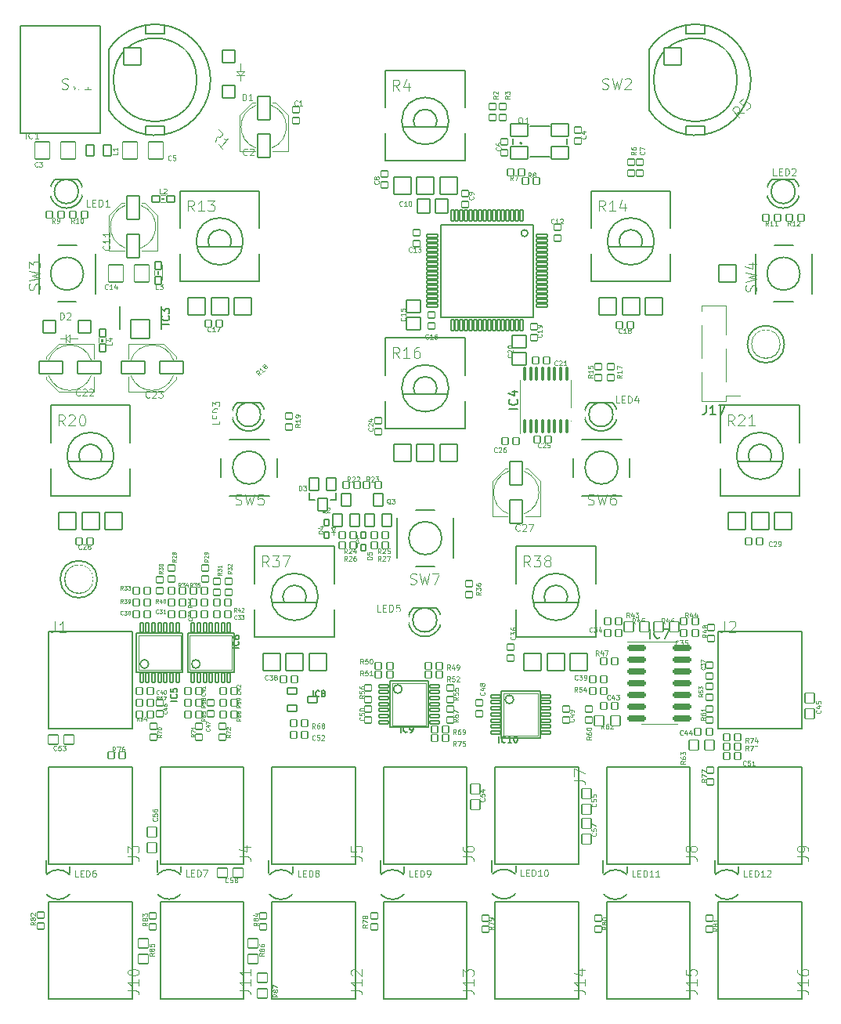
<source format=gbr>
%TF.GenerationSoftware,KiCad,Pcbnew,7.0.5-0*%
%TF.CreationDate,2023-07-16T14:06:44+02:00*%
%TF.ProjectId,marbles,6d617262-6c65-4732-9e6b-696361645f70,rev?*%
%TF.SameCoordinates,Original*%
%TF.FileFunction,Legend,Top*%
%TF.FilePolarity,Positive*%
%FSLAX46Y46*%
G04 Gerber Fmt 4.6, Leading zero omitted, Abs format (unit mm)*
G04 Created by KiCad (PCBNEW 7.0.5-0) date 2023-07-16 14:06:44*
%MOMM*%
%LPD*%
G01*
G04 APERTURE LIST*
G04 Aperture macros list*
%AMRoundRect*
0 Rectangle with rounded corners*
0 $1 Rounding radius*
0 $2 $3 $4 $5 $6 $7 $8 $9 X,Y pos of 4 corners*
0 Add a 4 corners polygon primitive as box body*
4,1,4,$2,$3,$4,$5,$6,$7,$8,$9,$2,$3,0*
0 Add four circle primitives for the rounded corners*
1,1,$1+$1,$2,$3*
1,1,$1+$1,$4,$5*
1,1,$1+$1,$6,$7*
1,1,$1+$1,$8,$9*
0 Add four rect primitives between the rounded corners*
20,1,$1+$1,$2,$3,$4,$5,0*
20,1,$1+$1,$4,$5,$6,$7,0*
20,1,$1+$1,$6,$7,$8,$9,0*
20,1,$1+$1,$8,$9,$2,$3,0*%
%AMFreePoly0*
4,1,25,0.575031,1.328373,0.579933,1.323882,1.323882,0.579933,1.345910,0.532692,1.346200,0.526051,1.346200,-0.526051,1.328373,-0.575031,1.323882,-0.579933,0.579933,-1.323882,0.532692,-1.345910,0.526051,-1.346200,-0.526051,-1.346200,-0.575031,-1.328373,-0.579933,-1.323882,-1.323882,-0.579933,-1.345910,-0.532692,-1.346200,-0.526051,-1.346200,0.526051,-1.328373,0.575031,-1.323882,0.579933,
-0.579933,1.323882,-0.532692,1.345910,-0.526051,1.346200,0.526051,1.346200,0.575031,1.328373,0.575031,1.328373,$1*%
%AMFreePoly1*
4,1,25,0.417216,0.947373,0.422118,0.942882,0.942882,0.422118,0.964910,0.374877,0.965200,0.368236,0.965200,-0.368236,0.947373,-0.417216,0.942882,-0.422118,0.422118,-0.942882,0.374877,-0.964910,0.368236,-0.965200,-0.368236,-0.965200,-0.417216,-0.947373,-0.422118,-0.942882,-0.942882,-0.422118,-0.964910,-0.374877,-0.965200,-0.368236,-0.965200,0.368236,-0.947373,0.417216,-0.942882,0.422118,
-0.422118,0.942882,-0.374877,0.964910,-0.368236,0.965200,0.368236,0.965200,0.417216,0.947373,0.417216,0.947373,$1*%
%AMFreePoly2*
4,1,25,0.448980,0.858373,0.453882,0.853882,0.853882,0.453882,0.875910,0.406641,0.876200,0.400000,0.876200,-0.400000,0.858373,-0.448980,0.853882,-0.453882,0.453882,-0.853882,0.406641,-0.875910,0.400000,-0.876200,-0.400000,-0.876200,-0.448980,-0.858373,-0.453882,-0.853882,-0.853882,-0.453882,-0.875910,-0.406641,-0.876200,-0.400000,-0.876200,0.400000,-0.858373,0.448980,-0.853882,0.453882,
-0.453882,0.853882,-0.406641,0.875910,-0.400000,0.876200,0.400000,0.876200,0.448980,0.858373,0.448980,0.858373,$1*%
%AMFreePoly3*
4,1,25,0.421772,0.958373,0.426674,0.953882,0.953882,0.426674,0.975910,0.379433,0.976200,0.372792,0.976200,-0.372792,0.958373,-0.421772,0.953882,-0.426674,0.426674,-0.953882,0.379433,-0.975910,0.372792,-0.976200,-0.372792,-0.976200,-0.421772,-0.958373,-0.426674,-0.953882,-0.953882,-0.426674,-0.975910,-0.379433,-0.976200,-0.372792,-0.976200,0.372792,-0.958373,0.421772,-0.953882,0.426674,
-0.426674,0.953882,-0.379433,0.975910,-0.372792,0.976200,0.372792,0.976200,0.421772,0.958373,0.421772,0.958373,$1*%
%AMFreePoly4*
4,1,25,0.448779,1.023573,0.453681,1.019082,1.019082,0.453681,1.041110,0.406440,1.041400,0.399799,1.041400,-0.399799,1.023573,-0.448779,1.019082,-0.453681,0.453681,-1.019082,0.406440,-1.041110,0.399799,-1.041400,-0.399799,-1.041400,-0.448779,-1.023573,-0.453681,-1.019082,-1.019082,-0.453681,-1.041110,-0.406440,-1.041400,-0.399799,-1.041400,0.399799,-1.023573,0.448779,-1.019082,0.453681,
-0.453681,1.019082,-0.406440,1.041110,-0.399799,1.041400,0.399799,1.041400,0.448779,1.023573,0.448779,1.023573,$1*%
%AMFreePoly5*
4,1,25,0.438258,0.998173,0.443160,0.993682,0.993682,0.443160,1.015710,0.395919,1.016000,0.389278,1.016000,-0.389278,0.998173,-0.438258,0.993682,-0.443160,0.443160,-0.993682,0.395919,-1.015710,0.389278,-1.016000,-0.389278,-1.016000,-0.438258,-0.998173,-0.443160,-0.993682,-0.993682,-0.443160,-1.015710,-0.395919,-1.016000,-0.389278,-1.016000,0.389278,-0.998173,0.438258,-0.993682,0.443160,
-0.443160,0.993682,-0.395919,1.015710,-0.389278,1.016000,0.389278,1.016000,0.438258,0.998173,0.438258,0.998173,$1*%
G04 Aperture macros list end*
%ADD10C,0.093472*%
%ADD11C,0.074778*%
%ADD12C,0.150000*%
%ADD13C,0.159385*%
%ADD14C,0.059822*%
%ADD15C,0.114300*%
%ADD16C,0.137160*%
%ADD17C,0.101600*%
%ADD18C,0.044867*%
%ADD19C,0.103632*%
%ADD20C,0.175260*%
%ADD21C,0.127000*%
%ADD22C,0.203200*%
%ADD23C,0.120000*%
%ADD24C,0.182000*%
%ADD25C,0.152400*%
%ADD26C,0.050800*%
%ADD27C,0.070000*%
%ADD28C,0.121920*%
%ADD29C,0.365760*%
%ADD30RoundRect,0.076200X0.650000X0.750000X-0.650000X0.750000X-0.650000X-0.750000X0.650000X-0.750000X0*%
%ADD31RoundRect,0.076200X1.300000X0.700000X-1.300000X0.700000X-1.300000X-0.700000X1.300000X-0.700000X0*%
%ADD32RoundRect,0.576200X0.000000X0.000000X0.000000X0.000000X0.000000X0.000000X0.000000X0.000000X0*%
%ADD33RoundRect,0.076200X0.375000X-0.325000X0.375000X0.325000X-0.375000X0.325000X-0.375000X-0.325000X0*%
%ADD34RoundRect,0.076200X-0.325000X-0.375000X0.325000X-0.375000X0.325000X0.375000X-0.325000X0.375000X0*%
%ADD35RoundRect,0.076200X0.939800X-0.939800X0.939800X0.939800X-0.939800X0.939800X-0.939800X-0.939800X0*%
%ADD36FreePoly0,90.000000*%
%ADD37RoundRect,0.076200X0.325000X0.375000X-0.325000X0.375000X-0.325000X-0.375000X0.325000X-0.375000X0*%
%ADD38C,2.200000*%
%ADD39FreePoly1,180.000000*%
%ADD40RoundRect,0.076200X-0.375000X0.325000X-0.375000X-0.325000X0.375000X-0.325000X0.375000X0.325000X0*%
%ADD41RoundRect,0.076200X0.500000X0.550000X-0.500000X0.550000X-0.500000X-0.550000X0.500000X-0.550000X0*%
%ADD42R,2.510000X1.000000*%
%ADD43RoundRect,0.076200X0.800000X0.900000X-0.800000X0.900000X-0.800000X-0.900000X0.800000X-0.900000X0*%
%ADD44RoundRect,0.076200X-0.500000X0.350000X-0.500000X-0.350000X0.500000X-0.350000X0.500000X0.350000X0*%
%ADD45RoundRect,0.076200X-0.950000X-0.700000X0.950000X-0.700000X0.950000X0.700000X-0.950000X0.700000X0*%
%ADD46RoundRect,0.076200X0.550000X0.500000X-0.550000X0.500000X-0.550000X-0.500000X0.550000X-0.500000X0*%
%ADD47FreePoly2,180.000000*%
%ADD48RoundRect,0.076200X-0.750000X0.650000X-0.750000X-0.650000X0.750000X-0.650000X0.750000X0.650000X0*%
%ADD49RoundRect,0.076200X-0.700000X-0.700000X0.700000X-0.700000X0.700000X0.700000X-0.700000X0.700000X0*%
%ADD50RoundRect,0.076200X0.700000X-1.300000X0.700000X1.300000X-0.700000X1.300000X-0.700000X-1.300000X0*%
%ADD51RoundRect,0.076200X0.550000X-0.500000X0.550000X0.500000X-0.550000X0.500000X-0.550000X-0.500000X0*%
%ADD52FreePoly3,180.000000*%
%ADD53RoundRect,0.076200X-0.495300X0.152400X-0.495300X-0.152400X0.495300X-0.152400X0.495300X0.152400X0*%
%ADD54RoundRect,0.076200X-0.250000X0.350000X-0.250000X-0.350000X0.250000X-0.350000X0.250000X0.350000X0*%
%ADD55RoundRect,0.076200X0.500000X-0.550000X0.500000X0.550000X-0.500000X0.550000X-0.500000X-0.550000X0*%
%ADD56RoundRect,0.076200X0.742462X0.035355X0.035355X0.742462X-0.742462X-0.035355X-0.035355X-0.742462X0*%
%ADD57RoundRect,0.076200X-0.500000X-0.700000X0.500000X-0.700000X0.500000X0.700000X-0.500000X0.700000X0*%
%ADD58RoundRect,0.076200X0.150000X0.600000X-0.150000X0.600000X-0.150000X-0.600000X0.150000X-0.600000X0*%
%ADD59RoundRect,0.076200X-0.600000X0.150000X-0.600000X-0.150000X0.600000X-0.150000X0.600000X0.150000X0*%
%ADD60RoundRect,0.076200X-0.150000X-0.600000X0.150000X-0.600000X0.150000X0.600000X-0.150000X0.600000X0*%
%ADD61RoundRect,0.076200X0.600000X-0.150000X0.600000X0.150000X-0.600000X0.150000X-0.600000X-0.150000X0*%
%ADD62RoundRect,0.076200X-0.500000X-0.550000X0.500000X-0.550000X0.500000X0.550000X-0.500000X0.550000X0*%
%ADD63RoundRect,0.076200X0.035355X-0.742462X0.742462X-0.035355X-0.035355X0.742462X-0.742462X0.035355X0*%
%ADD64RoundRect,0.076200X0.500000X0.700000X-0.500000X0.700000X-0.500000X-0.700000X0.500000X-0.700000X0*%
%ADD65RoundRect,0.076200X0.350000X-0.425000X0.350000X0.425000X-0.350000X0.425000X-0.350000X-0.425000X0*%
%ADD66C,1.952400*%
%ADD67RoundRect,0.076200X0.900000X-0.900000X0.900000X0.900000X-0.900000X0.900000X-0.900000X-0.900000X0*%
%ADD68RoundRect,0.076200X0.450000X0.625000X-0.450000X0.625000X-0.450000X-0.625000X0.450000X-0.625000X0*%
%ADD69RoundRect,0.150000X-0.825000X-0.150000X0.825000X-0.150000X0.825000X0.150000X-0.825000X0.150000X0*%
%ADD70RoundRect,0.076200X0.700000X-0.700000X0.700000X0.700000X-0.700000X0.700000X-0.700000X-0.700000X0*%
%ADD71C,2.032000*%
%ADD72RoundRect,0.076200X-0.152400X-0.495300X0.152400X-0.495300X0.152400X0.495300X-0.152400X0.495300X0*%
%ADD73RoundRect,0.076200X-0.425000X-0.350000X0.425000X-0.350000X0.425000X0.350000X-0.425000X0.350000X0*%
%ADD74RoundRect,0.076200X0.250000X-0.350000X0.250000X0.350000X-0.250000X0.350000X-0.250000X-0.350000X0*%
%ADD75RoundRect,0.076200X-0.800000X-0.900000X0.800000X-0.900000X0.800000X0.900000X-0.800000X0.900000X0*%
%ADD76RoundRect,0.100000X0.100000X-0.637500X0.100000X0.637500X-0.100000X0.637500X-0.100000X-0.637500X0*%
%ADD77FreePoly4,180.000000*%
%ADD78C,3.000000*%
%ADD79RoundRect,0.076200X-0.035355X0.494975X-0.494975X0.035355X0.035355X-0.494975X0.494975X-0.035355X0*%
%ADD80RoundRect,0.076200X-1.300000X-0.700000X1.300000X-0.700000X1.300000X0.700000X-1.300000X0.700000X0*%
%ADD81RoundRect,0.076200X-1.000000X1.000000X-1.000000X-1.000000X1.000000X-1.000000X1.000000X1.000000X0*%
%ADD82FreePoly5,180.000000*%
%ADD83RoundRect,0.076200X-0.939800X-0.939800X0.939800X-0.939800X0.939800X0.939800X-0.939800X0.939800X0*%
G04 APERTURE END LIST*
D10*
%TO.C,C10*%
X146022595Y-71916655D02*
X145998018Y-71941233D01*
X145998018Y-71941233D02*
X145924285Y-71965810D01*
X145924285Y-71965810D02*
X145875130Y-71965810D01*
X145875130Y-71965810D02*
X145801398Y-71941233D01*
X145801398Y-71941233D02*
X145752243Y-71892077D01*
X145752243Y-71892077D02*
X145727665Y-71842922D01*
X145727665Y-71842922D02*
X145703088Y-71744612D01*
X145703088Y-71744612D02*
X145703088Y-71670880D01*
X145703088Y-71670880D02*
X145727665Y-71572570D01*
X145727665Y-71572570D02*
X145752243Y-71523415D01*
X145752243Y-71523415D02*
X145801398Y-71474260D01*
X145801398Y-71474260D02*
X145875130Y-71449682D01*
X145875130Y-71449682D02*
X145924285Y-71449682D01*
X145924285Y-71449682D02*
X145998018Y-71474260D01*
X145998018Y-71474260D02*
X146022595Y-71498837D01*
X146514146Y-71965810D02*
X146219216Y-71965810D01*
X146366681Y-71965810D02*
X146366681Y-71449682D01*
X146366681Y-71449682D02*
X146317526Y-71523415D01*
X146317526Y-71523415D02*
X146268371Y-71572570D01*
X146268371Y-71572570D02*
X146219216Y-71597147D01*
X146833653Y-71449682D02*
X146882808Y-71449682D01*
X146882808Y-71449682D02*
X146931963Y-71474260D01*
X146931963Y-71474260D02*
X146956541Y-71498837D01*
X146956541Y-71498837D02*
X146981118Y-71547992D01*
X146981118Y-71547992D02*
X147005696Y-71646302D01*
X147005696Y-71646302D02*
X147005696Y-71769190D01*
X147005696Y-71769190D02*
X146981118Y-71867500D01*
X146981118Y-71867500D02*
X146956541Y-71916655D01*
X146956541Y-71916655D02*
X146931963Y-71941233D01*
X146931963Y-71941233D02*
X146882808Y-71965810D01*
X146882808Y-71965810D02*
X146833653Y-71965810D01*
X146833653Y-71965810D02*
X146784498Y-71941233D01*
X146784498Y-71941233D02*
X146759921Y-71916655D01*
X146759921Y-71916655D02*
X146735343Y-71867500D01*
X146735343Y-71867500D02*
X146710766Y-71769190D01*
X146710766Y-71769190D02*
X146710766Y-71646302D01*
X146710766Y-71646302D02*
X146735343Y-71547992D01*
X146735343Y-71547992D02*
X146759921Y-71498837D01*
X146759921Y-71498837D02*
X146784498Y-71474260D01*
X146784498Y-71474260D02*
X146833653Y-71449682D01*
D11*
%TO.C,C22*%
X111186772Y-92412147D02*
X111151628Y-92447291D01*
X111151628Y-92447291D02*
X111046196Y-92482434D01*
X111046196Y-92482434D02*
X110975908Y-92482434D01*
X110975908Y-92482434D02*
X110870477Y-92447291D01*
X110870477Y-92447291D02*
X110800189Y-92377003D01*
X110800189Y-92377003D02*
X110765045Y-92306715D01*
X110765045Y-92306715D02*
X110729901Y-92166139D01*
X110729901Y-92166139D02*
X110729901Y-92060708D01*
X110729901Y-92060708D02*
X110765045Y-91920132D01*
X110765045Y-91920132D02*
X110800189Y-91849844D01*
X110800189Y-91849844D02*
X110870477Y-91779556D01*
X110870477Y-91779556D02*
X110975908Y-91744412D01*
X110975908Y-91744412D02*
X111046196Y-91744412D01*
X111046196Y-91744412D02*
X111151628Y-91779556D01*
X111151628Y-91779556D02*
X111186772Y-91814700D01*
X111467923Y-91814700D02*
X111503067Y-91779556D01*
X111503067Y-91779556D02*
X111573355Y-91744412D01*
X111573355Y-91744412D02*
X111749074Y-91744412D01*
X111749074Y-91744412D02*
X111819362Y-91779556D01*
X111819362Y-91779556D02*
X111854506Y-91814700D01*
X111854506Y-91814700D02*
X111889650Y-91884988D01*
X111889650Y-91884988D02*
X111889650Y-91955276D01*
X111889650Y-91955276D02*
X111854506Y-92060708D01*
X111854506Y-92060708D02*
X111432779Y-92482434D01*
X111432779Y-92482434D02*
X111889650Y-92482434D01*
X112170801Y-91814700D02*
X112205945Y-91779556D01*
X112205945Y-91779556D02*
X112276233Y-91744412D01*
X112276233Y-91744412D02*
X112451952Y-91744412D01*
X112451952Y-91744412D02*
X112522240Y-91779556D01*
X112522240Y-91779556D02*
X112557384Y-91814700D01*
X112557384Y-91814700D02*
X112592528Y-91884988D01*
X112592528Y-91884988D02*
X112592528Y-91955276D01*
X112592528Y-91955276D02*
X112557384Y-92060708D01*
X112557384Y-92060708D02*
X112135657Y-92482434D01*
X112135657Y-92482434D02*
X112592528Y-92482434D01*
D10*
%TO.C,R82*%
X106340110Y-149355688D02*
X106094335Y-149527730D01*
X106340110Y-149650618D02*
X105823982Y-149650618D01*
X105823982Y-149650618D02*
X105823982Y-149453998D01*
X105823982Y-149453998D02*
X105848560Y-149404843D01*
X105848560Y-149404843D02*
X105873137Y-149380265D01*
X105873137Y-149380265D02*
X105922292Y-149355688D01*
X105922292Y-149355688D02*
X105996025Y-149355688D01*
X105996025Y-149355688D02*
X106045180Y-149380265D01*
X106045180Y-149380265D02*
X106069757Y-149404843D01*
X106069757Y-149404843D02*
X106094335Y-149453998D01*
X106094335Y-149453998D02*
X106094335Y-149650618D01*
X106045180Y-149060757D02*
X106020602Y-149109912D01*
X106020602Y-149109912D02*
X105996025Y-149134490D01*
X105996025Y-149134490D02*
X105946870Y-149159067D01*
X105946870Y-149159067D02*
X105922292Y-149159067D01*
X105922292Y-149159067D02*
X105873137Y-149134490D01*
X105873137Y-149134490D02*
X105848560Y-149109912D01*
X105848560Y-149109912D02*
X105823982Y-149060757D01*
X105823982Y-149060757D02*
X105823982Y-148962447D01*
X105823982Y-148962447D02*
X105848560Y-148913292D01*
X105848560Y-148913292D02*
X105873137Y-148888715D01*
X105873137Y-148888715D02*
X105922292Y-148864137D01*
X105922292Y-148864137D02*
X105946870Y-148864137D01*
X105946870Y-148864137D02*
X105996025Y-148888715D01*
X105996025Y-148888715D02*
X106020602Y-148913292D01*
X106020602Y-148913292D02*
X106045180Y-148962447D01*
X106045180Y-148962447D02*
X106045180Y-149060757D01*
X106045180Y-149060757D02*
X106069757Y-149109912D01*
X106069757Y-149109912D02*
X106094335Y-149134490D01*
X106094335Y-149134490D02*
X106143490Y-149159067D01*
X106143490Y-149159067D02*
X106241800Y-149159067D01*
X106241800Y-149159067D02*
X106290955Y-149134490D01*
X106290955Y-149134490D02*
X106315533Y-149109912D01*
X106315533Y-149109912D02*
X106340110Y-149060757D01*
X106340110Y-149060757D02*
X106340110Y-148962447D01*
X106340110Y-148962447D02*
X106315533Y-148913292D01*
X106315533Y-148913292D02*
X106290955Y-148888715D01*
X106290955Y-148888715D02*
X106241800Y-148864137D01*
X106241800Y-148864137D02*
X106143490Y-148864137D01*
X106143490Y-148864137D02*
X106094335Y-148888715D01*
X106094335Y-148888715D02*
X106069757Y-148913292D01*
X106069757Y-148913292D02*
X106045180Y-148962447D01*
X105873137Y-148667517D02*
X105848560Y-148642940D01*
X105848560Y-148642940D02*
X105823982Y-148593785D01*
X105823982Y-148593785D02*
X105823982Y-148470897D01*
X105823982Y-148470897D02*
X105848560Y-148421742D01*
X105848560Y-148421742D02*
X105873137Y-148397165D01*
X105873137Y-148397165D02*
X105922292Y-148372587D01*
X105922292Y-148372587D02*
X105971447Y-148372587D01*
X105971447Y-148372587D02*
X106045180Y-148397165D01*
X106045180Y-148397165D02*
X106340110Y-148692095D01*
X106340110Y-148692095D02*
X106340110Y-148372587D01*
%TO.C,C34*%
X166566995Y-117965255D02*
X166542418Y-117989833D01*
X166542418Y-117989833D02*
X166468685Y-118014410D01*
X166468685Y-118014410D02*
X166419530Y-118014410D01*
X166419530Y-118014410D02*
X166345798Y-117989833D01*
X166345798Y-117989833D02*
X166296643Y-117940677D01*
X166296643Y-117940677D02*
X166272065Y-117891522D01*
X166272065Y-117891522D02*
X166247488Y-117793212D01*
X166247488Y-117793212D02*
X166247488Y-117719480D01*
X166247488Y-117719480D02*
X166272065Y-117621170D01*
X166272065Y-117621170D02*
X166296643Y-117572015D01*
X166296643Y-117572015D02*
X166345798Y-117522860D01*
X166345798Y-117522860D02*
X166419530Y-117498282D01*
X166419530Y-117498282D02*
X166468685Y-117498282D01*
X166468685Y-117498282D02*
X166542418Y-117522860D01*
X166542418Y-117522860D02*
X166566995Y-117547437D01*
X166739038Y-117498282D02*
X167058546Y-117498282D01*
X167058546Y-117498282D02*
X166886503Y-117694902D01*
X166886503Y-117694902D02*
X166960236Y-117694902D01*
X166960236Y-117694902D02*
X167009391Y-117719480D01*
X167009391Y-117719480D02*
X167033968Y-117744057D01*
X167033968Y-117744057D02*
X167058546Y-117793212D01*
X167058546Y-117793212D02*
X167058546Y-117916100D01*
X167058546Y-117916100D02*
X167033968Y-117965255D01*
X167033968Y-117965255D02*
X167009391Y-117989833D01*
X167009391Y-117989833D02*
X166960236Y-118014410D01*
X166960236Y-118014410D02*
X166812771Y-118014410D01*
X166812771Y-118014410D02*
X166763616Y-117989833D01*
X166763616Y-117989833D02*
X166739038Y-117965255D01*
X167500941Y-117670325D02*
X167500941Y-118014410D01*
X167378053Y-117473705D02*
X167255166Y-117842367D01*
X167255166Y-117842367D02*
X167574673Y-117842367D01*
%TO.C,R28*%
X121541808Y-110162735D02*
X121344414Y-110300911D01*
X121541808Y-110399608D02*
X121127280Y-110399608D01*
X121127280Y-110399608D02*
X121127280Y-110241693D01*
X121127280Y-110241693D02*
X121147019Y-110202214D01*
X121147019Y-110202214D02*
X121166759Y-110182475D01*
X121166759Y-110182475D02*
X121206238Y-110162735D01*
X121206238Y-110162735D02*
X121265456Y-110162735D01*
X121265456Y-110162735D02*
X121304935Y-110182475D01*
X121304935Y-110182475D02*
X121324674Y-110202214D01*
X121324674Y-110202214D02*
X121344414Y-110241693D01*
X121344414Y-110241693D02*
X121344414Y-110399608D01*
X121166759Y-110004820D02*
X121147019Y-109985080D01*
X121147019Y-109985080D02*
X121127280Y-109945602D01*
X121127280Y-109945602D02*
X121127280Y-109846904D01*
X121127280Y-109846904D02*
X121147019Y-109807426D01*
X121147019Y-109807426D02*
X121166759Y-109787686D01*
X121166759Y-109787686D02*
X121206238Y-109767947D01*
X121206238Y-109767947D02*
X121245717Y-109767947D01*
X121245717Y-109767947D02*
X121304935Y-109787686D01*
X121304935Y-109787686D02*
X121541808Y-110024559D01*
X121541808Y-110024559D02*
X121541808Y-109767947D01*
X121304935Y-109531073D02*
X121285195Y-109570552D01*
X121285195Y-109570552D02*
X121265456Y-109590291D01*
X121265456Y-109590291D02*
X121225977Y-109610031D01*
X121225977Y-109610031D02*
X121206238Y-109610031D01*
X121206238Y-109610031D02*
X121166759Y-109590291D01*
X121166759Y-109590291D02*
X121147019Y-109570552D01*
X121147019Y-109570552D02*
X121127280Y-109531073D01*
X121127280Y-109531073D02*
X121127280Y-109452115D01*
X121127280Y-109452115D02*
X121147019Y-109412637D01*
X121147019Y-109412637D02*
X121166759Y-109392897D01*
X121166759Y-109392897D02*
X121206238Y-109373158D01*
X121206238Y-109373158D02*
X121225977Y-109373158D01*
X121225977Y-109373158D02*
X121265456Y-109392897D01*
X121265456Y-109392897D02*
X121285195Y-109412637D01*
X121285195Y-109412637D02*
X121304935Y-109452115D01*
X121304935Y-109452115D02*
X121304935Y-109531073D01*
X121304935Y-109531073D02*
X121324674Y-109570552D01*
X121324674Y-109570552D02*
X121344414Y-109590291D01*
X121344414Y-109590291D02*
X121383893Y-109610031D01*
X121383893Y-109610031D02*
X121462850Y-109610031D01*
X121462850Y-109610031D02*
X121502329Y-109590291D01*
X121502329Y-109590291D02*
X121522069Y-109570552D01*
X121522069Y-109570552D02*
X121541808Y-109531073D01*
X121541808Y-109531073D02*
X121541808Y-109452115D01*
X121541808Y-109452115D02*
X121522069Y-109412637D01*
X121522069Y-109412637D02*
X121502329Y-109392897D01*
X121502329Y-109392897D02*
X121462850Y-109373158D01*
X121462850Y-109373158D02*
X121383893Y-109373158D01*
X121383893Y-109373158D02*
X121344414Y-109392897D01*
X121344414Y-109392897D02*
X121324674Y-109412637D01*
X121324674Y-109412637D02*
X121304935Y-109452115D01*
%TO.C,R31*%
X126463008Y-111591535D02*
X126265614Y-111729711D01*
X126463008Y-111828408D02*
X126048480Y-111828408D01*
X126048480Y-111828408D02*
X126048480Y-111670493D01*
X126048480Y-111670493D02*
X126068219Y-111631014D01*
X126068219Y-111631014D02*
X126087959Y-111611275D01*
X126087959Y-111611275D02*
X126127438Y-111591535D01*
X126127438Y-111591535D02*
X126186656Y-111591535D01*
X126186656Y-111591535D02*
X126226135Y-111611275D01*
X126226135Y-111611275D02*
X126245874Y-111631014D01*
X126245874Y-111631014D02*
X126265614Y-111670493D01*
X126265614Y-111670493D02*
X126265614Y-111828408D01*
X126048480Y-111453359D02*
X126048480Y-111196747D01*
X126048480Y-111196747D02*
X126206395Y-111334923D01*
X126206395Y-111334923D02*
X126206395Y-111275704D01*
X126206395Y-111275704D02*
X126226135Y-111236226D01*
X126226135Y-111236226D02*
X126245874Y-111216486D01*
X126245874Y-111216486D02*
X126285353Y-111196747D01*
X126285353Y-111196747D02*
X126384050Y-111196747D01*
X126384050Y-111196747D02*
X126423529Y-111216486D01*
X126423529Y-111216486D02*
X126443269Y-111236226D01*
X126443269Y-111236226D02*
X126463008Y-111275704D01*
X126463008Y-111275704D02*
X126463008Y-111394141D01*
X126463008Y-111394141D02*
X126443269Y-111433620D01*
X126443269Y-111433620D02*
X126423529Y-111453359D01*
X126463008Y-110801958D02*
X126463008Y-111038831D01*
X126463008Y-110920394D02*
X126048480Y-110920394D01*
X126048480Y-110920394D02*
X126107698Y-110959873D01*
X126107698Y-110959873D02*
X126147177Y-110999352D01*
X126147177Y-110999352D02*
X126166917Y-111038831D01*
%TO.C,R38*%
X159833721Y-110940524D02*
X159441545Y-110380272D01*
X159161419Y-110940524D02*
X159161419Y-109763996D01*
X159161419Y-109763996D02*
X159609620Y-109763996D01*
X159609620Y-109763996D02*
X159721671Y-109820021D01*
X159721671Y-109820021D02*
X159777696Y-109876046D01*
X159777696Y-109876046D02*
X159833721Y-109988096D01*
X159833721Y-109988096D02*
X159833721Y-110156172D01*
X159833721Y-110156172D02*
X159777696Y-110268222D01*
X159777696Y-110268222D02*
X159721671Y-110324247D01*
X159721671Y-110324247D02*
X159609620Y-110380272D01*
X159609620Y-110380272D02*
X159161419Y-110380272D01*
X160225897Y-109763996D02*
X160954224Y-109763996D01*
X160954224Y-109763996D02*
X160562048Y-110212197D01*
X160562048Y-110212197D02*
X160730123Y-110212197D01*
X160730123Y-110212197D02*
X160842174Y-110268222D01*
X160842174Y-110268222D02*
X160898199Y-110324247D01*
X160898199Y-110324247D02*
X160954224Y-110436297D01*
X160954224Y-110436297D02*
X160954224Y-110716423D01*
X160954224Y-110716423D02*
X160898199Y-110828473D01*
X160898199Y-110828473D02*
X160842174Y-110884499D01*
X160842174Y-110884499D02*
X160730123Y-110940524D01*
X160730123Y-110940524D02*
X160393972Y-110940524D01*
X160393972Y-110940524D02*
X160281922Y-110884499D01*
X160281922Y-110884499D02*
X160225897Y-110828473D01*
X161626526Y-110268222D02*
X161514475Y-110212197D01*
X161514475Y-110212197D02*
X161458450Y-110156172D01*
X161458450Y-110156172D02*
X161402425Y-110044121D01*
X161402425Y-110044121D02*
X161402425Y-109988096D01*
X161402425Y-109988096D02*
X161458450Y-109876046D01*
X161458450Y-109876046D02*
X161514475Y-109820021D01*
X161514475Y-109820021D02*
X161626526Y-109763996D01*
X161626526Y-109763996D02*
X161850626Y-109763996D01*
X161850626Y-109763996D02*
X161962677Y-109820021D01*
X161962677Y-109820021D02*
X162018702Y-109876046D01*
X162018702Y-109876046D02*
X162074727Y-109988096D01*
X162074727Y-109988096D02*
X162074727Y-110044121D01*
X162074727Y-110044121D02*
X162018702Y-110156172D01*
X162018702Y-110156172D02*
X161962677Y-110212197D01*
X161962677Y-110212197D02*
X161850626Y-110268222D01*
X161850626Y-110268222D02*
X161626526Y-110268222D01*
X161626526Y-110268222D02*
X161514475Y-110324247D01*
X161514475Y-110324247D02*
X161458450Y-110380272D01*
X161458450Y-110380272D02*
X161402425Y-110492323D01*
X161402425Y-110492323D02*
X161402425Y-110716423D01*
X161402425Y-110716423D02*
X161458450Y-110828473D01*
X161458450Y-110828473D02*
X161514475Y-110884499D01*
X161514475Y-110884499D02*
X161626526Y-110940524D01*
X161626526Y-110940524D02*
X161850626Y-110940524D01*
X161850626Y-110940524D02*
X161962677Y-110884499D01*
X161962677Y-110884499D02*
X162018702Y-110828473D01*
X162018702Y-110828473D02*
X162074727Y-110716423D01*
X162074727Y-110716423D02*
X162074727Y-110492323D01*
X162074727Y-110492323D02*
X162018702Y-110380272D01*
X162018702Y-110380272D02*
X161962677Y-110324247D01*
X161962677Y-110324247D02*
X161850626Y-110268222D01*
%TO.C,R24*%
X140055695Y-109523810D02*
X139883653Y-109278035D01*
X139760765Y-109523810D02*
X139760765Y-109007682D01*
X139760765Y-109007682D02*
X139957385Y-109007682D01*
X139957385Y-109007682D02*
X140006540Y-109032260D01*
X140006540Y-109032260D02*
X140031118Y-109056837D01*
X140031118Y-109056837D02*
X140055695Y-109105992D01*
X140055695Y-109105992D02*
X140055695Y-109179725D01*
X140055695Y-109179725D02*
X140031118Y-109228880D01*
X140031118Y-109228880D02*
X140006540Y-109253457D01*
X140006540Y-109253457D02*
X139957385Y-109278035D01*
X139957385Y-109278035D02*
X139760765Y-109278035D01*
X140252316Y-109056837D02*
X140276893Y-109032260D01*
X140276893Y-109032260D02*
X140326048Y-109007682D01*
X140326048Y-109007682D02*
X140448936Y-109007682D01*
X140448936Y-109007682D02*
X140498091Y-109032260D01*
X140498091Y-109032260D02*
X140522668Y-109056837D01*
X140522668Y-109056837D02*
X140547246Y-109105992D01*
X140547246Y-109105992D02*
X140547246Y-109155147D01*
X140547246Y-109155147D02*
X140522668Y-109228880D01*
X140522668Y-109228880D02*
X140227738Y-109523810D01*
X140227738Y-109523810D02*
X140547246Y-109523810D01*
X140989641Y-109179725D02*
X140989641Y-109523810D01*
X140866753Y-108983105D02*
X140743866Y-109351767D01*
X140743866Y-109351767D02*
X141063373Y-109351767D01*
%TO.C,R14*%
X167930021Y-72523024D02*
X167537845Y-71962772D01*
X167257719Y-72523024D02*
X167257719Y-71346496D01*
X167257719Y-71346496D02*
X167705920Y-71346496D01*
X167705920Y-71346496D02*
X167817971Y-71402521D01*
X167817971Y-71402521D02*
X167873996Y-71458546D01*
X167873996Y-71458546D02*
X167930021Y-71570596D01*
X167930021Y-71570596D02*
X167930021Y-71738672D01*
X167930021Y-71738672D02*
X167873996Y-71850722D01*
X167873996Y-71850722D02*
X167817971Y-71906747D01*
X167817971Y-71906747D02*
X167705920Y-71962772D01*
X167705920Y-71962772D02*
X167257719Y-71962772D01*
X169050524Y-72523024D02*
X168378222Y-72523024D01*
X168714373Y-72523024D02*
X168714373Y-71346496D01*
X168714373Y-71346496D02*
X168602323Y-71514571D01*
X168602323Y-71514571D02*
X168490272Y-71626621D01*
X168490272Y-71626621D02*
X168378222Y-71682647D01*
X170058977Y-71738672D02*
X170058977Y-72523024D01*
X169778851Y-71290471D02*
X169498725Y-72130848D01*
X169498725Y-72130848D02*
X170227052Y-72130848D01*
%TO.C,C38*%
X131483195Y-123127055D02*
X131458618Y-123151633D01*
X131458618Y-123151633D02*
X131384885Y-123176210D01*
X131384885Y-123176210D02*
X131335730Y-123176210D01*
X131335730Y-123176210D02*
X131261998Y-123151633D01*
X131261998Y-123151633D02*
X131212843Y-123102477D01*
X131212843Y-123102477D02*
X131188265Y-123053322D01*
X131188265Y-123053322D02*
X131163688Y-122955012D01*
X131163688Y-122955012D02*
X131163688Y-122881280D01*
X131163688Y-122881280D02*
X131188265Y-122782970D01*
X131188265Y-122782970D02*
X131212843Y-122733815D01*
X131212843Y-122733815D02*
X131261998Y-122684660D01*
X131261998Y-122684660D02*
X131335730Y-122660082D01*
X131335730Y-122660082D02*
X131384885Y-122660082D01*
X131384885Y-122660082D02*
X131458618Y-122684660D01*
X131458618Y-122684660D02*
X131483195Y-122709237D01*
X131655238Y-122660082D02*
X131974746Y-122660082D01*
X131974746Y-122660082D02*
X131802703Y-122856702D01*
X131802703Y-122856702D02*
X131876436Y-122856702D01*
X131876436Y-122856702D02*
X131925591Y-122881280D01*
X131925591Y-122881280D02*
X131950168Y-122905857D01*
X131950168Y-122905857D02*
X131974746Y-122955012D01*
X131974746Y-122955012D02*
X131974746Y-123077900D01*
X131974746Y-123077900D02*
X131950168Y-123127055D01*
X131950168Y-123127055D02*
X131925591Y-123151633D01*
X131925591Y-123151633D02*
X131876436Y-123176210D01*
X131876436Y-123176210D02*
X131728971Y-123176210D01*
X131728971Y-123176210D02*
X131679816Y-123151633D01*
X131679816Y-123151633D02*
X131655238Y-123127055D01*
X132269676Y-122881280D02*
X132220521Y-122856702D01*
X132220521Y-122856702D02*
X132195943Y-122832125D01*
X132195943Y-122832125D02*
X132171366Y-122782970D01*
X132171366Y-122782970D02*
X132171366Y-122758392D01*
X132171366Y-122758392D02*
X132195943Y-122709237D01*
X132195943Y-122709237D02*
X132220521Y-122684660D01*
X132220521Y-122684660D02*
X132269676Y-122660082D01*
X132269676Y-122660082D02*
X132367986Y-122660082D01*
X132367986Y-122660082D02*
X132417141Y-122684660D01*
X132417141Y-122684660D02*
X132441718Y-122709237D01*
X132441718Y-122709237D02*
X132466296Y-122758392D01*
X132466296Y-122758392D02*
X132466296Y-122782970D01*
X132466296Y-122782970D02*
X132441718Y-122832125D01*
X132441718Y-122832125D02*
X132417141Y-122856702D01*
X132417141Y-122856702D02*
X132367986Y-122881280D01*
X132367986Y-122881280D02*
X132269676Y-122881280D01*
X132269676Y-122881280D02*
X132220521Y-122905857D01*
X132220521Y-122905857D02*
X132195943Y-122930435D01*
X132195943Y-122930435D02*
X132171366Y-122979590D01*
X132171366Y-122979590D02*
X132171366Y-123077900D01*
X132171366Y-123077900D02*
X132195943Y-123127055D01*
X132195943Y-123127055D02*
X132220521Y-123151633D01*
X132220521Y-123151633D02*
X132269676Y-123176210D01*
X132269676Y-123176210D02*
X132367986Y-123176210D01*
X132367986Y-123176210D02*
X132417141Y-123151633D01*
X132417141Y-123151633D02*
X132441718Y-123127055D01*
X132441718Y-123127055D02*
X132466296Y-123077900D01*
X132466296Y-123077900D02*
X132466296Y-122979590D01*
X132466296Y-122979590D02*
X132441718Y-122930435D01*
X132441718Y-122930435D02*
X132417141Y-122905857D01*
X132417141Y-122905857D02*
X132367986Y-122881280D01*
%TO.C,J11*%
X128416496Y-156743725D02*
X129256873Y-156743725D01*
X129256873Y-156743725D02*
X129424948Y-156799750D01*
X129424948Y-156799750D02*
X129536999Y-156911800D01*
X129536999Y-156911800D02*
X129593024Y-157079876D01*
X129593024Y-157079876D02*
X129593024Y-157191926D01*
X129593024Y-155567197D02*
X129593024Y-156239499D01*
X129593024Y-155903348D02*
X128416496Y-155903348D01*
X128416496Y-155903348D02*
X128584571Y-156015398D01*
X128584571Y-156015398D02*
X128696621Y-156127449D01*
X128696621Y-156127449D02*
X128752647Y-156239499D01*
X129593024Y-154446694D02*
X129593024Y-155118996D01*
X129593024Y-154782845D02*
X128416496Y-154782845D01*
X128416496Y-154782845D02*
X128584571Y-154894895D01*
X128584571Y-154894895D02*
X128696621Y-155006946D01*
X128696621Y-155006946D02*
X128752647Y-155118996D01*
%TO.C,R66*%
X128526708Y-127364729D02*
X128329314Y-127502905D01*
X128526708Y-127601602D02*
X128112180Y-127601602D01*
X128112180Y-127601602D02*
X128112180Y-127443687D01*
X128112180Y-127443687D02*
X128131919Y-127404208D01*
X128131919Y-127404208D02*
X128151659Y-127384469D01*
X128151659Y-127384469D02*
X128191138Y-127364729D01*
X128191138Y-127364729D02*
X128250356Y-127364729D01*
X128250356Y-127364729D02*
X128289835Y-127384469D01*
X128289835Y-127384469D02*
X128309574Y-127404208D01*
X128309574Y-127404208D02*
X128329314Y-127443687D01*
X128329314Y-127443687D02*
X128329314Y-127601602D01*
X128112180Y-127009420D02*
X128112180Y-127088377D01*
X128112180Y-127088377D02*
X128131919Y-127127856D01*
X128131919Y-127127856D02*
X128151659Y-127147596D01*
X128151659Y-127147596D02*
X128210877Y-127187074D01*
X128210877Y-127187074D02*
X128289835Y-127206814D01*
X128289835Y-127206814D02*
X128447750Y-127206814D01*
X128447750Y-127206814D02*
X128487229Y-127187074D01*
X128487229Y-127187074D02*
X128506969Y-127167335D01*
X128506969Y-127167335D02*
X128526708Y-127127856D01*
X128526708Y-127127856D02*
X128526708Y-127048898D01*
X128526708Y-127048898D02*
X128506969Y-127009420D01*
X128506969Y-127009420D02*
X128487229Y-126989680D01*
X128487229Y-126989680D02*
X128447750Y-126969941D01*
X128447750Y-126969941D02*
X128349053Y-126969941D01*
X128349053Y-126969941D02*
X128309574Y-126989680D01*
X128309574Y-126989680D02*
X128289835Y-127009420D01*
X128289835Y-127009420D02*
X128270095Y-127048898D01*
X128270095Y-127048898D02*
X128270095Y-127127856D01*
X128270095Y-127127856D02*
X128289835Y-127167335D01*
X128289835Y-127167335D02*
X128309574Y-127187074D01*
X128309574Y-127187074D02*
X128349053Y-127206814D01*
X128112180Y-126614631D02*
X128112180Y-126693588D01*
X128112180Y-126693588D02*
X128131919Y-126733067D01*
X128131919Y-126733067D02*
X128151659Y-126752807D01*
X128151659Y-126752807D02*
X128210877Y-126792285D01*
X128210877Y-126792285D02*
X128289835Y-126812025D01*
X128289835Y-126812025D02*
X128447750Y-126812025D01*
X128447750Y-126812025D02*
X128487229Y-126792285D01*
X128487229Y-126792285D02*
X128506969Y-126772546D01*
X128506969Y-126772546D02*
X128526708Y-126733067D01*
X128526708Y-126733067D02*
X128526708Y-126654109D01*
X128526708Y-126654109D02*
X128506969Y-126614631D01*
X128506969Y-126614631D02*
X128487229Y-126594891D01*
X128487229Y-126594891D02*
X128447750Y-126575152D01*
X128447750Y-126575152D02*
X128349053Y-126575152D01*
X128349053Y-126575152D02*
X128309574Y-126594891D01*
X128309574Y-126594891D02*
X128289835Y-126614631D01*
X128289835Y-126614631D02*
X128270095Y-126654109D01*
X128270095Y-126654109D02*
X128270095Y-126733067D01*
X128270095Y-126733067D02*
X128289835Y-126772546D01*
X128289835Y-126772546D02*
X128309574Y-126792285D01*
X128309574Y-126792285D02*
X128349053Y-126812025D01*
%TO.C,R36*%
X154483910Y-113699104D02*
X154238135Y-113871146D01*
X154483910Y-113994034D02*
X153967782Y-113994034D01*
X153967782Y-113994034D02*
X153967782Y-113797414D01*
X153967782Y-113797414D02*
X153992360Y-113748259D01*
X153992360Y-113748259D02*
X154016937Y-113723681D01*
X154016937Y-113723681D02*
X154066092Y-113699104D01*
X154066092Y-113699104D02*
X154139825Y-113699104D01*
X154139825Y-113699104D02*
X154188980Y-113723681D01*
X154188980Y-113723681D02*
X154213557Y-113748259D01*
X154213557Y-113748259D02*
X154238135Y-113797414D01*
X154238135Y-113797414D02*
X154238135Y-113994034D01*
X153967782Y-113527061D02*
X153967782Y-113207553D01*
X153967782Y-113207553D02*
X154164402Y-113379596D01*
X154164402Y-113379596D02*
X154164402Y-113305863D01*
X154164402Y-113305863D02*
X154188980Y-113256708D01*
X154188980Y-113256708D02*
X154213557Y-113232131D01*
X154213557Y-113232131D02*
X154262712Y-113207553D01*
X154262712Y-113207553D02*
X154385600Y-113207553D01*
X154385600Y-113207553D02*
X154434755Y-113232131D01*
X154434755Y-113232131D02*
X154459333Y-113256708D01*
X154459333Y-113256708D02*
X154483910Y-113305863D01*
X154483910Y-113305863D02*
X154483910Y-113453328D01*
X154483910Y-113453328D02*
X154459333Y-113502483D01*
X154459333Y-113502483D02*
X154434755Y-113527061D01*
X153967782Y-112765158D02*
X153967782Y-112863468D01*
X153967782Y-112863468D02*
X153992360Y-112912623D01*
X153992360Y-112912623D02*
X154016937Y-112937201D01*
X154016937Y-112937201D02*
X154090670Y-112986356D01*
X154090670Y-112986356D02*
X154188980Y-113010933D01*
X154188980Y-113010933D02*
X154385600Y-113010933D01*
X154385600Y-113010933D02*
X154434755Y-112986356D01*
X154434755Y-112986356D02*
X154459333Y-112961778D01*
X154459333Y-112961778D02*
X154483910Y-112912623D01*
X154483910Y-112912623D02*
X154483910Y-112814313D01*
X154483910Y-112814313D02*
X154459333Y-112765158D01*
X154459333Y-112765158D02*
X154434755Y-112740581D01*
X154434755Y-112740581D02*
X154385600Y-112716003D01*
X154385600Y-112716003D02*
X154262712Y-112716003D01*
X154262712Y-112716003D02*
X154213557Y-112740581D01*
X154213557Y-112740581D02*
X154188980Y-112765158D01*
X154188980Y-112765158D02*
X154164402Y-112814313D01*
X154164402Y-112814313D02*
X154164402Y-112912623D01*
X154164402Y-112912623D02*
X154188980Y-112961778D01*
X154188980Y-112961778D02*
X154213557Y-112986356D01*
X154213557Y-112986356D02*
X154262712Y-113010933D01*
%TO.C,R26*%
X140055695Y-110317610D02*
X139883653Y-110071835D01*
X139760765Y-110317610D02*
X139760765Y-109801482D01*
X139760765Y-109801482D02*
X139957385Y-109801482D01*
X139957385Y-109801482D02*
X140006540Y-109826060D01*
X140006540Y-109826060D02*
X140031118Y-109850637D01*
X140031118Y-109850637D02*
X140055695Y-109899792D01*
X140055695Y-109899792D02*
X140055695Y-109973525D01*
X140055695Y-109973525D02*
X140031118Y-110022680D01*
X140031118Y-110022680D02*
X140006540Y-110047257D01*
X140006540Y-110047257D02*
X139957385Y-110071835D01*
X139957385Y-110071835D02*
X139760765Y-110071835D01*
X140252316Y-109850637D02*
X140276893Y-109826060D01*
X140276893Y-109826060D02*
X140326048Y-109801482D01*
X140326048Y-109801482D02*
X140448936Y-109801482D01*
X140448936Y-109801482D02*
X140498091Y-109826060D01*
X140498091Y-109826060D02*
X140522668Y-109850637D01*
X140522668Y-109850637D02*
X140547246Y-109899792D01*
X140547246Y-109899792D02*
X140547246Y-109948947D01*
X140547246Y-109948947D02*
X140522668Y-110022680D01*
X140522668Y-110022680D02*
X140227738Y-110317610D01*
X140227738Y-110317610D02*
X140547246Y-110317610D01*
X140989641Y-109801482D02*
X140891331Y-109801482D01*
X140891331Y-109801482D02*
X140842176Y-109826060D01*
X140842176Y-109826060D02*
X140817598Y-109850637D01*
X140817598Y-109850637D02*
X140768443Y-109924370D01*
X140768443Y-109924370D02*
X140743866Y-110022680D01*
X140743866Y-110022680D02*
X140743866Y-110219300D01*
X140743866Y-110219300D02*
X140768443Y-110268455D01*
X140768443Y-110268455D02*
X140793021Y-110293033D01*
X140793021Y-110293033D02*
X140842176Y-110317610D01*
X140842176Y-110317610D02*
X140940486Y-110317610D01*
X140940486Y-110317610D02*
X140989641Y-110293033D01*
X140989641Y-110293033D02*
X141014218Y-110268455D01*
X141014218Y-110268455D02*
X141038796Y-110219300D01*
X141038796Y-110219300D02*
X141038796Y-110096412D01*
X141038796Y-110096412D02*
X141014218Y-110047257D01*
X141014218Y-110047257D02*
X140989641Y-110022680D01*
X140989641Y-110022680D02*
X140940486Y-109998102D01*
X140940486Y-109998102D02*
X140842176Y-109998102D01*
X140842176Y-109998102D02*
X140793021Y-110022680D01*
X140793021Y-110022680D02*
X140768443Y-110047257D01*
X140768443Y-110047257D02*
X140743866Y-110096412D01*
%TO.C,R63*%
X176633910Y-131942904D02*
X176388135Y-132114946D01*
X176633910Y-132237834D02*
X176117782Y-132237834D01*
X176117782Y-132237834D02*
X176117782Y-132041214D01*
X176117782Y-132041214D02*
X176142360Y-131992059D01*
X176142360Y-131992059D02*
X176166937Y-131967481D01*
X176166937Y-131967481D02*
X176216092Y-131942904D01*
X176216092Y-131942904D02*
X176289825Y-131942904D01*
X176289825Y-131942904D02*
X176338980Y-131967481D01*
X176338980Y-131967481D02*
X176363557Y-131992059D01*
X176363557Y-131992059D02*
X176388135Y-132041214D01*
X176388135Y-132041214D02*
X176388135Y-132237834D01*
X176117782Y-131500508D02*
X176117782Y-131598818D01*
X176117782Y-131598818D02*
X176142360Y-131647973D01*
X176142360Y-131647973D02*
X176166937Y-131672551D01*
X176166937Y-131672551D02*
X176240670Y-131721706D01*
X176240670Y-131721706D02*
X176338980Y-131746283D01*
X176338980Y-131746283D02*
X176535600Y-131746283D01*
X176535600Y-131746283D02*
X176584755Y-131721706D01*
X176584755Y-131721706D02*
X176609333Y-131697128D01*
X176609333Y-131697128D02*
X176633910Y-131647973D01*
X176633910Y-131647973D02*
X176633910Y-131549663D01*
X176633910Y-131549663D02*
X176609333Y-131500508D01*
X176609333Y-131500508D02*
X176584755Y-131475931D01*
X176584755Y-131475931D02*
X176535600Y-131451353D01*
X176535600Y-131451353D02*
X176412712Y-131451353D01*
X176412712Y-131451353D02*
X176363557Y-131475931D01*
X176363557Y-131475931D02*
X176338980Y-131500508D01*
X176338980Y-131500508D02*
X176314402Y-131549663D01*
X176314402Y-131549663D02*
X176314402Y-131647973D01*
X176314402Y-131647973D02*
X176338980Y-131697128D01*
X176338980Y-131697128D02*
X176363557Y-131721706D01*
X176363557Y-131721706D02*
X176412712Y-131746283D01*
X176117782Y-131279311D02*
X176117782Y-130959803D01*
X176117782Y-130959803D02*
X176314402Y-131131846D01*
X176314402Y-131131846D02*
X176314402Y-131058113D01*
X176314402Y-131058113D02*
X176338980Y-131008958D01*
X176338980Y-131008958D02*
X176363557Y-130984381D01*
X176363557Y-130984381D02*
X176412712Y-130959803D01*
X176412712Y-130959803D02*
X176535600Y-130959803D01*
X176535600Y-130959803D02*
X176584755Y-130984381D01*
X176584755Y-130984381D02*
X176609333Y-131008958D01*
X176609333Y-131008958D02*
X176633910Y-131058113D01*
X176633910Y-131058113D02*
X176633910Y-131205578D01*
X176633910Y-131205578D02*
X176609333Y-131254733D01*
X176609333Y-131254733D02*
X176584755Y-131279311D01*
%TO.C,R19*%
X134983910Y-95520688D02*
X134738135Y-95692730D01*
X134983910Y-95815618D02*
X134467782Y-95815618D01*
X134467782Y-95815618D02*
X134467782Y-95618998D01*
X134467782Y-95618998D02*
X134492360Y-95569843D01*
X134492360Y-95569843D02*
X134516937Y-95545265D01*
X134516937Y-95545265D02*
X134566092Y-95520688D01*
X134566092Y-95520688D02*
X134639825Y-95520688D01*
X134639825Y-95520688D02*
X134688980Y-95545265D01*
X134688980Y-95545265D02*
X134713557Y-95569843D01*
X134713557Y-95569843D02*
X134738135Y-95618998D01*
X134738135Y-95618998D02*
X134738135Y-95815618D01*
X134983910Y-95029137D02*
X134983910Y-95324067D01*
X134983910Y-95176602D02*
X134467782Y-95176602D01*
X134467782Y-95176602D02*
X134541515Y-95225757D01*
X134541515Y-95225757D02*
X134590670Y-95274912D01*
X134590670Y-95274912D02*
X134615247Y-95324067D01*
X134983910Y-94783362D02*
X134983910Y-94685052D01*
X134983910Y-94685052D02*
X134959333Y-94635897D01*
X134959333Y-94635897D02*
X134934755Y-94611320D01*
X134934755Y-94611320D02*
X134861022Y-94562165D01*
X134861022Y-94562165D02*
X134762712Y-94537587D01*
X134762712Y-94537587D02*
X134566092Y-94537587D01*
X134566092Y-94537587D02*
X134516937Y-94562165D01*
X134516937Y-94562165D02*
X134492360Y-94586742D01*
X134492360Y-94586742D02*
X134467782Y-94635897D01*
X134467782Y-94635897D02*
X134467782Y-94734207D01*
X134467782Y-94734207D02*
X134492360Y-94783362D01*
X134492360Y-94783362D02*
X134516937Y-94807940D01*
X134516937Y-94807940D02*
X134566092Y-94832517D01*
X134566092Y-94832517D02*
X134688980Y-94832517D01*
X134688980Y-94832517D02*
X134738135Y-94807940D01*
X134738135Y-94807940D02*
X134762712Y-94783362D01*
X134762712Y-94783362D02*
X134787290Y-94734207D01*
X134787290Y-94734207D02*
X134787290Y-94635897D01*
X134787290Y-94635897D02*
X134762712Y-94586742D01*
X134762712Y-94586742D02*
X134738135Y-94562165D01*
X134738135Y-94562165D02*
X134688980Y-94537587D01*
%TO.C,C18*%
X169741895Y-85662055D02*
X169717318Y-85686633D01*
X169717318Y-85686633D02*
X169643585Y-85711210D01*
X169643585Y-85711210D02*
X169594430Y-85711210D01*
X169594430Y-85711210D02*
X169520698Y-85686633D01*
X169520698Y-85686633D02*
X169471543Y-85637477D01*
X169471543Y-85637477D02*
X169446965Y-85588322D01*
X169446965Y-85588322D02*
X169422388Y-85490012D01*
X169422388Y-85490012D02*
X169422388Y-85416280D01*
X169422388Y-85416280D02*
X169446965Y-85317970D01*
X169446965Y-85317970D02*
X169471543Y-85268815D01*
X169471543Y-85268815D02*
X169520698Y-85219660D01*
X169520698Y-85219660D02*
X169594430Y-85195082D01*
X169594430Y-85195082D02*
X169643585Y-85195082D01*
X169643585Y-85195082D02*
X169717318Y-85219660D01*
X169717318Y-85219660D02*
X169741895Y-85244237D01*
X170233446Y-85711210D02*
X169938516Y-85711210D01*
X170085981Y-85711210D02*
X170085981Y-85195082D01*
X170085981Y-85195082D02*
X170036826Y-85268815D01*
X170036826Y-85268815D02*
X169987671Y-85317970D01*
X169987671Y-85317970D02*
X169938516Y-85342547D01*
X170528376Y-85416280D02*
X170479221Y-85391702D01*
X170479221Y-85391702D02*
X170454643Y-85367125D01*
X170454643Y-85367125D02*
X170430066Y-85317970D01*
X170430066Y-85317970D02*
X170430066Y-85293392D01*
X170430066Y-85293392D02*
X170454643Y-85244237D01*
X170454643Y-85244237D02*
X170479221Y-85219660D01*
X170479221Y-85219660D02*
X170528376Y-85195082D01*
X170528376Y-85195082D02*
X170626686Y-85195082D01*
X170626686Y-85195082D02*
X170675841Y-85219660D01*
X170675841Y-85219660D02*
X170700418Y-85244237D01*
X170700418Y-85244237D02*
X170724996Y-85293392D01*
X170724996Y-85293392D02*
X170724996Y-85317970D01*
X170724996Y-85317970D02*
X170700418Y-85367125D01*
X170700418Y-85367125D02*
X170675841Y-85391702D01*
X170675841Y-85391702D02*
X170626686Y-85416280D01*
X170626686Y-85416280D02*
X170528376Y-85416280D01*
X170528376Y-85416280D02*
X170479221Y-85440857D01*
X170479221Y-85440857D02*
X170454643Y-85465435D01*
X170454643Y-85465435D02*
X170430066Y-85514590D01*
X170430066Y-85514590D02*
X170430066Y-85612900D01*
X170430066Y-85612900D02*
X170454643Y-85662055D01*
X170454643Y-85662055D02*
X170479221Y-85686633D01*
X170479221Y-85686633D02*
X170528376Y-85711210D01*
X170528376Y-85711210D02*
X170626686Y-85711210D01*
X170626686Y-85711210D02*
X170675841Y-85686633D01*
X170675841Y-85686633D02*
X170700418Y-85662055D01*
X170700418Y-85662055D02*
X170724996Y-85612900D01*
X170724996Y-85612900D02*
X170724996Y-85514590D01*
X170724996Y-85514590D02*
X170700418Y-85465435D01*
X170700418Y-85465435D02*
X170675841Y-85440857D01*
X170675841Y-85440857D02*
X170626686Y-85416280D01*
D12*
%TO.C,J17*%
X178890476Y-93494819D02*
X178890476Y-94209104D01*
X178890476Y-94209104D02*
X178842857Y-94351961D01*
X178842857Y-94351961D02*
X178747619Y-94447200D01*
X178747619Y-94447200D02*
X178604762Y-94494819D01*
X178604762Y-94494819D02*
X178509524Y-94494819D01*
X179890476Y-94494819D02*
X179319048Y-94494819D01*
X179604762Y-94494819D02*
X179604762Y-93494819D01*
X179604762Y-93494819D02*
X179509524Y-93637676D01*
X179509524Y-93637676D02*
X179414286Y-93732914D01*
X179414286Y-93732914D02*
X179319048Y-93780533D01*
X180223810Y-93494819D02*
X180890476Y-93494819D01*
X180890476Y-93494819D02*
X180461905Y-94494819D01*
D10*
%TO.C,R59*%
X128526708Y-125936129D02*
X128329314Y-126074305D01*
X128526708Y-126173002D02*
X128112180Y-126173002D01*
X128112180Y-126173002D02*
X128112180Y-126015087D01*
X128112180Y-126015087D02*
X128131919Y-125975608D01*
X128131919Y-125975608D02*
X128151659Y-125955869D01*
X128151659Y-125955869D02*
X128191138Y-125936129D01*
X128191138Y-125936129D02*
X128250356Y-125936129D01*
X128250356Y-125936129D02*
X128289835Y-125955869D01*
X128289835Y-125955869D02*
X128309574Y-125975608D01*
X128309574Y-125975608D02*
X128329314Y-126015087D01*
X128329314Y-126015087D02*
X128329314Y-126173002D01*
X128112180Y-125561080D02*
X128112180Y-125758474D01*
X128112180Y-125758474D02*
X128309574Y-125778214D01*
X128309574Y-125778214D02*
X128289835Y-125758474D01*
X128289835Y-125758474D02*
X128270095Y-125718996D01*
X128270095Y-125718996D02*
X128270095Y-125620298D01*
X128270095Y-125620298D02*
X128289835Y-125580820D01*
X128289835Y-125580820D02*
X128309574Y-125561080D01*
X128309574Y-125561080D02*
X128349053Y-125541341D01*
X128349053Y-125541341D02*
X128447750Y-125541341D01*
X128447750Y-125541341D02*
X128487229Y-125561080D01*
X128487229Y-125561080D02*
X128506969Y-125580820D01*
X128506969Y-125580820D02*
X128526708Y-125620298D01*
X128526708Y-125620298D02*
X128526708Y-125718996D01*
X128526708Y-125718996D02*
X128506969Y-125758474D01*
X128506969Y-125758474D02*
X128487229Y-125778214D01*
X128526708Y-125343946D02*
X128526708Y-125264988D01*
X128526708Y-125264988D02*
X128506969Y-125225509D01*
X128506969Y-125225509D02*
X128487229Y-125205770D01*
X128487229Y-125205770D02*
X128428011Y-125166291D01*
X128428011Y-125166291D02*
X128349053Y-125146552D01*
X128349053Y-125146552D02*
X128191138Y-125146552D01*
X128191138Y-125146552D02*
X128151659Y-125166291D01*
X128151659Y-125166291D02*
X128131919Y-125186031D01*
X128131919Y-125186031D02*
X128112180Y-125225509D01*
X128112180Y-125225509D02*
X128112180Y-125304467D01*
X128112180Y-125304467D02*
X128131919Y-125343946D01*
X128131919Y-125343946D02*
X128151659Y-125363685D01*
X128151659Y-125363685D02*
X128191138Y-125383425D01*
X128191138Y-125383425D02*
X128289835Y-125383425D01*
X128289835Y-125383425D02*
X128329314Y-125363685D01*
X128329314Y-125363685D02*
X128349053Y-125343946D01*
X128349053Y-125343946D02*
X128368793Y-125304467D01*
X128368793Y-125304467D02*
X128368793Y-125225509D01*
X128368793Y-125225509D02*
X128349053Y-125186031D01*
X128349053Y-125186031D02*
X128329314Y-125166291D01*
X128329314Y-125166291D02*
X128289835Y-125146552D01*
%TO.C,C7*%
X172180855Y-66106788D02*
X172205433Y-66131365D01*
X172205433Y-66131365D02*
X172230010Y-66205098D01*
X172230010Y-66205098D02*
X172230010Y-66254253D01*
X172230010Y-66254253D02*
X172205433Y-66327985D01*
X172205433Y-66327985D02*
X172156277Y-66377140D01*
X172156277Y-66377140D02*
X172107122Y-66401718D01*
X172107122Y-66401718D02*
X172008812Y-66426295D01*
X172008812Y-66426295D02*
X171935080Y-66426295D01*
X171935080Y-66426295D02*
X171836770Y-66401718D01*
X171836770Y-66401718D02*
X171787615Y-66377140D01*
X171787615Y-66377140D02*
X171738460Y-66327985D01*
X171738460Y-66327985D02*
X171713882Y-66254253D01*
X171713882Y-66254253D02*
X171713882Y-66205098D01*
X171713882Y-66205098D02*
X171738460Y-66131365D01*
X171738460Y-66131365D02*
X171763037Y-66106788D01*
X171713882Y-65934745D02*
X171713882Y-65590660D01*
X171713882Y-65590660D02*
X172230010Y-65811857D01*
%TO.C,C14*%
X114179395Y-80899655D02*
X114154818Y-80924233D01*
X114154818Y-80924233D02*
X114081085Y-80948810D01*
X114081085Y-80948810D02*
X114031930Y-80948810D01*
X114031930Y-80948810D02*
X113958198Y-80924233D01*
X113958198Y-80924233D02*
X113909043Y-80875077D01*
X113909043Y-80875077D02*
X113884465Y-80825922D01*
X113884465Y-80825922D02*
X113859888Y-80727612D01*
X113859888Y-80727612D02*
X113859888Y-80653880D01*
X113859888Y-80653880D02*
X113884465Y-80555570D01*
X113884465Y-80555570D02*
X113909043Y-80506415D01*
X113909043Y-80506415D02*
X113958198Y-80457260D01*
X113958198Y-80457260D02*
X114031930Y-80432682D01*
X114031930Y-80432682D02*
X114081085Y-80432682D01*
X114081085Y-80432682D02*
X114154818Y-80457260D01*
X114154818Y-80457260D02*
X114179395Y-80481837D01*
X114670946Y-80948810D02*
X114376016Y-80948810D01*
X114523481Y-80948810D02*
X114523481Y-80432682D01*
X114523481Y-80432682D02*
X114474326Y-80506415D01*
X114474326Y-80506415D02*
X114425171Y-80555570D01*
X114425171Y-80555570D02*
X114376016Y-80580147D01*
X115113341Y-80604725D02*
X115113341Y-80948810D01*
X114990453Y-80408105D02*
X114867566Y-80776767D01*
X114867566Y-80776767D02*
X115187073Y-80776767D01*
%TO.C,R42*%
X128101864Y-115826608D02*
X127963688Y-115629214D01*
X127864991Y-115826608D02*
X127864991Y-115412080D01*
X127864991Y-115412080D02*
X128022906Y-115412080D01*
X128022906Y-115412080D02*
X128062385Y-115431819D01*
X128062385Y-115431819D02*
X128082124Y-115451559D01*
X128082124Y-115451559D02*
X128101864Y-115491038D01*
X128101864Y-115491038D02*
X128101864Y-115550256D01*
X128101864Y-115550256D02*
X128082124Y-115589735D01*
X128082124Y-115589735D02*
X128062385Y-115609474D01*
X128062385Y-115609474D02*
X128022906Y-115629214D01*
X128022906Y-115629214D02*
X127864991Y-115629214D01*
X128457174Y-115550256D02*
X128457174Y-115826608D01*
X128358476Y-115392341D02*
X128259779Y-115688432D01*
X128259779Y-115688432D02*
X128516392Y-115688432D01*
X128654568Y-115451559D02*
X128674308Y-115431819D01*
X128674308Y-115431819D02*
X128713787Y-115412080D01*
X128713787Y-115412080D02*
X128812484Y-115412080D01*
X128812484Y-115412080D02*
X128851963Y-115431819D01*
X128851963Y-115431819D02*
X128871702Y-115451559D01*
X128871702Y-115451559D02*
X128891441Y-115491038D01*
X128891441Y-115491038D02*
X128891441Y-115530517D01*
X128891441Y-115530517D02*
X128871702Y-115589735D01*
X128871702Y-115589735D02*
X128634829Y-115826608D01*
X128634829Y-115826608D02*
X128891441Y-115826608D01*
D13*
%TO.C,IC8*%
X136375253Y-124975150D02*
X136375253Y-124337610D01*
X137043151Y-124914431D02*
X137012792Y-124944791D01*
X137012792Y-124944791D02*
X136921715Y-124975150D01*
X136921715Y-124975150D02*
X136860997Y-124975150D01*
X136860997Y-124975150D02*
X136769920Y-124944791D01*
X136769920Y-124944791D02*
X136709202Y-124884072D01*
X136709202Y-124884072D02*
X136678843Y-124823354D01*
X136678843Y-124823354D02*
X136648484Y-124701918D01*
X136648484Y-124701918D02*
X136648484Y-124610841D01*
X136648484Y-124610841D02*
X136678843Y-124489405D01*
X136678843Y-124489405D02*
X136709202Y-124428687D01*
X136709202Y-124428687D02*
X136769920Y-124367969D01*
X136769920Y-124367969D02*
X136860997Y-124337610D01*
X136860997Y-124337610D02*
X136921715Y-124337610D01*
X136921715Y-124337610D02*
X137012792Y-124367969D01*
X137012792Y-124367969D02*
X137043151Y-124398328D01*
X137407460Y-124610841D02*
X137346742Y-124580482D01*
X137346742Y-124580482D02*
X137316383Y-124550123D01*
X137316383Y-124550123D02*
X137286024Y-124489405D01*
X137286024Y-124489405D02*
X137286024Y-124459046D01*
X137286024Y-124459046D02*
X137316383Y-124398328D01*
X137316383Y-124398328D02*
X137346742Y-124367969D01*
X137346742Y-124367969D02*
X137407460Y-124337610D01*
X137407460Y-124337610D02*
X137528896Y-124337610D01*
X137528896Y-124337610D02*
X137589614Y-124367969D01*
X137589614Y-124367969D02*
X137619973Y-124398328D01*
X137619973Y-124398328D02*
X137650332Y-124459046D01*
X137650332Y-124459046D02*
X137650332Y-124489405D01*
X137650332Y-124489405D02*
X137619973Y-124550123D01*
X137619973Y-124550123D02*
X137589614Y-124580482D01*
X137589614Y-124580482D02*
X137528896Y-124610841D01*
X137528896Y-124610841D02*
X137407460Y-124610841D01*
X137407460Y-124610841D02*
X137346742Y-124641200D01*
X137346742Y-124641200D02*
X137316383Y-124671559D01*
X137316383Y-124671559D02*
X137286024Y-124732277D01*
X137286024Y-124732277D02*
X137286024Y-124853713D01*
X137286024Y-124853713D02*
X137316383Y-124914431D01*
X137316383Y-124914431D02*
X137346742Y-124944791D01*
X137346742Y-124944791D02*
X137407460Y-124975150D01*
X137407460Y-124975150D02*
X137528896Y-124975150D01*
X137528896Y-124975150D02*
X137589614Y-124944791D01*
X137589614Y-124944791D02*
X137619973Y-124914431D01*
X137619973Y-124914431D02*
X137650332Y-124853713D01*
X137650332Y-124853713D02*
X137650332Y-124732277D01*
X137650332Y-124732277D02*
X137619973Y-124671559D01*
X137619973Y-124671559D02*
X137589614Y-124641200D01*
X137589614Y-124641200D02*
X137528896Y-124610841D01*
D10*
%TO.C,Q1*%
X159055914Y-63172522D02*
X158987407Y-63138268D01*
X158987407Y-63138268D02*
X158918899Y-63069761D01*
X158918899Y-63069761D02*
X158816138Y-62966999D01*
X158816138Y-62966999D02*
X158747631Y-62932746D01*
X158747631Y-62932746D02*
X158679123Y-62932746D01*
X158713377Y-63104014D02*
X158644870Y-63069761D01*
X158644870Y-63069761D02*
X158576362Y-63001253D01*
X158576362Y-63001253D02*
X158542108Y-62864238D01*
X158542108Y-62864238D02*
X158542108Y-62624462D01*
X158542108Y-62624462D02*
X158576362Y-62487447D01*
X158576362Y-62487447D02*
X158644870Y-62418940D01*
X158644870Y-62418940D02*
X158713377Y-62384686D01*
X158713377Y-62384686D02*
X158850392Y-62384686D01*
X158850392Y-62384686D02*
X158918899Y-62418940D01*
X158918899Y-62418940D02*
X158987407Y-62487447D01*
X158987407Y-62487447D02*
X159021660Y-62624462D01*
X159021660Y-62624462D02*
X159021660Y-62864238D01*
X159021660Y-62864238D02*
X158987407Y-63001253D01*
X158987407Y-63001253D02*
X158918899Y-63069761D01*
X158918899Y-63069761D02*
X158850392Y-63104014D01*
X158850392Y-63104014D02*
X158713377Y-63104014D01*
X159706735Y-63104014D02*
X159295690Y-63104014D01*
X159501213Y-63104014D02*
X159501213Y-62384686D01*
X159501213Y-62384686D02*
X159432705Y-62487447D01*
X159432705Y-62487447D02*
X159364198Y-62555955D01*
X159364198Y-62555955D02*
X159295690Y-62590209D01*
%TO.C,C53*%
X108623195Y-130747055D02*
X108598618Y-130771633D01*
X108598618Y-130771633D02*
X108524885Y-130796210D01*
X108524885Y-130796210D02*
X108475730Y-130796210D01*
X108475730Y-130796210D02*
X108401998Y-130771633D01*
X108401998Y-130771633D02*
X108352843Y-130722477D01*
X108352843Y-130722477D02*
X108328265Y-130673322D01*
X108328265Y-130673322D02*
X108303688Y-130575012D01*
X108303688Y-130575012D02*
X108303688Y-130501280D01*
X108303688Y-130501280D02*
X108328265Y-130402970D01*
X108328265Y-130402970D02*
X108352843Y-130353815D01*
X108352843Y-130353815D02*
X108401998Y-130304660D01*
X108401998Y-130304660D02*
X108475730Y-130280082D01*
X108475730Y-130280082D02*
X108524885Y-130280082D01*
X108524885Y-130280082D02*
X108598618Y-130304660D01*
X108598618Y-130304660D02*
X108623195Y-130329237D01*
X109090168Y-130280082D02*
X108844393Y-130280082D01*
X108844393Y-130280082D02*
X108819816Y-130525857D01*
X108819816Y-130525857D02*
X108844393Y-130501280D01*
X108844393Y-130501280D02*
X108893548Y-130476702D01*
X108893548Y-130476702D02*
X109016436Y-130476702D01*
X109016436Y-130476702D02*
X109065591Y-130501280D01*
X109065591Y-130501280D02*
X109090168Y-130525857D01*
X109090168Y-130525857D02*
X109114746Y-130575012D01*
X109114746Y-130575012D02*
X109114746Y-130697900D01*
X109114746Y-130697900D02*
X109090168Y-130747055D01*
X109090168Y-130747055D02*
X109065591Y-130771633D01*
X109065591Y-130771633D02*
X109016436Y-130796210D01*
X109016436Y-130796210D02*
X108893548Y-130796210D01*
X108893548Y-130796210D02*
X108844393Y-130771633D01*
X108844393Y-130771633D02*
X108819816Y-130747055D01*
X109286788Y-130280082D02*
X109606296Y-130280082D01*
X109606296Y-130280082D02*
X109434253Y-130476702D01*
X109434253Y-130476702D02*
X109507986Y-130476702D01*
X109507986Y-130476702D02*
X109557141Y-130501280D01*
X109557141Y-130501280D02*
X109581718Y-130525857D01*
X109581718Y-130525857D02*
X109606296Y-130575012D01*
X109606296Y-130575012D02*
X109606296Y-130697900D01*
X109606296Y-130697900D02*
X109581718Y-130747055D01*
X109581718Y-130747055D02*
X109557141Y-130771633D01*
X109557141Y-130771633D02*
X109507986Y-130796210D01*
X109507986Y-130796210D02*
X109360521Y-130796210D01*
X109360521Y-130796210D02*
X109311366Y-130771633D01*
X109311366Y-130771633D02*
X109286788Y-130747055D01*
%TO.C,R84*%
X130440210Y-149405688D02*
X130194435Y-149577730D01*
X130440210Y-149700618D02*
X129924082Y-149700618D01*
X129924082Y-149700618D02*
X129924082Y-149503998D01*
X129924082Y-149503998D02*
X129948660Y-149454843D01*
X129948660Y-149454843D02*
X129973237Y-149430265D01*
X129973237Y-149430265D02*
X130022392Y-149405688D01*
X130022392Y-149405688D02*
X130096125Y-149405688D01*
X130096125Y-149405688D02*
X130145280Y-149430265D01*
X130145280Y-149430265D02*
X130169857Y-149454843D01*
X130169857Y-149454843D02*
X130194435Y-149503998D01*
X130194435Y-149503998D02*
X130194435Y-149700618D01*
X130145280Y-149110757D02*
X130120702Y-149159912D01*
X130120702Y-149159912D02*
X130096125Y-149184490D01*
X130096125Y-149184490D02*
X130046970Y-149209067D01*
X130046970Y-149209067D02*
X130022392Y-149209067D01*
X130022392Y-149209067D02*
X129973237Y-149184490D01*
X129973237Y-149184490D02*
X129948660Y-149159912D01*
X129948660Y-149159912D02*
X129924082Y-149110757D01*
X129924082Y-149110757D02*
X129924082Y-149012447D01*
X129924082Y-149012447D02*
X129948660Y-148963292D01*
X129948660Y-148963292D02*
X129973237Y-148938715D01*
X129973237Y-148938715D02*
X130022392Y-148914137D01*
X130022392Y-148914137D02*
X130046970Y-148914137D01*
X130046970Y-148914137D02*
X130096125Y-148938715D01*
X130096125Y-148938715D02*
X130120702Y-148963292D01*
X130120702Y-148963292D02*
X130145280Y-149012447D01*
X130145280Y-149012447D02*
X130145280Y-149110757D01*
X130145280Y-149110757D02*
X130169857Y-149159912D01*
X130169857Y-149159912D02*
X130194435Y-149184490D01*
X130194435Y-149184490D02*
X130243590Y-149209067D01*
X130243590Y-149209067D02*
X130341900Y-149209067D01*
X130341900Y-149209067D02*
X130391055Y-149184490D01*
X130391055Y-149184490D02*
X130415633Y-149159912D01*
X130415633Y-149159912D02*
X130440210Y-149110757D01*
X130440210Y-149110757D02*
X130440210Y-149012447D01*
X130440210Y-149012447D02*
X130415633Y-148963292D01*
X130415633Y-148963292D02*
X130391055Y-148938715D01*
X130391055Y-148938715D02*
X130341900Y-148914137D01*
X130341900Y-148914137D02*
X130243590Y-148914137D01*
X130243590Y-148914137D02*
X130194435Y-148938715D01*
X130194435Y-148938715D02*
X130169857Y-148963292D01*
X130169857Y-148963292D02*
X130145280Y-149012447D01*
X130096125Y-148471742D02*
X130440210Y-148471742D01*
X129899505Y-148594630D02*
X130268167Y-148717517D01*
X130268167Y-148717517D02*
X130268167Y-148398010D01*
%TO.C,J7*%
X164611496Y-134033222D02*
X165451873Y-134033222D01*
X165451873Y-134033222D02*
X165619948Y-134089247D01*
X165619948Y-134089247D02*
X165731999Y-134201297D01*
X165731999Y-134201297D02*
X165788024Y-134369373D01*
X165788024Y-134369373D02*
X165788024Y-134481423D01*
X164611496Y-133585021D02*
X164611496Y-132800669D01*
X164611496Y-132800669D02*
X165788024Y-133304895D01*
D14*
%TO.C,LED5*%
X143687565Y-115797206D02*
X143329004Y-115797206D01*
X143329004Y-115797206D02*
X143329004Y-115044228D01*
X143938558Y-115402789D02*
X144189551Y-115402789D01*
X144297119Y-115797206D02*
X143938558Y-115797206D01*
X143938558Y-115797206D02*
X143938558Y-115044228D01*
X143938558Y-115044228D02*
X144297119Y-115044228D01*
X144619824Y-115797206D02*
X144619824Y-115044228D01*
X144619824Y-115044228D02*
X144799104Y-115044228D01*
X144799104Y-115044228D02*
X144906673Y-115080084D01*
X144906673Y-115080084D02*
X144978385Y-115151796D01*
X144978385Y-115151796D02*
X145014241Y-115223508D01*
X145014241Y-115223508D02*
X145050097Y-115366932D01*
X145050097Y-115366932D02*
X145050097Y-115474501D01*
X145050097Y-115474501D02*
X145014241Y-115617925D01*
X145014241Y-115617925D02*
X144978385Y-115689637D01*
X144978385Y-115689637D02*
X144906673Y-115761350D01*
X144906673Y-115761350D02*
X144799104Y-115797206D01*
X144799104Y-115797206D02*
X144619824Y-115797206D01*
X145731363Y-115044228D02*
X145372802Y-115044228D01*
X145372802Y-115044228D02*
X145336946Y-115402789D01*
X145336946Y-115402789D02*
X145372802Y-115366932D01*
X145372802Y-115366932D02*
X145444514Y-115331076D01*
X145444514Y-115331076D02*
X145623795Y-115331076D01*
X145623795Y-115331076D02*
X145695507Y-115366932D01*
X145695507Y-115366932D02*
X145731363Y-115402789D01*
X145731363Y-115402789D02*
X145767219Y-115474501D01*
X145767219Y-115474501D02*
X145767219Y-115653781D01*
X145767219Y-115653781D02*
X145731363Y-115725493D01*
X145731363Y-115725493D02*
X145695507Y-115761350D01*
X145695507Y-115761350D02*
X145623795Y-115797206D01*
X145623795Y-115797206D02*
X145444514Y-115797206D01*
X145444514Y-115797206D02*
X145372802Y-115761350D01*
X145372802Y-115761350D02*
X145336946Y-115725493D01*
D10*
%TO.C,R32*%
X127574308Y-111432735D02*
X127376914Y-111570911D01*
X127574308Y-111669608D02*
X127159780Y-111669608D01*
X127159780Y-111669608D02*
X127159780Y-111511693D01*
X127159780Y-111511693D02*
X127179519Y-111472214D01*
X127179519Y-111472214D02*
X127199259Y-111452475D01*
X127199259Y-111452475D02*
X127238738Y-111432735D01*
X127238738Y-111432735D02*
X127297956Y-111432735D01*
X127297956Y-111432735D02*
X127337435Y-111452475D01*
X127337435Y-111452475D02*
X127357174Y-111472214D01*
X127357174Y-111472214D02*
X127376914Y-111511693D01*
X127376914Y-111511693D02*
X127376914Y-111669608D01*
X127159780Y-111294559D02*
X127159780Y-111037947D01*
X127159780Y-111037947D02*
X127317695Y-111176123D01*
X127317695Y-111176123D02*
X127317695Y-111116904D01*
X127317695Y-111116904D02*
X127337435Y-111077426D01*
X127337435Y-111077426D02*
X127357174Y-111057686D01*
X127357174Y-111057686D02*
X127396653Y-111037947D01*
X127396653Y-111037947D02*
X127495350Y-111037947D01*
X127495350Y-111037947D02*
X127534829Y-111057686D01*
X127534829Y-111057686D02*
X127554569Y-111077426D01*
X127554569Y-111077426D02*
X127574308Y-111116904D01*
X127574308Y-111116904D02*
X127574308Y-111235341D01*
X127574308Y-111235341D02*
X127554569Y-111274820D01*
X127554569Y-111274820D02*
X127534829Y-111294559D01*
X127199259Y-110880031D02*
X127179519Y-110860291D01*
X127179519Y-110860291D02*
X127159780Y-110820813D01*
X127159780Y-110820813D02*
X127159780Y-110722115D01*
X127159780Y-110722115D02*
X127179519Y-110682637D01*
X127179519Y-110682637D02*
X127199259Y-110662897D01*
X127199259Y-110662897D02*
X127238738Y-110643158D01*
X127238738Y-110643158D02*
X127278217Y-110643158D01*
X127278217Y-110643158D02*
X127337435Y-110662897D01*
X127337435Y-110662897D02*
X127574308Y-110899770D01*
X127574308Y-110899770D02*
X127574308Y-110643158D01*
%TO.C,C48*%
X154877155Y-124526788D02*
X154901733Y-124551365D01*
X154901733Y-124551365D02*
X154926310Y-124625098D01*
X154926310Y-124625098D02*
X154926310Y-124674253D01*
X154926310Y-124674253D02*
X154901733Y-124747985D01*
X154901733Y-124747985D02*
X154852577Y-124797140D01*
X154852577Y-124797140D02*
X154803422Y-124821718D01*
X154803422Y-124821718D02*
X154705112Y-124846295D01*
X154705112Y-124846295D02*
X154631380Y-124846295D01*
X154631380Y-124846295D02*
X154533070Y-124821718D01*
X154533070Y-124821718D02*
X154483915Y-124797140D01*
X154483915Y-124797140D02*
X154434760Y-124747985D01*
X154434760Y-124747985D02*
X154410182Y-124674253D01*
X154410182Y-124674253D02*
X154410182Y-124625098D01*
X154410182Y-124625098D02*
X154434760Y-124551365D01*
X154434760Y-124551365D02*
X154459337Y-124526788D01*
X154582225Y-124084392D02*
X154926310Y-124084392D01*
X154385605Y-124207280D02*
X154754267Y-124330167D01*
X154754267Y-124330167D02*
X154754267Y-124010660D01*
X154631380Y-123740307D02*
X154606802Y-123789462D01*
X154606802Y-123789462D02*
X154582225Y-123814040D01*
X154582225Y-123814040D02*
X154533070Y-123838617D01*
X154533070Y-123838617D02*
X154508492Y-123838617D01*
X154508492Y-123838617D02*
X154459337Y-123814040D01*
X154459337Y-123814040D02*
X154434760Y-123789462D01*
X154434760Y-123789462D02*
X154410182Y-123740307D01*
X154410182Y-123740307D02*
X154410182Y-123641997D01*
X154410182Y-123641997D02*
X154434760Y-123592842D01*
X154434760Y-123592842D02*
X154459337Y-123568265D01*
X154459337Y-123568265D02*
X154508492Y-123543687D01*
X154508492Y-123543687D02*
X154533070Y-123543687D01*
X154533070Y-123543687D02*
X154582225Y-123568265D01*
X154582225Y-123568265D02*
X154606802Y-123592842D01*
X154606802Y-123592842D02*
X154631380Y-123641997D01*
X154631380Y-123641997D02*
X154631380Y-123740307D01*
X154631380Y-123740307D02*
X154655957Y-123789462D01*
X154655957Y-123789462D02*
X154680535Y-123814040D01*
X154680535Y-123814040D02*
X154729690Y-123838617D01*
X154729690Y-123838617D02*
X154828000Y-123838617D01*
X154828000Y-123838617D02*
X154877155Y-123814040D01*
X154877155Y-123814040D02*
X154901733Y-123789462D01*
X154901733Y-123789462D02*
X154926310Y-123740307D01*
X154926310Y-123740307D02*
X154926310Y-123641997D01*
X154926310Y-123641997D02*
X154901733Y-123592842D01*
X154901733Y-123592842D02*
X154877155Y-123568265D01*
X154877155Y-123568265D02*
X154828000Y-123543687D01*
X154828000Y-123543687D02*
X154729690Y-123543687D01*
X154729690Y-123543687D02*
X154680535Y-123568265D01*
X154680535Y-123568265D02*
X154655957Y-123592842D01*
X154655957Y-123592842D02*
X154631380Y-123641997D01*
%TO.C,C20*%
X157893355Y-88014388D02*
X157917933Y-88038965D01*
X157917933Y-88038965D02*
X157942510Y-88112698D01*
X157942510Y-88112698D02*
X157942510Y-88161853D01*
X157942510Y-88161853D02*
X157917933Y-88235585D01*
X157917933Y-88235585D02*
X157868777Y-88284740D01*
X157868777Y-88284740D02*
X157819622Y-88309318D01*
X157819622Y-88309318D02*
X157721312Y-88333895D01*
X157721312Y-88333895D02*
X157647580Y-88333895D01*
X157647580Y-88333895D02*
X157549270Y-88309318D01*
X157549270Y-88309318D02*
X157500115Y-88284740D01*
X157500115Y-88284740D02*
X157450960Y-88235585D01*
X157450960Y-88235585D02*
X157426382Y-88161853D01*
X157426382Y-88161853D02*
X157426382Y-88112698D01*
X157426382Y-88112698D02*
X157450960Y-88038965D01*
X157450960Y-88038965D02*
X157475537Y-88014388D01*
X157475537Y-87817767D02*
X157450960Y-87793190D01*
X157450960Y-87793190D02*
X157426382Y-87744035D01*
X157426382Y-87744035D02*
X157426382Y-87621147D01*
X157426382Y-87621147D02*
X157450960Y-87571992D01*
X157450960Y-87571992D02*
X157475537Y-87547415D01*
X157475537Y-87547415D02*
X157524692Y-87522837D01*
X157524692Y-87522837D02*
X157573847Y-87522837D01*
X157573847Y-87522837D02*
X157647580Y-87547415D01*
X157647580Y-87547415D02*
X157942510Y-87842345D01*
X157942510Y-87842345D02*
X157942510Y-87522837D01*
X157426382Y-87203330D02*
X157426382Y-87154175D01*
X157426382Y-87154175D02*
X157450960Y-87105020D01*
X157450960Y-87105020D02*
X157475537Y-87080442D01*
X157475537Y-87080442D02*
X157524692Y-87055865D01*
X157524692Y-87055865D02*
X157623002Y-87031287D01*
X157623002Y-87031287D02*
X157745890Y-87031287D01*
X157745890Y-87031287D02*
X157844200Y-87055865D01*
X157844200Y-87055865D02*
X157893355Y-87080442D01*
X157893355Y-87080442D02*
X157917933Y-87105020D01*
X157917933Y-87105020D02*
X157942510Y-87154175D01*
X157942510Y-87154175D02*
X157942510Y-87203330D01*
X157942510Y-87203330D02*
X157917933Y-87252485D01*
X157917933Y-87252485D02*
X157893355Y-87277062D01*
X157893355Y-87277062D02*
X157844200Y-87301640D01*
X157844200Y-87301640D02*
X157745890Y-87326217D01*
X157745890Y-87326217D02*
X157623002Y-87326217D01*
X157623002Y-87326217D02*
X157524692Y-87301640D01*
X157524692Y-87301640D02*
X157475537Y-87277062D01*
X157475537Y-87277062D02*
X157450960Y-87252485D01*
X157450960Y-87252485D02*
X157426382Y-87203330D01*
%TO.C,R27*%
X143706895Y-110317610D02*
X143534853Y-110071835D01*
X143411965Y-110317610D02*
X143411965Y-109801482D01*
X143411965Y-109801482D02*
X143608585Y-109801482D01*
X143608585Y-109801482D02*
X143657740Y-109826060D01*
X143657740Y-109826060D02*
X143682318Y-109850637D01*
X143682318Y-109850637D02*
X143706895Y-109899792D01*
X143706895Y-109899792D02*
X143706895Y-109973525D01*
X143706895Y-109973525D02*
X143682318Y-110022680D01*
X143682318Y-110022680D02*
X143657740Y-110047257D01*
X143657740Y-110047257D02*
X143608585Y-110071835D01*
X143608585Y-110071835D02*
X143411965Y-110071835D01*
X143903516Y-109850637D02*
X143928093Y-109826060D01*
X143928093Y-109826060D02*
X143977248Y-109801482D01*
X143977248Y-109801482D02*
X144100136Y-109801482D01*
X144100136Y-109801482D02*
X144149291Y-109826060D01*
X144149291Y-109826060D02*
X144173868Y-109850637D01*
X144173868Y-109850637D02*
X144198446Y-109899792D01*
X144198446Y-109899792D02*
X144198446Y-109948947D01*
X144198446Y-109948947D02*
X144173868Y-110022680D01*
X144173868Y-110022680D02*
X143878938Y-110317610D01*
X143878938Y-110317610D02*
X144198446Y-110317610D01*
X144370488Y-109801482D02*
X144714573Y-109801482D01*
X144714573Y-109801482D02*
X144493376Y-110317610D01*
%TO.C,R69*%
X151838011Y-129049910D02*
X151665969Y-128804135D01*
X151543081Y-129049910D02*
X151543081Y-128533782D01*
X151543081Y-128533782D02*
X151739701Y-128533782D01*
X151739701Y-128533782D02*
X151788856Y-128558360D01*
X151788856Y-128558360D02*
X151813434Y-128582937D01*
X151813434Y-128582937D02*
X151838011Y-128632092D01*
X151838011Y-128632092D02*
X151838011Y-128705825D01*
X151838011Y-128705825D02*
X151813434Y-128754980D01*
X151813434Y-128754980D02*
X151788856Y-128779557D01*
X151788856Y-128779557D02*
X151739701Y-128804135D01*
X151739701Y-128804135D02*
X151543081Y-128804135D01*
X152280407Y-128533782D02*
X152182097Y-128533782D01*
X152182097Y-128533782D02*
X152132942Y-128558360D01*
X152132942Y-128558360D02*
X152108364Y-128582937D01*
X152108364Y-128582937D02*
X152059209Y-128656670D01*
X152059209Y-128656670D02*
X152034632Y-128754980D01*
X152034632Y-128754980D02*
X152034632Y-128951600D01*
X152034632Y-128951600D02*
X152059209Y-129000755D01*
X152059209Y-129000755D02*
X152083787Y-129025333D01*
X152083787Y-129025333D02*
X152132942Y-129049910D01*
X152132942Y-129049910D02*
X152231252Y-129049910D01*
X152231252Y-129049910D02*
X152280407Y-129025333D01*
X152280407Y-129025333D02*
X152304984Y-129000755D01*
X152304984Y-129000755D02*
X152329562Y-128951600D01*
X152329562Y-128951600D02*
X152329562Y-128828712D01*
X152329562Y-128828712D02*
X152304984Y-128779557D01*
X152304984Y-128779557D02*
X152280407Y-128754980D01*
X152280407Y-128754980D02*
X152231252Y-128730402D01*
X152231252Y-128730402D02*
X152132942Y-128730402D01*
X152132942Y-128730402D02*
X152083787Y-128754980D01*
X152083787Y-128754980D02*
X152059209Y-128779557D01*
X152059209Y-128779557D02*
X152034632Y-128828712D01*
X152575337Y-129049910D02*
X152673647Y-129049910D01*
X152673647Y-129049910D02*
X152722802Y-129025333D01*
X152722802Y-129025333D02*
X152747379Y-129000755D01*
X152747379Y-129000755D02*
X152796534Y-128927022D01*
X152796534Y-128927022D02*
X152821112Y-128828712D01*
X152821112Y-128828712D02*
X152821112Y-128632092D01*
X152821112Y-128632092D02*
X152796534Y-128582937D01*
X152796534Y-128582937D02*
X152771957Y-128558360D01*
X152771957Y-128558360D02*
X152722802Y-128533782D01*
X152722802Y-128533782D02*
X152624492Y-128533782D01*
X152624492Y-128533782D02*
X152575337Y-128558360D01*
X152575337Y-128558360D02*
X152550759Y-128582937D01*
X152550759Y-128582937D02*
X152526182Y-128632092D01*
X152526182Y-128632092D02*
X152526182Y-128754980D01*
X152526182Y-128754980D02*
X152550759Y-128804135D01*
X152550759Y-128804135D02*
X152575337Y-128828712D01*
X152575337Y-128828712D02*
X152624492Y-128853290D01*
X152624492Y-128853290D02*
X152722802Y-128853290D01*
X152722802Y-128853290D02*
X152771957Y-128828712D01*
X152771957Y-128828712D02*
X152796534Y-128804135D01*
X152796534Y-128804135D02*
X152821112Y-128754980D01*
%TO.C,R41*%
X123288008Y-115084035D02*
X123090614Y-115222211D01*
X123288008Y-115320908D02*
X122873480Y-115320908D01*
X122873480Y-115320908D02*
X122873480Y-115162993D01*
X122873480Y-115162993D02*
X122893219Y-115123514D01*
X122893219Y-115123514D02*
X122912959Y-115103775D01*
X122912959Y-115103775D02*
X122952438Y-115084035D01*
X122952438Y-115084035D02*
X123011656Y-115084035D01*
X123011656Y-115084035D02*
X123051135Y-115103775D01*
X123051135Y-115103775D02*
X123070874Y-115123514D01*
X123070874Y-115123514D02*
X123090614Y-115162993D01*
X123090614Y-115162993D02*
X123090614Y-115320908D01*
X123011656Y-114728726D02*
X123288008Y-114728726D01*
X122853741Y-114827423D02*
X123149832Y-114926120D01*
X123149832Y-114926120D02*
X123149832Y-114669507D01*
X123288008Y-114294458D02*
X123288008Y-114531331D01*
X123288008Y-114412894D02*
X122873480Y-114412894D01*
X122873480Y-114412894D02*
X122932698Y-114452373D01*
X122932698Y-114452373D02*
X122972177Y-114491852D01*
X122972177Y-114491852D02*
X122991917Y-114531331D01*
%TO.C,R61*%
X178798910Y-127214488D02*
X178553135Y-127386530D01*
X178798910Y-127509418D02*
X178282782Y-127509418D01*
X178282782Y-127509418D02*
X178282782Y-127312798D01*
X178282782Y-127312798D02*
X178307360Y-127263643D01*
X178307360Y-127263643D02*
X178331937Y-127239065D01*
X178331937Y-127239065D02*
X178381092Y-127214488D01*
X178381092Y-127214488D02*
X178454825Y-127214488D01*
X178454825Y-127214488D02*
X178503980Y-127239065D01*
X178503980Y-127239065D02*
X178528557Y-127263643D01*
X178528557Y-127263643D02*
X178553135Y-127312798D01*
X178553135Y-127312798D02*
X178553135Y-127509418D01*
X178282782Y-126772092D02*
X178282782Y-126870402D01*
X178282782Y-126870402D02*
X178307360Y-126919557D01*
X178307360Y-126919557D02*
X178331937Y-126944135D01*
X178331937Y-126944135D02*
X178405670Y-126993290D01*
X178405670Y-126993290D02*
X178503980Y-127017867D01*
X178503980Y-127017867D02*
X178700600Y-127017867D01*
X178700600Y-127017867D02*
X178749755Y-126993290D01*
X178749755Y-126993290D02*
X178774333Y-126968712D01*
X178774333Y-126968712D02*
X178798910Y-126919557D01*
X178798910Y-126919557D02*
X178798910Y-126821247D01*
X178798910Y-126821247D02*
X178774333Y-126772092D01*
X178774333Y-126772092D02*
X178749755Y-126747515D01*
X178749755Y-126747515D02*
X178700600Y-126722937D01*
X178700600Y-126722937D02*
X178577712Y-126722937D01*
X178577712Y-126722937D02*
X178528557Y-126747515D01*
X178528557Y-126747515D02*
X178503980Y-126772092D01*
X178503980Y-126772092D02*
X178479402Y-126821247D01*
X178479402Y-126821247D02*
X178479402Y-126919557D01*
X178479402Y-126919557D02*
X178503980Y-126968712D01*
X178503980Y-126968712D02*
X178528557Y-126993290D01*
X178528557Y-126993290D02*
X178577712Y-127017867D01*
X178798910Y-126231387D02*
X178798910Y-126526317D01*
X178798910Y-126378852D02*
X178282782Y-126378852D01*
X178282782Y-126378852D02*
X178356515Y-126428007D01*
X178356515Y-126428007D02*
X178405670Y-126477162D01*
X178405670Y-126477162D02*
X178430247Y-126526317D01*
%TO.C,R16*%
X145705021Y-88398024D02*
X145312845Y-87837772D01*
X145032719Y-88398024D02*
X145032719Y-87221496D01*
X145032719Y-87221496D02*
X145480920Y-87221496D01*
X145480920Y-87221496D02*
X145592971Y-87277521D01*
X145592971Y-87277521D02*
X145648996Y-87333546D01*
X145648996Y-87333546D02*
X145705021Y-87445596D01*
X145705021Y-87445596D02*
X145705021Y-87613672D01*
X145705021Y-87613672D02*
X145648996Y-87725722D01*
X145648996Y-87725722D02*
X145592971Y-87781747D01*
X145592971Y-87781747D02*
X145480920Y-87837772D01*
X145480920Y-87837772D02*
X145032719Y-87837772D01*
X146825524Y-88398024D02*
X146153222Y-88398024D01*
X146489373Y-88398024D02*
X146489373Y-87221496D01*
X146489373Y-87221496D02*
X146377323Y-87389571D01*
X146377323Y-87389571D02*
X146265272Y-87501621D01*
X146265272Y-87501621D02*
X146153222Y-87557647D01*
X147833977Y-87221496D02*
X147609876Y-87221496D01*
X147609876Y-87221496D02*
X147497826Y-87277521D01*
X147497826Y-87277521D02*
X147441801Y-87333546D01*
X147441801Y-87333546D02*
X147329750Y-87501621D01*
X147329750Y-87501621D02*
X147273725Y-87725722D01*
X147273725Y-87725722D02*
X147273725Y-88173923D01*
X147273725Y-88173923D02*
X147329750Y-88285973D01*
X147329750Y-88285973D02*
X147385775Y-88341999D01*
X147385775Y-88341999D02*
X147497826Y-88398024D01*
X147497826Y-88398024D02*
X147721926Y-88398024D01*
X147721926Y-88398024D02*
X147833977Y-88341999D01*
X147833977Y-88341999D02*
X147890002Y-88285973D01*
X147890002Y-88285973D02*
X147946027Y-88173923D01*
X147946027Y-88173923D02*
X147946027Y-87893797D01*
X147946027Y-87893797D02*
X147890002Y-87781747D01*
X147890002Y-87781747D02*
X147833977Y-87725722D01*
X147833977Y-87725722D02*
X147721926Y-87669697D01*
X147721926Y-87669697D02*
X147497826Y-87669697D01*
X147497826Y-87669697D02*
X147385775Y-87725722D01*
X147385775Y-87725722D02*
X147329750Y-87781747D01*
X147329750Y-87781747D02*
X147273725Y-87893797D01*
%TO.C,D2*%
X109046362Y-84217814D02*
X109046362Y-83498486D01*
X109046362Y-83498486D02*
X109217631Y-83498486D01*
X109217631Y-83498486D02*
X109320392Y-83532740D01*
X109320392Y-83532740D02*
X109388899Y-83601247D01*
X109388899Y-83601247D02*
X109423153Y-83669755D01*
X109423153Y-83669755D02*
X109457407Y-83806770D01*
X109457407Y-83806770D02*
X109457407Y-83909531D01*
X109457407Y-83909531D02*
X109423153Y-84046546D01*
X109423153Y-84046546D02*
X109388899Y-84115053D01*
X109388899Y-84115053D02*
X109320392Y-84183561D01*
X109320392Y-84183561D02*
X109217631Y-84217814D01*
X109217631Y-84217814D02*
X109046362Y-84217814D01*
X109731436Y-83566994D02*
X109765690Y-83532740D01*
X109765690Y-83532740D02*
X109834198Y-83498486D01*
X109834198Y-83498486D02*
X110005466Y-83498486D01*
X110005466Y-83498486D02*
X110073974Y-83532740D01*
X110073974Y-83532740D02*
X110108227Y-83566994D01*
X110108227Y-83566994D02*
X110142481Y-83635501D01*
X110142481Y-83635501D02*
X110142481Y-83704009D01*
X110142481Y-83704009D02*
X110108227Y-83806770D01*
X110108227Y-83806770D02*
X109697183Y-84217814D01*
X109697183Y-84217814D02*
X110142481Y-84217814D01*
%TO.C,R13*%
X123480021Y-72523024D02*
X123087845Y-71962772D01*
X122807719Y-72523024D02*
X122807719Y-71346496D01*
X122807719Y-71346496D02*
X123255920Y-71346496D01*
X123255920Y-71346496D02*
X123367971Y-71402521D01*
X123367971Y-71402521D02*
X123423996Y-71458546D01*
X123423996Y-71458546D02*
X123480021Y-71570596D01*
X123480021Y-71570596D02*
X123480021Y-71738672D01*
X123480021Y-71738672D02*
X123423996Y-71850722D01*
X123423996Y-71850722D02*
X123367971Y-71906747D01*
X123367971Y-71906747D02*
X123255920Y-71962772D01*
X123255920Y-71962772D02*
X122807719Y-71962772D01*
X124600524Y-72523024D02*
X123928222Y-72523024D01*
X124264373Y-72523024D02*
X124264373Y-71346496D01*
X124264373Y-71346496D02*
X124152323Y-71514571D01*
X124152323Y-71514571D02*
X124040272Y-71626621D01*
X124040272Y-71626621D02*
X123928222Y-71682647D01*
X124992700Y-71346496D02*
X125721027Y-71346496D01*
X125721027Y-71346496D02*
X125328851Y-71794697D01*
X125328851Y-71794697D02*
X125496926Y-71794697D01*
X125496926Y-71794697D02*
X125608977Y-71850722D01*
X125608977Y-71850722D02*
X125665002Y-71906747D01*
X125665002Y-71906747D02*
X125721027Y-72018797D01*
X125721027Y-72018797D02*
X125721027Y-72298923D01*
X125721027Y-72298923D02*
X125665002Y-72410973D01*
X125665002Y-72410973D02*
X125608977Y-72466999D01*
X125608977Y-72466999D02*
X125496926Y-72523024D01*
X125496926Y-72523024D02*
X125160775Y-72523024D01*
X125160775Y-72523024D02*
X125048725Y-72466999D01*
X125048725Y-72466999D02*
X124992700Y-72410973D01*
%TO.C,R54*%
X164945795Y-124475110D02*
X164773753Y-124229335D01*
X164650865Y-124475110D02*
X164650865Y-123958982D01*
X164650865Y-123958982D02*
X164847485Y-123958982D01*
X164847485Y-123958982D02*
X164896640Y-123983560D01*
X164896640Y-123983560D02*
X164921218Y-124008137D01*
X164921218Y-124008137D02*
X164945795Y-124057292D01*
X164945795Y-124057292D02*
X164945795Y-124131025D01*
X164945795Y-124131025D02*
X164921218Y-124180180D01*
X164921218Y-124180180D02*
X164896640Y-124204757D01*
X164896640Y-124204757D02*
X164847485Y-124229335D01*
X164847485Y-124229335D02*
X164650865Y-124229335D01*
X165412768Y-123958982D02*
X165166993Y-123958982D01*
X165166993Y-123958982D02*
X165142416Y-124204757D01*
X165142416Y-124204757D02*
X165166993Y-124180180D01*
X165166993Y-124180180D02*
X165216148Y-124155602D01*
X165216148Y-124155602D02*
X165339036Y-124155602D01*
X165339036Y-124155602D02*
X165388191Y-124180180D01*
X165388191Y-124180180D02*
X165412768Y-124204757D01*
X165412768Y-124204757D02*
X165437346Y-124253912D01*
X165437346Y-124253912D02*
X165437346Y-124376800D01*
X165437346Y-124376800D02*
X165412768Y-124425955D01*
X165412768Y-124425955D02*
X165388191Y-124450533D01*
X165388191Y-124450533D02*
X165339036Y-124475110D01*
X165339036Y-124475110D02*
X165216148Y-124475110D01*
X165216148Y-124475110D02*
X165166993Y-124450533D01*
X165166993Y-124450533D02*
X165142416Y-124425955D01*
X165879741Y-124131025D02*
X165879741Y-124475110D01*
X165756853Y-123934405D02*
X165633966Y-124303067D01*
X165633966Y-124303067D02*
X165953473Y-124303067D01*
%TO.C,R17*%
X169733910Y-90242904D02*
X169488135Y-90414946D01*
X169733910Y-90537834D02*
X169217782Y-90537834D01*
X169217782Y-90537834D02*
X169217782Y-90341214D01*
X169217782Y-90341214D02*
X169242360Y-90292059D01*
X169242360Y-90292059D02*
X169266937Y-90267481D01*
X169266937Y-90267481D02*
X169316092Y-90242904D01*
X169316092Y-90242904D02*
X169389825Y-90242904D01*
X169389825Y-90242904D02*
X169438980Y-90267481D01*
X169438980Y-90267481D02*
X169463557Y-90292059D01*
X169463557Y-90292059D02*
X169488135Y-90341214D01*
X169488135Y-90341214D02*
X169488135Y-90537834D01*
X169733910Y-89751353D02*
X169733910Y-90046283D01*
X169733910Y-89898818D02*
X169217782Y-89898818D01*
X169217782Y-89898818D02*
X169291515Y-89947973D01*
X169291515Y-89947973D02*
X169340670Y-89997128D01*
X169340670Y-89997128D02*
X169365247Y-90046283D01*
X169217782Y-89579311D02*
X169217782Y-89235226D01*
X169217782Y-89235226D02*
X169733910Y-89456423D01*
D11*
%TO.C,C27*%
X158715472Y-107020847D02*
X158680328Y-107055991D01*
X158680328Y-107055991D02*
X158574896Y-107091134D01*
X158574896Y-107091134D02*
X158504608Y-107091134D01*
X158504608Y-107091134D02*
X158399177Y-107055991D01*
X158399177Y-107055991D02*
X158328889Y-106985703D01*
X158328889Y-106985703D02*
X158293745Y-106915415D01*
X158293745Y-106915415D02*
X158258601Y-106774839D01*
X158258601Y-106774839D02*
X158258601Y-106669408D01*
X158258601Y-106669408D02*
X158293745Y-106528832D01*
X158293745Y-106528832D02*
X158328889Y-106458544D01*
X158328889Y-106458544D02*
X158399177Y-106388256D01*
X158399177Y-106388256D02*
X158504608Y-106353112D01*
X158504608Y-106353112D02*
X158574896Y-106353112D01*
X158574896Y-106353112D02*
X158680328Y-106388256D01*
X158680328Y-106388256D02*
X158715472Y-106423400D01*
X158996623Y-106423400D02*
X159031767Y-106388256D01*
X159031767Y-106388256D02*
X159102055Y-106353112D01*
X159102055Y-106353112D02*
X159277774Y-106353112D01*
X159277774Y-106353112D02*
X159348062Y-106388256D01*
X159348062Y-106388256D02*
X159383206Y-106423400D01*
X159383206Y-106423400D02*
X159418350Y-106493688D01*
X159418350Y-106493688D02*
X159418350Y-106563976D01*
X159418350Y-106563976D02*
X159383206Y-106669408D01*
X159383206Y-106669408D02*
X158961479Y-107091134D01*
X158961479Y-107091134D02*
X159418350Y-107091134D01*
X159664357Y-106353112D02*
X160156372Y-106353112D01*
X160156372Y-106353112D02*
X159840077Y-107091134D01*
D10*
%TO.C,R85*%
X119186610Y-152690604D02*
X118940835Y-152862646D01*
X119186610Y-152985534D02*
X118670482Y-152985534D01*
X118670482Y-152985534D02*
X118670482Y-152788914D01*
X118670482Y-152788914D02*
X118695060Y-152739759D01*
X118695060Y-152739759D02*
X118719637Y-152715181D01*
X118719637Y-152715181D02*
X118768792Y-152690604D01*
X118768792Y-152690604D02*
X118842525Y-152690604D01*
X118842525Y-152690604D02*
X118891680Y-152715181D01*
X118891680Y-152715181D02*
X118916257Y-152739759D01*
X118916257Y-152739759D02*
X118940835Y-152788914D01*
X118940835Y-152788914D02*
X118940835Y-152985534D01*
X118891680Y-152395673D02*
X118867102Y-152444828D01*
X118867102Y-152444828D02*
X118842525Y-152469406D01*
X118842525Y-152469406D02*
X118793370Y-152493983D01*
X118793370Y-152493983D02*
X118768792Y-152493983D01*
X118768792Y-152493983D02*
X118719637Y-152469406D01*
X118719637Y-152469406D02*
X118695060Y-152444828D01*
X118695060Y-152444828D02*
X118670482Y-152395673D01*
X118670482Y-152395673D02*
X118670482Y-152297363D01*
X118670482Y-152297363D02*
X118695060Y-152248208D01*
X118695060Y-152248208D02*
X118719637Y-152223631D01*
X118719637Y-152223631D02*
X118768792Y-152199053D01*
X118768792Y-152199053D02*
X118793370Y-152199053D01*
X118793370Y-152199053D02*
X118842525Y-152223631D01*
X118842525Y-152223631D02*
X118867102Y-152248208D01*
X118867102Y-152248208D02*
X118891680Y-152297363D01*
X118891680Y-152297363D02*
X118891680Y-152395673D01*
X118891680Y-152395673D02*
X118916257Y-152444828D01*
X118916257Y-152444828D02*
X118940835Y-152469406D01*
X118940835Y-152469406D02*
X118989990Y-152493983D01*
X118989990Y-152493983D02*
X119088300Y-152493983D01*
X119088300Y-152493983D02*
X119137455Y-152469406D01*
X119137455Y-152469406D02*
X119162033Y-152444828D01*
X119162033Y-152444828D02*
X119186610Y-152395673D01*
X119186610Y-152395673D02*
X119186610Y-152297363D01*
X119186610Y-152297363D02*
X119162033Y-152248208D01*
X119162033Y-152248208D02*
X119137455Y-152223631D01*
X119137455Y-152223631D02*
X119088300Y-152199053D01*
X119088300Y-152199053D02*
X118989990Y-152199053D01*
X118989990Y-152199053D02*
X118940835Y-152223631D01*
X118940835Y-152223631D02*
X118916257Y-152248208D01*
X118916257Y-152248208D02*
X118891680Y-152297363D01*
X118670482Y-151732081D02*
X118670482Y-151977856D01*
X118670482Y-151977856D02*
X118916257Y-152002433D01*
X118916257Y-152002433D02*
X118891680Y-151977856D01*
X118891680Y-151977856D02*
X118867102Y-151928701D01*
X118867102Y-151928701D02*
X118867102Y-151805813D01*
X118867102Y-151805813D02*
X118891680Y-151756658D01*
X118891680Y-151756658D02*
X118916257Y-151732081D01*
X118916257Y-151732081D02*
X118965412Y-151707503D01*
X118965412Y-151707503D02*
X119088300Y-151707503D01*
X119088300Y-151707503D02*
X119137455Y-151732081D01*
X119137455Y-151732081D02*
X119162033Y-151756658D01*
X119162033Y-151756658D02*
X119186610Y-151805813D01*
X119186610Y-151805813D02*
X119186610Y-151928701D01*
X119186610Y-151928701D02*
X119162033Y-151977856D01*
X119162033Y-151977856D02*
X119137455Y-152002433D01*
D15*
%TO.C,LED10*%
X159176725Y-144392395D02*
X158844106Y-144392395D01*
X158844106Y-144392395D02*
X158844106Y-143693895D01*
X159409558Y-144026514D02*
X159642391Y-144026514D01*
X159742177Y-144392395D02*
X159409558Y-144392395D01*
X159409558Y-144392395D02*
X159409558Y-143693895D01*
X159409558Y-143693895D02*
X159742177Y-143693895D01*
X160041534Y-144392395D02*
X160041534Y-143693895D01*
X160041534Y-143693895D02*
X160207844Y-143693895D01*
X160207844Y-143693895D02*
X160307629Y-143727157D01*
X160307629Y-143727157D02*
X160374153Y-143793681D01*
X160374153Y-143793681D02*
X160407415Y-143860205D01*
X160407415Y-143860205D02*
X160440677Y-143993253D01*
X160440677Y-143993253D02*
X160440677Y-144093038D01*
X160440677Y-144093038D02*
X160407415Y-144226086D01*
X160407415Y-144226086D02*
X160374153Y-144292610D01*
X160374153Y-144292610D02*
X160307629Y-144359134D01*
X160307629Y-144359134D02*
X160207844Y-144392395D01*
X160207844Y-144392395D02*
X160041534Y-144392395D01*
X161105915Y-144392395D02*
X160706772Y-144392395D01*
X160906344Y-144392395D02*
X160906344Y-143693895D01*
X160906344Y-143693895D02*
X160839820Y-143793681D01*
X160839820Y-143793681D02*
X160773296Y-143860205D01*
X160773296Y-143860205D02*
X160706772Y-143893467D01*
X161538320Y-143693895D02*
X161604843Y-143693895D01*
X161604843Y-143693895D02*
X161671367Y-143727157D01*
X161671367Y-143727157D02*
X161704629Y-143760419D01*
X161704629Y-143760419D02*
X161737891Y-143826943D01*
X161737891Y-143826943D02*
X161771153Y-143959991D01*
X161771153Y-143959991D02*
X161771153Y-144126300D01*
X161771153Y-144126300D02*
X161737891Y-144259348D01*
X161737891Y-144259348D02*
X161704629Y-144325872D01*
X161704629Y-144325872D02*
X161671367Y-144359134D01*
X161671367Y-144359134D02*
X161604843Y-144392395D01*
X161604843Y-144392395D02*
X161538320Y-144392395D01*
X161538320Y-144392395D02*
X161471796Y-144359134D01*
X161471796Y-144359134D02*
X161438534Y-144325872D01*
X161438534Y-144325872D02*
X161405272Y-144259348D01*
X161405272Y-144259348D02*
X161372010Y-144126300D01*
X161372010Y-144126300D02*
X161372010Y-143959991D01*
X161372010Y-143959991D02*
X161405272Y-143826943D01*
X161405272Y-143826943D02*
X161438534Y-143760419D01*
X161438534Y-143760419D02*
X161471796Y-143727157D01*
X161471796Y-143727157D02*
X161538320Y-143693895D01*
D16*
%TO.C,IC10*%
X156466623Y-129953431D02*
X156466623Y-129277791D01*
X157174436Y-129889084D02*
X157142263Y-129921258D01*
X157142263Y-129921258D02*
X157045743Y-129953431D01*
X157045743Y-129953431D02*
X156981396Y-129953431D01*
X156981396Y-129953431D02*
X156884876Y-129921258D01*
X156884876Y-129921258D02*
X156820530Y-129856911D01*
X156820530Y-129856911D02*
X156788356Y-129792564D01*
X156788356Y-129792564D02*
X156756183Y-129663871D01*
X156756183Y-129663871D02*
X156756183Y-129567351D01*
X156756183Y-129567351D02*
X156788356Y-129438658D01*
X156788356Y-129438658D02*
X156820530Y-129374311D01*
X156820530Y-129374311D02*
X156884876Y-129309964D01*
X156884876Y-129309964D02*
X156981396Y-129277791D01*
X156981396Y-129277791D02*
X157045743Y-129277791D01*
X157045743Y-129277791D02*
X157142263Y-129309964D01*
X157142263Y-129309964D02*
X157174436Y-129342138D01*
X157817903Y-129953431D02*
X157431823Y-129953431D01*
X157624863Y-129953431D02*
X157624863Y-129277791D01*
X157624863Y-129277791D02*
X157560516Y-129374311D01*
X157560516Y-129374311D02*
X157496170Y-129438658D01*
X157496170Y-129438658D02*
X157431823Y-129470831D01*
X158236157Y-129277791D02*
X158300503Y-129277791D01*
X158300503Y-129277791D02*
X158364850Y-129309964D01*
X158364850Y-129309964D02*
X158397023Y-129342138D01*
X158397023Y-129342138D02*
X158429197Y-129406484D01*
X158429197Y-129406484D02*
X158461370Y-129535178D01*
X158461370Y-129535178D02*
X158461370Y-129696044D01*
X158461370Y-129696044D02*
X158429197Y-129824738D01*
X158429197Y-129824738D02*
X158397023Y-129889084D01*
X158397023Y-129889084D02*
X158364850Y-129921258D01*
X158364850Y-129921258D02*
X158300503Y-129953431D01*
X158300503Y-129953431D02*
X158236157Y-129953431D01*
X158236157Y-129953431D02*
X158171810Y-129921258D01*
X158171810Y-129921258D02*
X158139637Y-129889084D01*
X158139637Y-129889084D02*
X158107463Y-129824738D01*
X158107463Y-129824738D02*
X158075290Y-129696044D01*
X158075290Y-129696044D02*
X158075290Y-129535178D01*
X158075290Y-129535178D02*
X158107463Y-129406484D01*
X158107463Y-129406484D02*
X158139637Y-129342138D01*
X158139637Y-129342138D02*
X158171810Y-129309964D01*
X158171810Y-129309964D02*
X158236157Y-129277791D01*
D10*
%TO.C,R55*%
X152068810Y-125037904D02*
X151823035Y-125209946D01*
X152068810Y-125332834D02*
X151552682Y-125332834D01*
X151552682Y-125332834D02*
X151552682Y-125136214D01*
X151552682Y-125136214D02*
X151577260Y-125087059D01*
X151577260Y-125087059D02*
X151601837Y-125062481D01*
X151601837Y-125062481D02*
X151650992Y-125037904D01*
X151650992Y-125037904D02*
X151724725Y-125037904D01*
X151724725Y-125037904D02*
X151773880Y-125062481D01*
X151773880Y-125062481D02*
X151798457Y-125087059D01*
X151798457Y-125087059D02*
X151823035Y-125136214D01*
X151823035Y-125136214D02*
X151823035Y-125332834D01*
X151552682Y-124570931D02*
X151552682Y-124816706D01*
X151552682Y-124816706D02*
X151798457Y-124841283D01*
X151798457Y-124841283D02*
X151773880Y-124816706D01*
X151773880Y-124816706D02*
X151749302Y-124767551D01*
X151749302Y-124767551D02*
X151749302Y-124644663D01*
X151749302Y-124644663D02*
X151773880Y-124595508D01*
X151773880Y-124595508D02*
X151798457Y-124570931D01*
X151798457Y-124570931D02*
X151847612Y-124546353D01*
X151847612Y-124546353D02*
X151970500Y-124546353D01*
X151970500Y-124546353D02*
X152019655Y-124570931D01*
X152019655Y-124570931D02*
X152044233Y-124595508D01*
X152044233Y-124595508D02*
X152068810Y-124644663D01*
X152068810Y-124644663D02*
X152068810Y-124767551D01*
X152068810Y-124767551D02*
X152044233Y-124816706D01*
X152044233Y-124816706D02*
X152019655Y-124841283D01*
X151552682Y-124079381D02*
X151552682Y-124325156D01*
X151552682Y-124325156D02*
X151798457Y-124349733D01*
X151798457Y-124349733D02*
X151773880Y-124325156D01*
X151773880Y-124325156D02*
X151749302Y-124276001D01*
X151749302Y-124276001D02*
X151749302Y-124153113D01*
X151749302Y-124153113D02*
X151773880Y-124103958D01*
X151773880Y-124103958D02*
X151798457Y-124079381D01*
X151798457Y-124079381D02*
X151847612Y-124054803D01*
X151847612Y-124054803D02*
X151970500Y-124054803D01*
X151970500Y-124054803D02*
X152019655Y-124079381D01*
X152019655Y-124079381D02*
X152044233Y-124103958D01*
X152044233Y-124103958D02*
X152068810Y-124153113D01*
X152068810Y-124153113D02*
X152068810Y-124276001D01*
X152068810Y-124276001D02*
X152044233Y-124325156D01*
X152044233Y-124325156D02*
X152019655Y-124349733D01*
%TO.C,D5*%
X142733910Y-110146284D02*
X142217782Y-110146284D01*
X142217782Y-110146284D02*
X142217782Y-110023396D01*
X142217782Y-110023396D02*
X142242360Y-109949664D01*
X142242360Y-109949664D02*
X142291515Y-109900509D01*
X142291515Y-109900509D02*
X142340670Y-109875931D01*
X142340670Y-109875931D02*
X142438980Y-109851354D01*
X142438980Y-109851354D02*
X142512712Y-109851354D01*
X142512712Y-109851354D02*
X142611022Y-109875931D01*
X142611022Y-109875931D02*
X142660177Y-109900509D01*
X142660177Y-109900509D02*
X142709333Y-109949664D01*
X142709333Y-109949664D02*
X142733910Y-110023396D01*
X142733910Y-110023396D02*
X142733910Y-110146284D01*
X142217782Y-109384381D02*
X142217782Y-109630156D01*
X142217782Y-109630156D02*
X142463557Y-109654733D01*
X142463557Y-109654733D02*
X142438980Y-109630156D01*
X142438980Y-109630156D02*
X142414402Y-109581001D01*
X142414402Y-109581001D02*
X142414402Y-109458113D01*
X142414402Y-109458113D02*
X142438980Y-109408958D01*
X142438980Y-109408958D02*
X142463557Y-109384381D01*
X142463557Y-109384381D02*
X142512712Y-109359803D01*
X142512712Y-109359803D02*
X142635600Y-109359803D01*
X142635600Y-109359803D02*
X142684755Y-109384381D01*
X142684755Y-109384381D02*
X142709333Y-109408958D01*
X142709333Y-109408958D02*
X142733910Y-109458113D01*
X142733910Y-109458113D02*
X142733910Y-109581001D01*
X142733910Y-109581001D02*
X142709333Y-109630156D01*
X142709333Y-109630156D02*
X142684755Y-109654733D01*
%TO.C,C55*%
X166942055Y-136540404D02*
X166966633Y-136564981D01*
X166966633Y-136564981D02*
X166991210Y-136638714D01*
X166991210Y-136638714D02*
X166991210Y-136687869D01*
X166991210Y-136687869D02*
X166966633Y-136761601D01*
X166966633Y-136761601D02*
X166917477Y-136810756D01*
X166917477Y-136810756D02*
X166868322Y-136835334D01*
X166868322Y-136835334D02*
X166770012Y-136859911D01*
X166770012Y-136859911D02*
X166696280Y-136859911D01*
X166696280Y-136859911D02*
X166597970Y-136835334D01*
X166597970Y-136835334D02*
X166548815Y-136810756D01*
X166548815Y-136810756D02*
X166499660Y-136761601D01*
X166499660Y-136761601D02*
X166475082Y-136687869D01*
X166475082Y-136687869D02*
X166475082Y-136638714D01*
X166475082Y-136638714D02*
X166499660Y-136564981D01*
X166499660Y-136564981D02*
X166524237Y-136540404D01*
X166475082Y-136073431D02*
X166475082Y-136319206D01*
X166475082Y-136319206D02*
X166720857Y-136343783D01*
X166720857Y-136343783D02*
X166696280Y-136319206D01*
X166696280Y-136319206D02*
X166671702Y-136270051D01*
X166671702Y-136270051D02*
X166671702Y-136147163D01*
X166671702Y-136147163D02*
X166696280Y-136098008D01*
X166696280Y-136098008D02*
X166720857Y-136073431D01*
X166720857Y-136073431D02*
X166770012Y-136048853D01*
X166770012Y-136048853D02*
X166892900Y-136048853D01*
X166892900Y-136048853D02*
X166942055Y-136073431D01*
X166942055Y-136073431D02*
X166966633Y-136098008D01*
X166966633Y-136098008D02*
X166991210Y-136147163D01*
X166991210Y-136147163D02*
X166991210Y-136270051D01*
X166991210Y-136270051D02*
X166966633Y-136319206D01*
X166966633Y-136319206D02*
X166942055Y-136343783D01*
X166475082Y-135581881D02*
X166475082Y-135827656D01*
X166475082Y-135827656D02*
X166720857Y-135852233D01*
X166720857Y-135852233D02*
X166696280Y-135827656D01*
X166696280Y-135827656D02*
X166671702Y-135778501D01*
X166671702Y-135778501D02*
X166671702Y-135655613D01*
X166671702Y-135655613D02*
X166696280Y-135606458D01*
X166696280Y-135606458D02*
X166720857Y-135581881D01*
X166720857Y-135581881D02*
X166770012Y-135557303D01*
X166770012Y-135557303D02*
X166892900Y-135557303D01*
X166892900Y-135557303D02*
X166942055Y-135581881D01*
X166942055Y-135581881D02*
X166966633Y-135606458D01*
X166966633Y-135606458D02*
X166991210Y-135655613D01*
X166991210Y-135655613D02*
X166991210Y-135778501D01*
X166991210Y-135778501D02*
X166966633Y-135827656D01*
X166966633Y-135827656D02*
X166942055Y-135852233D01*
%TO.C,C40*%
X119688264Y-124677329D02*
X119668524Y-124697069D01*
X119668524Y-124697069D02*
X119609306Y-124716808D01*
X119609306Y-124716808D02*
X119569827Y-124716808D01*
X119569827Y-124716808D02*
X119510609Y-124697069D01*
X119510609Y-124697069D02*
X119471130Y-124657590D01*
X119471130Y-124657590D02*
X119451391Y-124618111D01*
X119451391Y-124618111D02*
X119431651Y-124539153D01*
X119431651Y-124539153D02*
X119431651Y-124479935D01*
X119431651Y-124479935D02*
X119451391Y-124400977D01*
X119451391Y-124400977D02*
X119471130Y-124361498D01*
X119471130Y-124361498D02*
X119510609Y-124322019D01*
X119510609Y-124322019D02*
X119569827Y-124302280D01*
X119569827Y-124302280D02*
X119609306Y-124302280D01*
X119609306Y-124302280D02*
X119668524Y-124322019D01*
X119668524Y-124322019D02*
X119688264Y-124341759D01*
X120043574Y-124440456D02*
X120043574Y-124716808D01*
X119944876Y-124282541D02*
X119846179Y-124578632D01*
X119846179Y-124578632D02*
X120102792Y-124578632D01*
X120339665Y-124302280D02*
X120379144Y-124302280D01*
X120379144Y-124302280D02*
X120418623Y-124322019D01*
X120418623Y-124322019D02*
X120438363Y-124341759D01*
X120438363Y-124341759D02*
X120458102Y-124381238D01*
X120458102Y-124381238D02*
X120477841Y-124460195D01*
X120477841Y-124460195D02*
X120477841Y-124558893D01*
X120477841Y-124558893D02*
X120458102Y-124637850D01*
X120458102Y-124637850D02*
X120438363Y-124677329D01*
X120438363Y-124677329D02*
X120418623Y-124697069D01*
X120418623Y-124697069D02*
X120379144Y-124716808D01*
X120379144Y-124716808D02*
X120339665Y-124716808D01*
X120339665Y-124716808D02*
X120300187Y-124697069D01*
X120300187Y-124697069D02*
X120280447Y-124677329D01*
X120280447Y-124677329D02*
X120260708Y-124637850D01*
X120260708Y-124637850D02*
X120240968Y-124558893D01*
X120240968Y-124558893D02*
X120240968Y-124460195D01*
X120240968Y-124460195D02*
X120260708Y-124381238D01*
X120260708Y-124381238D02*
X120280447Y-124341759D01*
X120280447Y-124341759D02*
X120300187Y-124322019D01*
X120300187Y-124322019D02*
X120339665Y-124302280D01*
%TO.C,R57*%
X119688264Y-125351808D02*
X119550088Y-125154414D01*
X119451391Y-125351808D02*
X119451391Y-124937280D01*
X119451391Y-124937280D02*
X119609306Y-124937280D01*
X119609306Y-124937280D02*
X119648785Y-124957019D01*
X119648785Y-124957019D02*
X119668524Y-124976759D01*
X119668524Y-124976759D02*
X119688264Y-125016238D01*
X119688264Y-125016238D02*
X119688264Y-125075456D01*
X119688264Y-125075456D02*
X119668524Y-125114935D01*
X119668524Y-125114935D02*
X119648785Y-125134674D01*
X119648785Y-125134674D02*
X119609306Y-125154414D01*
X119609306Y-125154414D02*
X119451391Y-125154414D01*
X120063313Y-124937280D02*
X119865919Y-124937280D01*
X119865919Y-124937280D02*
X119846179Y-125134674D01*
X119846179Y-125134674D02*
X119865919Y-125114935D01*
X119865919Y-125114935D02*
X119905398Y-125095195D01*
X119905398Y-125095195D02*
X120004095Y-125095195D01*
X120004095Y-125095195D02*
X120043574Y-125114935D01*
X120043574Y-125114935D02*
X120063313Y-125134674D01*
X120063313Y-125134674D02*
X120083052Y-125174153D01*
X120083052Y-125174153D02*
X120083052Y-125272850D01*
X120083052Y-125272850D02*
X120063313Y-125312329D01*
X120063313Y-125312329D02*
X120043574Y-125332069D01*
X120043574Y-125332069D02*
X120004095Y-125351808D01*
X120004095Y-125351808D02*
X119905398Y-125351808D01*
X119905398Y-125351808D02*
X119865919Y-125332069D01*
X119865919Y-125332069D02*
X119846179Y-125312329D01*
X120221229Y-124937280D02*
X120497581Y-124937280D01*
X120497581Y-124937280D02*
X120319926Y-125351808D01*
%TO.C,C8*%
X143447155Y-69281788D02*
X143471733Y-69306365D01*
X143471733Y-69306365D02*
X143496310Y-69380098D01*
X143496310Y-69380098D02*
X143496310Y-69429253D01*
X143496310Y-69429253D02*
X143471733Y-69502985D01*
X143471733Y-69502985D02*
X143422577Y-69552140D01*
X143422577Y-69552140D02*
X143373422Y-69576718D01*
X143373422Y-69576718D02*
X143275112Y-69601295D01*
X143275112Y-69601295D02*
X143201380Y-69601295D01*
X143201380Y-69601295D02*
X143103070Y-69576718D01*
X143103070Y-69576718D02*
X143053915Y-69552140D01*
X143053915Y-69552140D02*
X143004760Y-69502985D01*
X143004760Y-69502985D02*
X142980182Y-69429253D01*
X142980182Y-69429253D02*
X142980182Y-69380098D01*
X142980182Y-69380098D02*
X143004760Y-69306365D01*
X143004760Y-69306365D02*
X143029337Y-69281788D01*
X143201380Y-68986857D02*
X143176802Y-69036012D01*
X143176802Y-69036012D02*
X143152225Y-69060590D01*
X143152225Y-69060590D02*
X143103070Y-69085167D01*
X143103070Y-69085167D02*
X143078492Y-69085167D01*
X143078492Y-69085167D02*
X143029337Y-69060590D01*
X143029337Y-69060590D02*
X143004760Y-69036012D01*
X143004760Y-69036012D02*
X142980182Y-68986857D01*
X142980182Y-68986857D02*
X142980182Y-68888547D01*
X142980182Y-68888547D02*
X143004760Y-68839392D01*
X143004760Y-68839392D02*
X143029337Y-68814815D01*
X143029337Y-68814815D02*
X143078492Y-68790237D01*
X143078492Y-68790237D02*
X143103070Y-68790237D01*
X143103070Y-68790237D02*
X143152225Y-68814815D01*
X143152225Y-68814815D02*
X143176802Y-68839392D01*
X143176802Y-68839392D02*
X143201380Y-68888547D01*
X143201380Y-68888547D02*
X143201380Y-68986857D01*
X143201380Y-68986857D02*
X143225957Y-69036012D01*
X143225957Y-69036012D02*
X143250535Y-69060590D01*
X143250535Y-69060590D02*
X143299690Y-69085167D01*
X143299690Y-69085167D02*
X143398000Y-69085167D01*
X143398000Y-69085167D02*
X143447155Y-69060590D01*
X143447155Y-69060590D02*
X143471733Y-69036012D01*
X143471733Y-69036012D02*
X143496310Y-68986857D01*
X143496310Y-68986857D02*
X143496310Y-68888547D01*
X143496310Y-68888547D02*
X143471733Y-68839392D01*
X143471733Y-68839392D02*
X143447155Y-68814815D01*
X143447155Y-68814815D02*
X143398000Y-68790237D01*
X143398000Y-68790237D02*
X143299690Y-68790237D01*
X143299690Y-68790237D02*
X143250535Y-68814815D01*
X143250535Y-68814815D02*
X143225957Y-68839392D01*
X143225957Y-68839392D02*
X143201380Y-68888547D01*
%TO.C,C47*%
X125153629Y-128476029D02*
X125173369Y-128495769D01*
X125173369Y-128495769D02*
X125193108Y-128554987D01*
X125193108Y-128554987D02*
X125193108Y-128594466D01*
X125193108Y-128594466D02*
X125173369Y-128653684D01*
X125173369Y-128653684D02*
X125133890Y-128693163D01*
X125133890Y-128693163D02*
X125094411Y-128712902D01*
X125094411Y-128712902D02*
X125015453Y-128732642D01*
X125015453Y-128732642D02*
X124956235Y-128732642D01*
X124956235Y-128732642D02*
X124877277Y-128712902D01*
X124877277Y-128712902D02*
X124837798Y-128693163D01*
X124837798Y-128693163D02*
X124798319Y-128653684D01*
X124798319Y-128653684D02*
X124778580Y-128594466D01*
X124778580Y-128594466D02*
X124778580Y-128554987D01*
X124778580Y-128554987D02*
X124798319Y-128495769D01*
X124798319Y-128495769D02*
X124818059Y-128476029D01*
X124916756Y-128120720D02*
X125193108Y-128120720D01*
X124758841Y-128219417D02*
X125054932Y-128318114D01*
X125054932Y-128318114D02*
X125054932Y-128061501D01*
X124778580Y-127943064D02*
X124778580Y-127666712D01*
X124778580Y-127666712D02*
X125193108Y-127844367D01*
%TO.C,R4*%
X145705021Y-59505524D02*
X145312845Y-58945272D01*
X145032719Y-59505524D02*
X145032719Y-58328996D01*
X145032719Y-58328996D02*
X145480920Y-58328996D01*
X145480920Y-58328996D02*
X145592971Y-58385021D01*
X145592971Y-58385021D02*
X145648996Y-58441046D01*
X145648996Y-58441046D02*
X145705021Y-58553096D01*
X145705021Y-58553096D02*
X145705021Y-58721172D01*
X145705021Y-58721172D02*
X145648996Y-58833222D01*
X145648996Y-58833222D02*
X145592971Y-58889247D01*
X145592971Y-58889247D02*
X145480920Y-58945272D01*
X145480920Y-58945272D02*
X145032719Y-58945272D01*
X146713474Y-58721172D02*
X146713474Y-59505524D01*
X146433348Y-58272971D02*
X146153222Y-59113348D01*
X146153222Y-59113348D02*
X146881549Y-59113348D01*
D15*
%TO.C,LED8*%
X135076625Y-144442395D02*
X134744006Y-144442395D01*
X134744006Y-144442395D02*
X134744006Y-143743895D01*
X135309458Y-144076514D02*
X135542291Y-144076514D01*
X135642077Y-144442395D02*
X135309458Y-144442395D01*
X135309458Y-144442395D02*
X135309458Y-143743895D01*
X135309458Y-143743895D02*
X135642077Y-143743895D01*
X135941434Y-144442395D02*
X135941434Y-143743895D01*
X135941434Y-143743895D02*
X136107744Y-143743895D01*
X136107744Y-143743895D02*
X136207529Y-143777157D01*
X136207529Y-143777157D02*
X136274053Y-143843681D01*
X136274053Y-143843681D02*
X136307315Y-143910205D01*
X136307315Y-143910205D02*
X136340577Y-144043253D01*
X136340577Y-144043253D02*
X136340577Y-144143038D01*
X136340577Y-144143038D02*
X136307315Y-144276086D01*
X136307315Y-144276086D02*
X136274053Y-144342610D01*
X136274053Y-144342610D02*
X136207529Y-144409134D01*
X136207529Y-144409134D02*
X136107744Y-144442395D01*
X136107744Y-144442395D02*
X135941434Y-144442395D01*
X136739720Y-144043253D02*
X136673196Y-144009991D01*
X136673196Y-144009991D02*
X136639934Y-143976729D01*
X136639934Y-143976729D02*
X136606672Y-143910205D01*
X136606672Y-143910205D02*
X136606672Y-143876943D01*
X136606672Y-143876943D02*
X136639934Y-143810419D01*
X136639934Y-143810419D02*
X136673196Y-143777157D01*
X136673196Y-143777157D02*
X136739720Y-143743895D01*
X136739720Y-143743895D02*
X136872767Y-143743895D01*
X136872767Y-143743895D02*
X136939291Y-143777157D01*
X136939291Y-143777157D02*
X136972553Y-143810419D01*
X136972553Y-143810419D02*
X137005815Y-143876943D01*
X137005815Y-143876943D02*
X137005815Y-143910205D01*
X137005815Y-143910205D02*
X136972553Y-143976729D01*
X136972553Y-143976729D02*
X136939291Y-144009991D01*
X136939291Y-144009991D02*
X136872767Y-144043253D01*
X136872767Y-144043253D02*
X136739720Y-144043253D01*
X136739720Y-144043253D02*
X136673196Y-144076514D01*
X136673196Y-144076514D02*
X136639934Y-144109776D01*
X136639934Y-144109776D02*
X136606672Y-144176300D01*
X136606672Y-144176300D02*
X136606672Y-144309348D01*
X136606672Y-144309348D02*
X136639934Y-144375872D01*
X136639934Y-144375872D02*
X136673196Y-144409134D01*
X136673196Y-144409134D02*
X136739720Y-144442395D01*
X136739720Y-144442395D02*
X136872767Y-144442395D01*
X136872767Y-144442395D02*
X136939291Y-144409134D01*
X136939291Y-144409134D02*
X136972553Y-144375872D01*
X136972553Y-144375872D02*
X137005815Y-144309348D01*
X137005815Y-144309348D02*
X137005815Y-144176300D01*
X137005815Y-144176300D02*
X136972553Y-144109776D01*
X136972553Y-144109776D02*
X136939291Y-144076514D01*
X136939291Y-144076514D02*
X136872767Y-144043253D01*
D17*
%TO.C,R1*%
X125820925Y-65009260D02*
X125938951Y-64340444D01*
X125348820Y-64537155D02*
X126175003Y-63710971D01*
X126175003Y-63710971D02*
X126489740Y-64025708D01*
X126489740Y-64025708D02*
X126529082Y-64143734D01*
X126529082Y-64143734D02*
X126529082Y-64222418D01*
X126529082Y-64222418D02*
X126489740Y-64340444D01*
X126489740Y-64340444D02*
X126371714Y-64458471D01*
X126371714Y-64458471D02*
X126253687Y-64497813D01*
X126253687Y-64497813D02*
X126175003Y-64497813D01*
X126175003Y-64497813D02*
X126056977Y-64458471D01*
X126056977Y-64458471D02*
X125742241Y-64143734D01*
X126607766Y-65796101D02*
X126135661Y-65323996D01*
X126371714Y-65560049D02*
X127197897Y-64733865D01*
X127197897Y-64733865D02*
X127001187Y-64773207D01*
X127001187Y-64773207D02*
X126843819Y-64773207D01*
X126843819Y-64773207D02*
X126725792Y-64733865D01*
D10*
%TO.C,R22*%
X140407911Y-101745110D02*
X140235869Y-101499335D01*
X140112981Y-101745110D02*
X140112981Y-101228982D01*
X140112981Y-101228982D02*
X140309601Y-101228982D01*
X140309601Y-101228982D02*
X140358756Y-101253560D01*
X140358756Y-101253560D02*
X140383334Y-101278137D01*
X140383334Y-101278137D02*
X140407911Y-101327292D01*
X140407911Y-101327292D02*
X140407911Y-101401025D01*
X140407911Y-101401025D02*
X140383334Y-101450180D01*
X140383334Y-101450180D02*
X140358756Y-101474757D01*
X140358756Y-101474757D02*
X140309601Y-101499335D01*
X140309601Y-101499335D02*
X140112981Y-101499335D01*
X140604532Y-101278137D02*
X140629109Y-101253560D01*
X140629109Y-101253560D02*
X140678264Y-101228982D01*
X140678264Y-101228982D02*
X140801152Y-101228982D01*
X140801152Y-101228982D02*
X140850307Y-101253560D01*
X140850307Y-101253560D02*
X140874884Y-101278137D01*
X140874884Y-101278137D02*
X140899462Y-101327292D01*
X140899462Y-101327292D02*
X140899462Y-101376447D01*
X140899462Y-101376447D02*
X140874884Y-101450180D01*
X140874884Y-101450180D02*
X140579954Y-101745110D01*
X140579954Y-101745110D02*
X140899462Y-101745110D01*
X141096082Y-101278137D02*
X141120659Y-101253560D01*
X141120659Y-101253560D02*
X141169814Y-101228982D01*
X141169814Y-101228982D02*
X141292702Y-101228982D01*
X141292702Y-101228982D02*
X141341857Y-101253560D01*
X141341857Y-101253560D02*
X141366434Y-101278137D01*
X141366434Y-101278137D02*
X141391012Y-101327292D01*
X141391012Y-101327292D02*
X141391012Y-101376447D01*
X141391012Y-101376447D02*
X141366434Y-101450180D01*
X141366434Y-101450180D02*
X141071504Y-101745110D01*
X141071504Y-101745110D02*
X141391012Y-101745110D01*
%TO.C,R67*%
X152068910Y-127419004D02*
X151823135Y-127591046D01*
X152068910Y-127713934D02*
X151552782Y-127713934D01*
X151552782Y-127713934D02*
X151552782Y-127517314D01*
X151552782Y-127517314D02*
X151577360Y-127468159D01*
X151577360Y-127468159D02*
X151601937Y-127443581D01*
X151601937Y-127443581D02*
X151651092Y-127419004D01*
X151651092Y-127419004D02*
X151724825Y-127419004D01*
X151724825Y-127419004D02*
X151773980Y-127443581D01*
X151773980Y-127443581D02*
X151798557Y-127468159D01*
X151798557Y-127468159D02*
X151823135Y-127517314D01*
X151823135Y-127517314D02*
X151823135Y-127713934D01*
X151552782Y-126976608D02*
X151552782Y-127074918D01*
X151552782Y-127074918D02*
X151577360Y-127124073D01*
X151577360Y-127124073D02*
X151601937Y-127148651D01*
X151601937Y-127148651D02*
X151675670Y-127197806D01*
X151675670Y-127197806D02*
X151773980Y-127222383D01*
X151773980Y-127222383D02*
X151970600Y-127222383D01*
X151970600Y-127222383D02*
X152019755Y-127197806D01*
X152019755Y-127197806D02*
X152044333Y-127173228D01*
X152044333Y-127173228D02*
X152068910Y-127124073D01*
X152068910Y-127124073D02*
X152068910Y-127025763D01*
X152068910Y-127025763D02*
X152044333Y-126976608D01*
X152044333Y-126976608D02*
X152019755Y-126952031D01*
X152019755Y-126952031D02*
X151970600Y-126927453D01*
X151970600Y-126927453D02*
X151847712Y-126927453D01*
X151847712Y-126927453D02*
X151798557Y-126952031D01*
X151798557Y-126952031D02*
X151773980Y-126976608D01*
X151773980Y-126976608D02*
X151749402Y-127025763D01*
X151749402Y-127025763D02*
X151749402Y-127124073D01*
X151749402Y-127124073D02*
X151773980Y-127173228D01*
X151773980Y-127173228D02*
X151798557Y-127197806D01*
X151798557Y-127197806D02*
X151847712Y-127222383D01*
X151552782Y-126755411D02*
X151552782Y-126411326D01*
X151552782Y-126411326D02*
X152068910Y-126632523D01*
%TO.C,R87*%
X132533910Y-157142904D02*
X132288135Y-157314946D01*
X132533910Y-157437834D02*
X132017782Y-157437834D01*
X132017782Y-157437834D02*
X132017782Y-157241214D01*
X132017782Y-157241214D02*
X132042360Y-157192059D01*
X132042360Y-157192059D02*
X132066937Y-157167481D01*
X132066937Y-157167481D02*
X132116092Y-157142904D01*
X132116092Y-157142904D02*
X132189825Y-157142904D01*
X132189825Y-157142904D02*
X132238980Y-157167481D01*
X132238980Y-157167481D02*
X132263557Y-157192059D01*
X132263557Y-157192059D02*
X132288135Y-157241214D01*
X132288135Y-157241214D02*
X132288135Y-157437834D01*
X132238980Y-156847973D02*
X132214402Y-156897128D01*
X132214402Y-156897128D02*
X132189825Y-156921706D01*
X132189825Y-156921706D02*
X132140670Y-156946283D01*
X132140670Y-156946283D02*
X132116092Y-156946283D01*
X132116092Y-156946283D02*
X132066937Y-156921706D01*
X132066937Y-156921706D02*
X132042360Y-156897128D01*
X132042360Y-156897128D02*
X132017782Y-156847973D01*
X132017782Y-156847973D02*
X132017782Y-156749663D01*
X132017782Y-156749663D02*
X132042360Y-156700508D01*
X132042360Y-156700508D02*
X132066937Y-156675931D01*
X132066937Y-156675931D02*
X132116092Y-156651353D01*
X132116092Y-156651353D02*
X132140670Y-156651353D01*
X132140670Y-156651353D02*
X132189825Y-156675931D01*
X132189825Y-156675931D02*
X132214402Y-156700508D01*
X132214402Y-156700508D02*
X132238980Y-156749663D01*
X132238980Y-156749663D02*
X132238980Y-156847973D01*
X132238980Y-156847973D02*
X132263557Y-156897128D01*
X132263557Y-156897128D02*
X132288135Y-156921706D01*
X132288135Y-156921706D02*
X132337290Y-156946283D01*
X132337290Y-156946283D02*
X132435600Y-156946283D01*
X132435600Y-156946283D02*
X132484755Y-156921706D01*
X132484755Y-156921706D02*
X132509333Y-156897128D01*
X132509333Y-156897128D02*
X132533910Y-156847973D01*
X132533910Y-156847973D02*
X132533910Y-156749663D01*
X132533910Y-156749663D02*
X132509333Y-156700508D01*
X132509333Y-156700508D02*
X132484755Y-156675931D01*
X132484755Y-156675931D02*
X132435600Y-156651353D01*
X132435600Y-156651353D02*
X132337290Y-156651353D01*
X132337290Y-156651353D02*
X132288135Y-156675931D01*
X132288135Y-156675931D02*
X132263557Y-156700508D01*
X132263557Y-156700508D02*
X132238980Y-156749663D01*
X132017782Y-156479311D02*
X132017782Y-156135226D01*
X132017782Y-156135226D02*
X132533910Y-156356423D01*
D11*
%TO.C,C2*%
X129253450Y-66428347D02*
X129218306Y-66463491D01*
X129218306Y-66463491D02*
X129112874Y-66498634D01*
X129112874Y-66498634D02*
X129042586Y-66498634D01*
X129042586Y-66498634D02*
X128937155Y-66463491D01*
X128937155Y-66463491D02*
X128866867Y-66393203D01*
X128866867Y-66393203D02*
X128831723Y-66322915D01*
X128831723Y-66322915D02*
X128796579Y-66182339D01*
X128796579Y-66182339D02*
X128796579Y-66076908D01*
X128796579Y-66076908D02*
X128831723Y-65936332D01*
X128831723Y-65936332D02*
X128866867Y-65866044D01*
X128866867Y-65866044D02*
X128937155Y-65795756D01*
X128937155Y-65795756D02*
X129042586Y-65760612D01*
X129042586Y-65760612D02*
X129112874Y-65760612D01*
X129112874Y-65760612D02*
X129218306Y-65795756D01*
X129218306Y-65795756D02*
X129253450Y-65830900D01*
X129534601Y-65830900D02*
X129569745Y-65795756D01*
X129569745Y-65795756D02*
X129640033Y-65760612D01*
X129640033Y-65760612D02*
X129815752Y-65760612D01*
X129815752Y-65760612D02*
X129886040Y-65795756D01*
X129886040Y-65795756D02*
X129921184Y-65830900D01*
X129921184Y-65830900D02*
X129956328Y-65901188D01*
X129956328Y-65901188D02*
X129956328Y-65971476D01*
X129956328Y-65971476D02*
X129921184Y-66076908D01*
X129921184Y-66076908D02*
X129499457Y-66498634D01*
X129499457Y-66498634D02*
X129956328Y-66498634D01*
D10*
%TO.C,R33*%
X115821170Y-113445508D02*
X115682994Y-113248114D01*
X115584297Y-113445508D02*
X115584297Y-113030980D01*
X115584297Y-113030980D02*
X115742212Y-113030980D01*
X115742212Y-113030980D02*
X115781691Y-113050719D01*
X115781691Y-113050719D02*
X115801430Y-113070459D01*
X115801430Y-113070459D02*
X115821170Y-113109938D01*
X115821170Y-113109938D02*
X115821170Y-113169156D01*
X115821170Y-113169156D02*
X115801430Y-113208635D01*
X115801430Y-113208635D02*
X115781691Y-113228374D01*
X115781691Y-113228374D02*
X115742212Y-113248114D01*
X115742212Y-113248114D02*
X115584297Y-113248114D01*
X115959346Y-113030980D02*
X116215958Y-113030980D01*
X116215958Y-113030980D02*
X116077782Y-113188895D01*
X116077782Y-113188895D02*
X116137001Y-113188895D01*
X116137001Y-113188895D02*
X116176480Y-113208635D01*
X116176480Y-113208635D02*
X116196219Y-113228374D01*
X116196219Y-113228374D02*
X116215958Y-113267853D01*
X116215958Y-113267853D02*
X116215958Y-113366550D01*
X116215958Y-113366550D02*
X116196219Y-113406029D01*
X116196219Y-113406029D02*
X116176480Y-113425769D01*
X116176480Y-113425769D02*
X116137001Y-113445508D01*
X116137001Y-113445508D02*
X116018564Y-113445508D01*
X116018564Y-113445508D02*
X115979085Y-113425769D01*
X115979085Y-113425769D02*
X115959346Y-113406029D01*
X116354135Y-113030980D02*
X116610747Y-113030980D01*
X116610747Y-113030980D02*
X116472571Y-113188895D01*
X116472571Y-113188895D02*
X116531790Y-113188895D01*
X116531790Y-113188895D02*
X116571269Y-113208635D01*
X116571269Y-113208635D02*
X116591008Y-113228374D01*
X116591008Y-113228374D02*
X116610747Y-113267853D01*
X116610747Y-113267853D02*
X116610747Y-113366550D01*
X116610747Y-113366550D02*
X116591008Y-113406029D01*
X116591008Y-113406029D02*
X116571269Y-113425769D01*
X116571269Y-113425769D02*
X116531790Y-113445508D01*
X116531790Y-113445508D02*
X116413353Y-113445508D01*
X116413353Y-113445508D02*
X116373874Y-113425769D01*
X116373874Y-113425769D02*
X116354135Y-113406029D01*
%TO.C,C41*%
X124677329Y-124666129D02*
X124697069Y-124685869D01*
X124697069Y-124685869D02*
X124716808Y-124745087D01*
X124716808Y-124745087D02*
X124716808Y-124784566D01*
X124716808Y-124784566D02*
X124697069Y-124843784D01*
X124697069Y-124843784D02*
X124657590Y-124883263D01*
X124657590Y-124883263D02*
X124618111Y-124903002D01*
X124618111Y-124903002D02*
X124539153Y-124922742D01*
X124539153Y-124922742D02*
X124479935Y-124922742D01*
X124479935Y-124922742D02*
X124400977Y-124903002D01*
X124400977Y-124903002D02*
X124361498Y-124883263D01*
X124361498Y-124883263D02*
X124322019Y-124843784D01*
X124322019Y-124843784D02*
X124302280Y-124784566D01*
X124302280Y-124784566D02*
X124302280Y-124745087D01*
X124302280Y-124745087D02*
X124322019Y-124685869D01*
X124322019Y-124685869D02*
X124341759Y-124666129D01*
X124440456Y-124310820D02*
X124716808Y-124310820D01*
X124282541Y-124409517D02*
X124578632Y-124508214D01*
X124578632Y-124508214D02*
X124578632Y-124251601D01*
X124716808Y-123876552D02*
X124716808Y-124113425D01*
X124716808Y-123994988D02*
X124302280Y-123994988D01*
X124302280Y-123994988D02*
X124361498Y-124034467D01*
X124361498Y-124034467D02*
X124400977Y-124073946D01*
X124400977Y-124073946D02*
X124420717Y-124113425D01*
%TO.C,Q3*%
X144743266Y-104175465D02*
X144694111Y-104150888D01*
X144694111Y-104150888D02*
X144644956Y-104101733D01*
X144644956Y-104101733D02*
X144571224Y-104028000D01*
X144571224Y-104028000D02*
X144522069Y-104003422D01*
X144522069Y-104003422D02*
X144472914Y-104003422D01*
X144497491Y-104126310D02*
X144448336Y-104101733D01*
X144448336Y-104101733D02*
X144399181Y-104052577D01*
X144399181Y-104052577D02*
X144374604Y-103954267D01*
X144374604Y-103954267D02*
X144374604Y-103782225D01*
X144374604Y-103782225D02*
X144399181Y-103683915D01*
X144399181Y-103683915D02*
X144448336Y-103634760D01*
X144448336Y-103634760D02*
X144497491Y-103610182D01*
X144497491Y-103610182D02*
X144595801Y-103610182D01*
X144595801Y-103610182D02*
X144644956Y-103634760D01*
X144644956Y-103634760D02*
X144694111Y-103683915D01*
X144694111Y-103683915D02*
X144718689Y-103782225D01*
X144718689Y-103782225D02*
X144718689Y-103954267D01*
X144718689Y-103954267D02*
X144694111Y-104052577D01*
X144694111Y-104052577D02*
X144644956Y-104101733D01*
X144644956Y-104101733D02*
X144595801Y-104126310D01*
X144595801Y-104126310D02*
X144497491Y-104126310D01*
X144890732Y-103610182D02*
X145210240Y-103610182D01*
X145210240Y-103610182D02*
X145038197Y-103806802D01*
X145038197Y-103806802D02*
X145111930Y-103806802D01*
X145111930Y-103806802D02*
X145161085Y-103831380D01*
X145161085Y-103831380D02*
X145185662Y-103855957D01*
X145185662Y-103855957D02*
X145210240Y-103905112D01*
X145210240Y-103905112D02*
X145210240Y-104028000D01*
X145210240Y-104028000D02*
X145185662Y-104077155D01*
X145185662Y-104077155D02*
X145161085Y-104101733D01*
X145161085Y-104101733D02*
X145111930Y-104126310D01*
X145111930Y-104126310D02*
X144964465Y-104126310D01*
X144964465Y-104126310D02*
X144915310Y-104101733D01*
X144915310Y-104101733D02*
X144890732Y-104077155D01*
%TO.C,R46*%
X174380411Y-117061910D02*
X174208369Y-116816135D01*
X174085481Y-117061910D02*
X174085481Y-116545782D01*
X174085481Y-116545782D02*
X174282101Y-116545782D01*
X174282101Y-116545782D02*
X174331256Y-116570360D01*
X174331256Y-116570360D02*
X174355834Y-116594937D01*
X174355834Y-116594937D02*
X174380411Y-116644092D01*
X174380411Y-116644092D02*
X174380411Y-116717825D01*
X174380411Y-116717825D02*
X174355834Y-116766980D01*
X174355834Y-116766980D02*
X174331256Y-116791557D01*
X174331256Y-116791557D02*
X174282101Y-116816135D01*
X174282101Y-116816135D02*
X174085481Y-116816135D01*
X174822807Y-116717825D02*
X174822807Y-117061910D01*
X174699919Y-116521205D02*
X174577032Y-116889867D01*
X174577032Y-116889867D02*
X174896539Y-116889867D01*
X175314357Y-116545782D02*
X175216047Y-116545782D01*
X175216047Y-116545782D02*
X175166892Y-116570360D01*
X175166892Y-116570360D02*
X175142314Y-116594937D01*
X175142314Y-116594937D02*
X175093159Y-116668670D01*
X175093159Y-116668670D02*
X175068582Y-116766980D01*
X175068582Y-116766980D02*
X175068582Y-116963600D01*
X175068582Y-116963600D02*
X175093159Y-117012755D01*
X175093159Y-117012755D02*
X175117737Y-117037333D01*
X175117737Y-117037333D02*
X175166892Y-117061910D01*
X175166892Y-117061910D02*
X175265202Y-117061910D01*
X175265202Y-117061910D02*
X175314357Y-117037333D01*
X175314357Y-117037333D02*
X175338934Y-117012755D01*
X175338934Y-117012755D02*
X175363512Y-116963600D01*
X175363512Y-116963600D02*
X175363512Y-116840712D01*
X175363512Y-116840712D02*
X175338934Y-116791557D01*
X175338934Y-116791557D02*
X175314357Y-116766980D01*
X175314357Y-116766980D02*
X175265202Y-116742402D01*
X175265202Y-116742402D02*
X175166892Y-116742402D01*
X175166892Y-116742402D02*
X175117737Y-116766980D01*
X175117737Y-116766980D02*
X175093159Y-116791557D01*
X175093159Y-116791557D02*
X175068582Y-116840712D01*
%TO.C,J16*%
X188741496Y-156743725D02*
X189581873Y-156743725D01*
X189581873Y-156743725D02*
X189749948Y-156799750D01*
X189749948Y-156799750D02*
X189861999Y-156911800D01*
X189861999Y-156911800D02*
X189918024Y-157079876D01*
X189918024Y-157079876D02*
X189918024Y-157191926D01*
X189918024Y-155567197D02*
X189918024Y-156239499D01*
X189918024Y-155903348D02*
X188741496Y-155903348D01*
X188741496Y-155903348D02*
X188909571Y-156015398D01*
X188909571Y-156015398D02*
X189021621Y-156127449D01*
X189021621Y-156127449D02*
X189077647Y-156239499D01*
X188741496Y-154558745D02*
X188741496Y-154782845D01*
X188741496Y-154782845D02*
X188797521Y-154894895D01*
X188797521Y-154894895D02*
X188853546Y-154950921D01*
X188853546Y-154950921D02*
X189021621Y-155062971D01*
X189021621Y-155062971D02*
X189245722Y-155118996D01*
X189245722Y-155118996D02*
X189693923Y-155118996D01*
X189693923Y-155118996D02*
X189805973Y-155062971D01*
X189805973Y-155062971D02*
X189861999Y-155006946D01*
X189861999Y-155006946D02*
X189918024Y-154894895D01*
X189918024Y-154894895D02*
X189918024Y-154670795D01*
X189918024Y-154670795D02*
X189861999Y-154558745D01*
X189861999Y-154558745D02*
X189805973Y-154502719D01*
X189805973Y-154502719D02*
X189693923Y-154446694D01*
X189693923Y-154446694D02*
X189413797Y-154446694D01*
X189413797Y-154446694D02*
X189301747Y-154502719D01*
X189301747Y-154502719D02*
X189245722Y-154558745D01*
X189245722Y-154558745D02*
X189189697Y-154670795D01*
X189189697Y-154670795D02*
X189189697Y-154894895D01*
X189189697Y-154894895D02*
X189245722Y-155006946D01*
X189245722Y-155006946D02*
X189301747Y-155062971D01*
X189301747Y-155062971D02*
X189413797Y-155118996D01*
D17*
%TO.C,R5*%
X182963208Y-61929074D02*
X182294392Y-61811048D01*
X182491103Y-62401179D02*
X181664919Y-61574996D01*
X181664919Y-61574996D02*
X181979656Y-61260259D01*
X181979656Y-61260259D02*
X182097682Y-61220917D01*
X182097682Y-61220917D02*
X182176366Y-61220917D01*
X182176366Y-61220917D02*
X182294392Y-61260259D01*
X182294392Y-61260259D02*
X182412419Y-61378285D01*
X182412419Y-61378285D02*
X182451761Y-61496312D01*
X182451761Y-61496312D02*
X182451761Y-61574996D01*
X182451761Y-61574996D02*
X182412419Y-61693022D01*
X182412419Y-61693022D02*
X182097682Y-62007758D01*
X182884524Y-60355391D02*
X182491103Y-60748812D01*
X182491103Y-60748812D02*
X182845181Y-61181575D01*
X182845181Y-61181575D02*
X182845181Y-61102891D01*
X182845181Y-61102891D02*
X182884524Y-60984865D01*
X182884524Y-60984865D02*
X183081234Y-60788154D01*
X183081234Y-60788154D02*
X183199260Y-60748812D01*
X183199260Y-60748812D02*
X183277944Y-60748812D01*
X183277944Y-60748812D02*
X183395971Y-60788154D01*
X183395971Y-60788154D02*
X183592681Y-60984865D01*
X183592681Y-60984865D02*
X183632023Y-61102891D01*
X183632023Y-61102891D02*
X183632023Y-61181575D01*
X183632023Y-61181575D02*
X183592681Y-61299601D01*
X183592681Y-61299601D02*
X183395971Y-61496312D01*
X183395971Y-61496312D02*
X183277944Y-61535654D01*
X183277944Y-61535654D02*
X183199260Y-61535654D01*
D10*
%TO.C,D3*%
X134854815Y-102697510D02*
X134854815Y-102181382D01*
X134854815Y-102181382D02*
X134977703Y-102181382D01*
X134977703Y-102181382D02*
X135051435Y-102205960D01*
X135051435Y-102205960D02*
X135100590Y-102255115D01*
X135100590Y-102255115D02*
X135125168Y-102304270D01*
X135125168Y-102304270D02*
X135149745Y-102402580D01*
X135149745Y-102402580D02*
X135149745Y-102476312D01*
X135149745Y-102476312D02*
X135125168Y-102574622D01*
X135125168Y-102574622D02*
X135100590Y-102623777D01*
X135100590Y-102623777D02*
X135051435Y-102672933D01*
X135051435Y-102672933D02*
X134977703Y-102697510D01*
X134977703Y-102697510D02*
X134854815Y-102697510D01*
X135321788Y-102181382D02*
X135641296Y-102181382D01*
X135641296Y-102181382D02*
X135469253Y-102378002D01*
X135469253Y-102378002D02*
X135542986Y-102378002D01*
X135542986Y-102378002D02*
X135592141Y-102402580D01*
X135592141Y-102402580D02*
X135616718Y-102427157D01*
X135616718Y-102427157D02*
X135641296Y-102476312D01*
X135641296Y-102476312D02*
X135641296Y-102599200D01*
X135641296Y-102599200D02*
X135616718Y-102648355D01*
X135616718Y-102648355D02*
X135592141Y-102672933D01*
X135592141Y-102672933D02*
X135542986Y-102697510D01*
X135542986Y-102697510D02*
X135395521Y-102697510D01*
X135395521Y-102697510D02*
X135346366Y-102672933D01*
X135346366Y-102672933D02*
X135321788Y-102648355D01*
%TO.C,C9*%
X153673055Y-70954354D02*
X153697633Y-70978931D01*
X153697633Y-70978931D02*
X153722210Y-71052664D01*
X153722210Y-71052664D02*
X153722210Y-71101819D01*
X153722210Y-71101819D02*
X153697633Y-71175551D01*
X153697633Y-71175551D02*
X153648477Y-71224706D01*
X153648477Y-71224706D02*
X153599322Y-71249284D01*
X153599322Y-71249284D02*
X153501012Y-71273861D01*
X153501012Y-71273861D02*
X153427280Y-71273861D01*
X153427280Y-71273861D02*
X153328970Y-71249284D01*
X153328970Y-71249284D02*
X153279815Y-71224706D01*
X153279815Y-71224706D02*
X153230660Y-71175551D01*
X153230660Y-71175551D02*
X153206082Y-71101819D01*
X153206082Y-71101819D02*
X153206082Y-71052664D01*
X153206082Y-71052664D02*
X153230660Y-70978931D01*
X153230660Y-70978931D02*
X153255237Y-70954354D01*
X153722210Y-70708578D02*
X153722210Y-70610268D01*
X153722210Y-70610268D02*
X153697633Y-70561113D01*
X153697633Y-70561113D02*
X153673055Y-70536536D01*
X153673055Y-70536536D02*
X153599322Y-70487381D01*
X153599322Y-70487381D02*
X153501012Y-70462803D01*
X153501012Y-70462803D02*
X153304392Y-70462803D01*
X153304392Y-70462803D02*
X153255237Y-70487381D01*
X153255237Y-70487381D02*
X153230660Y-70511958D01*
X153230660Y-70511958D02*
X153206082Y-70561113D01*
X153206082Y-70561113D02*
X153206082Y-70659423D01*
X153206082Y-70659423D02*
X153230660Y-70708578D01*
X153230660Y-70708578D02*
X153255237Y-70733156D01*
X153255237Y-70733156D02*
X153304392Y-70757733D01*
X153304392Y-70757733D02*
X153427280Y-70757733D01*
X153427280Y-70757733D02*
X153476435Y-70733156D01*
X153476435Y-70733156D02*
X153501012Y-70708578D01*
X153501012Y-70708578D02*
X153525590Y-70659423D01*
X153525590Y-70659423D02*
X153525590Y-70561113D01*
X153525590Y-70561113D02*
X153501012Y-70511958D01*
X153501012Y-70511958D02*
X153476435Y-70487381D01*
X153476435Y-70487381D02*
X153427280Y-70462803D01*
%TO.C,C54*%
X154877155Y-135991504D02*
X154901733Y-136016081D01*
X154901733Y-136016081D02*
X154926310Y-136089814D01*
X154926310Y-136089814D02*
X154926310Y-136138969D01*
X154926310Y-136138969D02*
X154901733Y-136212701D01*
X154901733Y-136212701D02*
X154852577Y-136261856D01*
X154852577Y-136261856D02*
X154803422Y-136286434D01*
X154803422Y-136286434D02*
X154705112Y-136311011D01*
X154705112Y-136311011D02*
X154631380Y-136311011D01*
X154631380Y-136311011D02*
X154533070Y-136286434D01*
X154533070Y-136286434D02*
X154483915Y-136261856D01*
X154483915Y-136261856D02*
X154434760Y-136212701D01*
X154434760Y-136212701D02*
X154410182Y-136138969D01*
X154410182Y-136138969D02*
X154410182Y-136089814D01*
X154410182Y-136089814D02*
X154434760Y-136016081D01*
X154434760Y-136016081D02*
X154459337Y-135991504D01*
X154410182Y-135524531D02*
X154410182Y-135770306D01*
X154410182Y-135770306D02*
X154655957Y-135794883D01*
X154655957Y-135794883D02*
X154631380Y-135770306D01*
X154631380Y-135770306D02*
X154606802Y-135721151D01*
X154606802Y-135721151D02*
X154606802Y-135598263D01*
X154606802Y-135598263D02*
X154631380Y-135549108D01*
X154631380Y-135549108D02*
X154655957Y-135524531D01*
X154655957Y-135524531D02*
X154705112Y-135499953D01*
X154705112Y-135499953D02*
X154828000Y-135499953D01*
X154828000Y-135499953D02*
X154877155Y-135524531D01*
X154877155Y-135524531D02*
X154901733Y-135549108D01*
X154901733Y-135549108D02*
X154926310Y-135598263D01*
X154926310Y-135598263D02*
X154926310Y-135721151D01*
X154926310Y-135721151D02*
X154901733Y-135770306D01*
X154901733Y-135770306D02*
X154877155Y-135794883D01*
X154582225Y-135057558D02*
X154926310Y-135057558D01*
X154385605Y-135180446D02*
X154754267Y-135303333D01*
X154754267Y-135303333D02*
X154754267Y-134983826D01*
%TO.C,C4*%
X165830855Y-64379954D02*
X165855433Y-64404531D01*
X165855433Y-64404531D02*
X165880010Y-64478264D01*
X165880010Y-64478264D02*
X165880010Y-64527419D01*
X165880010Y-64527419D02*
X165855433Y-64601151D01*
X165855433Y-64601151D02*
X165806277Y-64650306D01*
X165806277Y-64650306D02*
X165757122Y-64674884D01*
X165757122Y-64674884D02*
X165658812Y-64699461D01*
X165658812Y-64699461D02*
X165585080Y-64699461D01*
X165585080Y-64699461D02*
X165486770Y-64674884D01*
X165486770Y-64674884D02*
X165437615Y-64650306D01*
X165437615Y-64650306D02*
X165388460Y-64601151D01*
X165388460Y-64601151D02*
X165363882Y-64527419D01*
X165363882Y-64527419D02*
X165363882Y-64478264D01*
X165363882Y-64478264D02*
X165388460Y-64404531D01*
X165388460Y-64404531D02*
X165413037Y-64379954D01*
X165535925Y-63937558D02*
X165880010Y-63937558D01*
X165339305Y-64060446D02*
X165707967Y-64183333D01*
X165707967Y-64183333D02*
X165707967Y-63863826D01*
%TO.C,R62*%
X167833395Y-128438810D02*
X167661353Y-128193035D01*
X167538465Y-128438810D02*
X167538465Y-127922682D01*
X167538465Y-127922682D02*
X167735085Y-127922682D01*
X167735085Y-127922682D02*
X167784240Y-127947260D01*
X167784240Y-127947260D02*
X167808818Y-127971837D01*
X167808818Y-127971837D02*
X167833395Y-128020992D01*
X167833395Y-128020992D02*
X167833395Y-128094725D01*
X167833395Y-128094725D02*
X167808818Y-128143880D01*
X167808818Y-128143880D02*
X167784240Y-128168457D01*
X167784240Y-128168457D02*
X167735085Y-128193035D01*
X167735085Y-128193035D02*
X167538465Y-128193035D01*
X168275791Y-127922682D02*
X168177481Y-127922682D01*
X168177481Y-127922682D02*
X168128326Y-127947260D01*
X168128326Y-127947260D02*
X168103748Y-127971837D01*
X168103748Y-127971837D02*
X168054593Y-128045570D01*
X168054593Y-128045570D02*
X168030016Y-128143880D01*
X168030016Y-128143880D02*
X168030016Y-128340500D01*
X168030016Y-128340500D02*
X168054593Y-128389655D01*
X168054593Y-128389655D02*
X168079171Y-128414233D01*
X168079171Y-128414233D02*
X168128326Y-128438810D01*
X168128326Y-128438810D02*
X168226636Y-128438810D01*
X168226636Y-128438810D02*
X168275791Y-128414233D01*
X168275791Y-128414233D02*
X168300368Y-128389655D01*
X168300368Y-128389655D02*
X168324946Y-128340500D01*
X168324946Y-128340500D02*
X168324946Y-128217612D01*
X168324946Y-128217612D02*
X168300368Y-128168457D01*
X168300368Y-128168457D02*
X168275791Y-128143880D01*
X168275791Y-128143880D02*
X168226636Y-128119302D01*
X168226636Y-128119302D02*
X168128326Y-128119302D01*
X168128326Y-128119302D02*
X168079171Y-128143880D01*
X168079171Y-128143880D02*
X168054593Y-128168457D01*
X168054593Y-128168457D02*
X168030016Y-128217612D01*
X168521566Y-127971837D02*
X168546143Y-127947260D01*
X168546143Y-127947260D02*
X168595298Y-127922682D01*
X168595298Y-127922682D02*
X168718186Y-127922682D01*
X168718186Y-127922682D02*
X168767341Y-127947260D01*
X168767341Y-127947260D02*
X168791918Y-127971837D01*
X168791918Y-127971837D02*
X168816496Y-128020992D01*
X168816496Y-128020992D02*
X168816496Y-128070147D01*
X168816496Y-128070147D02*
X168791918Y-128143880D01*
X168791918Y-128143880D02*
X168496988Y-128438810D01*
X168496988Y-128438810D02*
X168816496Y-128438810D01*
D15*
%TO.C,LED6*%
X110976725Y-144442495D02*
X110644106Y-144442495D01*
X110644106Y-144442495D02*
X110644106Y-143743995D01*
X111209558Y-144076614D02*
X111442391Y-144076614D01*
X111542177Y-144442495D02*
X111209558Y-144442495D01*
X111209558Y-144442495D02*
X111209558Y-143743995D01*
X111209558Y-143743995D02*
X111542177Y-143743995D01*
X111841534Y-144442495D02*
X111841534Y-143743995D01*
X111841534Y-143743995D02*
X112007844Y-143743995D01*
X112007844Y-143743995D02*
X112107629Y-143777257D01*
X112107629Y-143777257D02*
X112174153Y-143843781D01*
X112174153Y-143843781D02*
X112207415Y-143910305D01*
X112207415Y-143910305D02*
X112240677Y-144043353D01*
X112240677Y-144043353D02*
X112240677Y-144143138D01*
X112240677Y-144143138D02*
X112207415Y-144276186D01*
X112207415Y-144276186D02*
X112174153Y-144342710D01*
X112174153Y-144342710D02*
X112107629Y-144409234D01*
X112107629Y-144409234D02*
X112007844Y-144442495D01*
X112007844Y-144442495D02*
X111841534Y-144442495D01*
X112839391Y-143743995D02*
X112706344Y-143743995D01*
X112706344Y-143743995D02*
X112639820Y-143777257D01*
X112639820Y-143777257D02*
X112606558Y-143810519D01*
X112606558Y-143810519D02*
X112540034Y-143910305D01*
X112540034Y-143910305D02*
X112506772Y-144043353D01*
X112506772Y-144043353D02*
X112506772Y-144309448D01*
X112506772Y-144309448D02*
X112540034Y-144375972D01*
X112540034Y-144375972D02*
X112573296Y-144409234D01*
X112573296Y-144409234D02*
X112639820Y-144442495D01*
X112639820Y-144442495D02*
X112772867Y-144442495D01*
X112772867Y-144442495D02*
X112839391Y-144409234D01*
X112839391Y-144409234D02*
X112872653Y-144375972D01*
X112872653Y-144375972D02*
X112905915Y-144309448D01*
X112905915Y-144309448D02*
X112905915Y-144143138D01*
X112905915Y-144143138D02*
X112872653Y-144076614D01*
X112872653Y-144076614D02*
X112839391Y-144043353D01*
X112839391Y-144043353D02*
X112772867Y-144010091D01*
X112772867Y-144010091D02*
X112639820Y-144010091D01*
X112639820Y-144010091D02*
X112573296Y-144043353D01*
X112573296Y-144043353D02*
X112540034Y-144076614D01*
X112540034Y-144076614D02*
X112506772Y-144143138D01*
D10*
%TO.C,R65*%
X124716908Y-127364829D02*
X124519514Y-127503005D01*
X124716908Y-127601702D02*
X124302380Y-127601702D01*
X124302380Y-127601702D02*
X124302380Y-127443787D01*
X124302380Y-127443787D02*
X124322119Y-127404308D01*
X124322119Y-127404308D02*
X124341859Y-127384569D01*
X124341859Y-127384569D02*
X124381338Y-127364829D01*
X124381338Y-127364829D02*
X124440556Y-127364829D01*
X124440556Y-127364829D02*
X124480035Y-127384569D01*
X124480035Y-127384569D02*
X124499774Y-127404308D01*
X124499774Y-127404308D02*
X124519514Y-127443787D01*
X124519514Y-127443787D02*
X124519514Y-127601702D01*
X124302380Y-127009520D02*
X124302380Y-127088477D01*
X124302380Y-127088477D02*
X124322119Y-127127956D01*
X124322119Y-127127956D02*
X124341859Y-127147696D01*
X124341859Y-127147696D02*
X124401077Y-127187174D01*
X124401077Y-127187174D02*
X124480035Y-127206914D01*
X124480035Y-127206914D02*
X124637950Y-127206914D01*
X124637950Y-127206914D02*
X124677429Y-127187174D01*
X124677429Y-127187174D02*
X124697169Y-127167435D01*
X124697169Y-127167435D02*
X124716908Y-127127956D01*
X124716908Y-127127956D02*
X124716908Y-127048998D01*
X124716908Y-127048998D02*
X124697169Y-127009520D01*
X124697169Y-127009520D02*
X124677429Y-126989780D01*
X124677429Y-126989780D02*
X124637950Y-126970041D01*
X124637950Y-126970041D02*
X124539253Y-126970041D01*
X124539253Y-126970041D02*
X124499774Y-126989780D01*
X124499774Y-126989780D02*
X124480035Y-127009520D01*
X124480035Y-127009520D02*
X124460295Y-127048998D01*
X124460295Y-127048998D02*
X124460295Y-127127956D01*
X124460295Y-127127956D02*
X124480035Y-127167435D01*
X124480035Y-127167435D02*
X124499774Y-127187174D01*
X124499774Y-127187174D02*
X124539253Y-127206914D01*
X124302380Y-126594991D02*
X124302380Y-126792385D01*
X124302380Y-126792385D02*
X124499774Y-126812125D01*
X124499774Y-126812125D02*
X124480035Y-126792385D01*
X124480035Y-126792385D02*
X124460295Y-126752907D01*
X124460295Y-126752907D02*
X124460295Y-126654209D01*
X124460295Y-126654209D02*
X124480035Y-126614731D01*
X124480035Y-126614731D02*
X124499774Y-126594991D01*
X124499774Y-126594991D02*
X124539253Y-126575252D01*
X124539253Y-126575252D02*
X124637950Y-126575252D01*
X124637950Y-126575252D02*
X124677429Y-126594991D01*
X124677429Y-126594991D02*
X124697169Y-126614731D01*
X124697169Y-126614731D02*
X124716908Y-126654209D01*
X124716908Y-126654209D02*
X124716908Y-126752907D01*
X124716908Y-126752907D02*
X124697169Y-126792385D01*
X124697169Y-126792385D02*
X124677429Y-126812125D01*
%TO.C,R37*%
X131576321Y-110940524D02*
X131184145Y-110380272D01*
X130904019Y-110940524D02*
X130904019Y-109763996D01*
X130904019Y-109763996D02*
X131352220Y-109763996D01*
X131352220Y-109763996D02*
X131464271Y-109820021D01*
X131464271Y-109820021D02*
X131520296Y-109876046D01*
X131520296Y-109876046D02*
X131576321Y-109988096D01*
X131576321Y-109988096D02*
X131576321Y-110156172D01*
X131576321Y-110156172D02*
X131520296Y-110268222D01*
X131520296Y-110268222D02*
X131464271Y-110324247D01*
X131464271Y-110324247D02*
X131352220Y-110380272D01*
X131352220Y-110380272D02*
X130904019Y-110380272D01*
X131968497Y-109763996D02*
X132696824Y-109763996D01*
X132696824Y-109763996D02*
X132304648Y-110212197D01*
X132304648Y-110212197D02*
X132472723Y-110212197D01*
X132472723Y-110212197D02*
X132584774Y-110268222D01*
X132584774Y-110268222D02*
X132640799Y-110324247D01*
X132640799Y-110324247D02*
X132696824Y-110436297D01*
X132696824Y-110436297D02*
X132696824Y-110716423D01*
X132696824Y-110716423D02*
X132640799Y-110828473D01*
X132640799Y-110828473D02*
X132584774Y-110884499D01*
X132584774Y-110884499D02*
X132472723Y-110940524D01*
X132472723Y-110940524D02*
X132136572Y-110940524D01*
X132136572Y-110940524D02*
X132024522Y-110884499D01*
X132024522Y-110884499D02*
X131968497Y-110828473D01*
X133089000Y-109763996D02*
X133873352Y-109763996D01*
X133873352Y-109763996D02*
X133369126Y-110940524D01*
%TO.C,C28*%
X111321895Y-108998355D02*
X111297318Y-109022933D01*
X111297318Y-109022933D02*
X111223585Y-109047510D01*
X111223585Y-109047510D02*
X111174430Y-109047510D01*
X111174430Y-109047510D02*
X111100698Y-109022933D01*
X111100698Y-109022933D02*
X111051543Y-108973777D01*
X111051543Y-108973777D02*
X111026965Y-108924622D01*
X111026965Y-108924622D02*
X111002388Y-108826312D01*
X111002388Y-108826312D02*
X111002388Y-108752580D01*
X111002388Y-108752580D02*
X111026965Y-108654270D01*
X111026965Y-108654270D02*
X111051543Y-108605115D01*
X111051543Y-108605115D02*
X111100698Y-108555960D01*
X111100698Y-108555960D02*
X111174430Y-108531382D01*
X111174430Y-108531382D02*
X111223585Y-108531382D01*
X111223585Y-108531382D02*
X111297318Y-108555960D01*
X111297318Y-108555960D02*
X111321895Y-108580537D01*
X111518516Y-108580537D02*
X111543093Y-108555960D01*
X111543093Y-108555960D02*
X111592248Y-108531382D01*
X111592248Y-108531382D02*
X111715136Y-108531382D01*
X111715136Y-108531382D02*
X111764291Y-108555960D01*
X111764291Y-108555960D02*
X111788868Y-108580537D01*
X111788868Y-108580537D02*
X111813446Y-108629692D01*
X111813446Y-108629692D02*
X111813446Y-108678847D01*
X111813446Y-108678847D02*
X111788868Y-108752580D01*
X111788868Y-108752580D02*
X111493938Y-109047510D01*
X111493938Y-109047510D02*
X111813446Y-109047510D01*
X112108376Y-108752580D02*
X112059221Y-108728002D01*
X112059221Y-108728002D02*
X112034643Y-108703425D01*
X112034643Y-108703425D02*
X112010066Y-108654270D01*
X112010066Y-108654270D02*
X112010066Y-108629692D01*
X112010066Y-108629692D02*
X112034643Y-108580537D01*
X112034643Y-108580537D02*
X112059221Y-108555960D01*
X112059221Y-108555960D02*
X112108376Y-108531382D01*
X112108376Y-108531382D02*
X112206686Y-108531382D01*
X112206686Y-108531382D02*
X112255841Y-108555960D01*
X112255841Y-108555960D02*
X112280418Y-108580537D01*
X112280418Y-108580537D02*
X112304996Y-108629692D01*
X112304996Y-108629692D02*
X112304996Y-108654270D01*
X112304996Y-108654270D02*
X112280418Y-108703425D01*
X112280418Y-108703425D02*
X112255841Y-108728002D01*
X112255841Y-108728002D02*
X112206686Y-108752580D01*
X112206686Y-108752580D02*
X112108376Y-108752580D01*
X112108376Y-108752580D02*
X112059221Y-108777157D01*
X112059221Y-108777157D02*
X112034643Y-108801735D01*
X112034643Y-108801735D02*
X112010066Y-108850890D01*
X112010066Y-108850890D02*
X112010066Y-108949200D01*
X112010066Y-108949200D02*
X112034643Y-108998355D01*
X112034643Y-108998355D02*
X112059221Y-109022933D01*
X112059221Y-109022933D02*
X112108376Y-109047510D01*
X112108376Y-109047510D02*
X112206686Y-109047510D01*
X112206686Y-109047510D02*
X112255841Y-109022933D01*
X112255841Y-109022933D02*
X112280418Y-108998355D01*
X112280418Y-108998355D02*
X112304996Y-108949200D01*
X112304996Y-108949200D02*
X112304996Y-108850890D01*
X112304996Y-108850890D02*
X112280418Y-108801735D01*
X112280418Y-108801735D02*
X112255841Y-108777157D01*
X112255841Y-108777157D02*
X112206686Y-108752580D01*
%TO.C,C36*%
X158210855Y-118494288D02*
X158235433Y-118518865D01*
X158235433Y-118518865D02*
X158260010Y-118592598D01*
X158260010Y-118592598D02*
X158260010Y-118641753D01*
X158260010Y-118641753D02*
X158235433Y-118715485D01*
X158235433Y-118715485D02*
X158186277Y-118764640D01*
X158186277Y-118764640D02*
X158137122Y-118789218D01*
X158137122Y-118789218D02*
X158038812Y-118813795D01*
X158038812Y-118813795D02*
X157965080Y-118813795D01*
X157965080Y-118813795D02*
X157866770Y-118789218D01*
X157866770Y-118789218D02*
X157817615Y-118764640D01*
X157817615Y-118764640D02*
X157768460Y-118715485D01*
X157768460Y-118715485D02*
X157743882Y-118641753D01*
X157743882Y-118641753D02*
X157743882Y-118592598D01*
X157743882Y-118592598D02*
X157768460Y-118518865D01*
X157768460Y-118518865D02*
X157793037Y-118494288D01*
X157743882Y-118322245D02*
X157743882Y-118002737D01*
X157743882Y-118002737D02*
X157940502Y-118174780D01*
X157940502Y-118174780D02*
X157940502Y-118101047D01*
X157940502Y-118101047D02*
X157965080Y-118051892D01*
X157965080Y-118051892D02*
X157989657Y-118027315D01*
X157989657Y-118027315D02*
X158038812Y-118002737D01*
X158038812Y-118002737D02*
X158161700Y-118002737D01*
X158161700Y-118002737D02*
X158210855Y-118027315D01*
X158210855Y-118027315D02*
X158235433Y-118051892D01*
X158235433Y-118051892D02*
X158260010Y-118101047D01*
X158260010Y-118101047D02*
X158260010Y-118248512D01*
X158260010Y-118248512D02*
X158235433Y-118297667D01*
X158235433Y-118297667D02*
X158210855Y-118322245D01*
X157743882Y-117560342D02*
X157743882Y-117658652D01*
X157743882Y-117658652D02*
X157768460Y-117707807D01*
X157768460Y-117707807D02*
X157793037Y-117732385D01*
X157793037Y-117732385D02*
X157866770Y-117781540D01*
X157866770Y-117781540D02*
X157965080Y-117806117D01*
X157965080Y-117806117D02*
X158161700Y-117806117D01*
X158161700Y-117806117D02*
X158210855Y-117781540D01*
X158210855Y-117781540D02*
X158235433Y-117756962D01*
X158235433Y-117756962D02*
X158260010Y-117707807D01*
X158260010Y-117707807D02*
X158260010Y-117609497D01*
X158260010Y-117609497D02*
X158235433Y-117560342D01*
X158235433Y-117560342D02*
X158210855Y-117535765D01*
X158210855Y-117535765D02*
X158161700Y-117511187D01*
X158161700Y-117511187D02*
X158038812Y-117511187D01*
X158038812Y-117511187D02*
X157989657Y-117535765D01*
X157989657Y-117535765D02*
X157965080Y-117560342D01*
X157965080Y-117560342D02*
X157940502Y-117609497D01*
X157940502Y-117609497D02*
X157940502Y-117707807D01*
X157940502Y-117707807D02*
X157965080Y-117756962D01*
X157965080Y-117756962D02*
X157989657Y-117781540D01*
X157989657Y-117781540D02*
X158038812Y-117806117D01*
%TO.C,R72*%
X127415508Y-129111129D02*
X127218114Y-129249305D01*
X127415508Y-129348002D02*
X127000980Y-129348002D01*
X127000980Y-129348002D02*
X127000980Y-129190087D01*
X127000980Y-129190087D02*
X127020719Y-129150608D01*
X127020719Y-129150608D02*
X127040459Y-129130869D01*
X127040459Y-129130869D02*
X127079938Y-129111129D01*
X127079938Y-129111129D02*
X127139156Y-129111129D01*
X127139156Y-129111129D02*
X127178635Y-129130869D01*
X127178635Y-129130869D02*
X127198374Y-129150608D01*
X127198374Y-129150608D02*
X127218114Y-129190087D01*
X127218114Y-129190087D02*
X127218114Y-129348002D01*
X127000980Y-128972953D02*
X127000980Y-128696601D01*
X127000980Y-128696601D02*
X127415508Y-128874256D01*
X127040459Y-128558425D02*
X127020719Y-128538685D01*
X127020719Y-128538685D02*
X127000980Y-128499207D01*
X127000980Y-128499207D02*
X127000980Y-128400509D01*
X127000980Y-128400509D02*
X127020719Y-128361031D01*
X127020719Y-128361031D02*
X127040459Y-128341291D01*
X127040459Y-128341291D02*
X127079938Y-128321552D01*
X127079938Y-128321552D02*
X127119417Y-128321552D01*
X127119417Y-128321552D02*
X127178635Y-128341291D01*
X127178635Y-128341291D02*
X127415508Y-128578164D01*
X127415508Y-128578164D02*
X127415508Y-128321552D01*
D18*
%TO.C,L3*%
X119622557Y-80973723D02*
X119353637Y-80973723D01*
X119353637Y-80973723D02*
X119353637Y-80408990D01*
X119757018Y-80408990D02*
X120106614Y-80408990D01*
X120106614Y-80408990D02*
X119918370Y-80624126D01*
X119918370Y-80624126D02*
X119999046Y-80624126D01*
X119999046Y-80624126D02*
X120052830Y-80651018D01*
X120052830Y-80651018D02*
X120079722Y-80677910D01*
X120079722Y-80677910D02*
X120106614Y-80731694D01*
X120106614Y-80731694D02*
X120106614Y-80866154D01*
X120106614Y-80866154D02*
X120079722Y-80919938D01*
X120079722Y-80919938D02*
X120052830Y-80946831D01*
X120052830Y-80946831D02*
X119999046Y-80973723D01*
X119999046Y-80973723D02*
X119837694Y-80973723D01*
X119837694Y-80973723D02*
X119783910Y-80946831D01*
X119783910Y-80946831D02*
X119757018Y-80919938D01*
D10*
%TO.C,R58*%
X124716808Y-125936129D02*
X124519414Y-126074305D01*
X124716808Y-126173002D02*
X124302280Y-126173002D01*
X124302280Y-126173002D02*
X124302280Y-126015087D01*
X124302280Y-126015087D02*
X124322019Y-125975608D01*
X124322019Y-125975608D02*
X124341759Y-125955869D01*
X124341759Y-125955869D02*
X124381238Y-125936129D01*
X124381238Y-125936129D02*
X124440456Y-125936129D01*
X124440456Y-125936129D02*
X124479935Y-125955869D01*
X124479935Y-125955869D02*
X124499674Y-125975608D01*
X124499674Y-125975608D02*
X124519414Y-126015087D01*
X124519414Y-126015087D02*
X124519414Y-126173002D01*
X124302280Y-125561080D02*
X124302280Y-125758474D01*
X124302280Y-125758474D02*
X124499674Y-125778214D01*
X124499674Y-125778214D02*
X124479935Y-125758474D01*
X124479935Y-125758474D02*
X124460195Y-125718996D01*
X124460195Y-125718996D02*
X124460195Y-125620298D01*
X124460195Y-125620298D02*
X124479935Y-125580820D01*
X124479935Y-125580820D02*
X124499674Y-125561080D01*
X124499674Y-125561080D02*
X124539153Y-125541341D01*
X124539153Y-125541341D02*
X124637850Y-125541341D01*
X124637850Y-125541341D02*
X124677329Y-125561080D01*
X124677329Y-125561080D02*
X124697069Y-125580820D01*
X124697069Y-125580820D02*
X124716808Y-125620298D01*
X124716808Y-125620298D02*
X124716808Y-125718996D01*
X124716808Y-125718996D02*
X124697069Y-125758474D01*
X124697069Y-125758474D02*
X124677329Y-125778214D01*
X124479935Y-125304467D02*
X124460195Y-125343946D01*
X124460195Y-125343946D02*
X124440456Y-125363685D01*
X124440456Y-125363685D02*
X124400977Y-125383425D01*
X124400977Y-125383425D02*
X124381238Y-125383425D01*
X124381238Y-125383425D02*
X124341759Y-125363685D01*
X124341759Y-125363685D02*
X124322019Y-125343946D01*
X124322019Y-125343946D02*
X124302280Y-125304467D01*
X124302280Y-125304467D02*
X124302280Y-125225509D01*
X124302280Y-125225509D02*
X124322019Y-125186031D01*
X124322019Y-125186031D02*
X124341759Y-125166291D01*
X124341759Y-125166291D02*
X124381238Y-125146552D01*
X124381238Y-125146552D02*
X124400977Y-125146552D01*
X124400977Y-125146552D02*
X124440456Y-125166291D01*
X124440456Y-125166291D02*
X124460195Y-125186031D01*
X124460195Y-125186031D02*
X124479935Y-125225509D01*
X124479935Y-125225509D02*
X124479935Y-125304467D01*
X124479935Y-125304467D02*
X124499674Y-125343946D01*
X124499674Y-125343946D02*
X124519414Y-125363685D01*
X124519414Y-125363685D02*
X124558893Y-125383425D01*
X124558893Y-125383425D02*
X124637850Y-125383425D01*
X124637850Y-125383425D02*
X124677329Y-125363685D01*
X124677329Y-125363685D02*
X124697069Y-125343946D01*
X124697069Y-125343946D02*
X124716808Y-125304467D01*
X124716808Y-125304467D02*
X124716808Y-125225509D01*
X124716808Y-125225509D02*
X124697069Y-125186031D01*
X124697069Y-125186031D02*
X124677329Y-125166291D01*
X124677329Y-125166291D02*
X124637850Y-125146552D01*
X124637850Y-125146552D02*
X124558893Y-125146552D01*
X124558893Y-125146552D02*
X124519414Y-125166291D01*
X124519414Y-125166291D02*
X124499674Y-125186031D01*
X124499674Y-125186031D02*
X124479935Y-125225509D01*
%TO.C,C37*%
X178712429Y-121802935D02*
X178732169Y-121822675D01*
X178732169Y-121822675D02*
X178751908Y-121881893D01*
X178751908Y-121881893D02*
X178751908Y-121921372D01*
X178751908Y-121921372D02*
X178732169Y-121980590D01*
X178732169Y-121980590D02*
X178692690Y-122020069D01*
X178692690Y-122020069D02*
X178653211Y-122039808D01*
X178653211Y-122039808D02*
X178574253Y-122059548D01*
X178574253Y-122059548D02*
X178515035Y-122059548D01*
X178515035Y-122059548D02*
X178436077Y-122039808D01*
X178436077Y-122039808D02*
X178396598Y-122020069D01*
X178396598Y-122020069D02*
X178357119Y-121980590D01*
X178357119Y-121980590D02*
X178337380Y-121921372D01*
X178337380Y-121921372D02*
X178337380Y-121881893D01*
X178337380Y-121881893D02*
X178357119Y-121822675D01*
X178357119Y-121822675D02*
X178376859Y-121802935D01*
X178337380Y-121664759D02*
X178337380Y-121408147D01*
X178337380Y-121408147D02*
X178495295Y-121546323D01*
X178495295Y-121546323D02*
X178495295Y-121487104D01*
X178495295Y-121487104D02*
X178515035Y-121447626D01*
X178515035Y-121447626D02*
X178534774Y-121427886D01*
X178534774Y-121427886D02*
X178574253Y-121408147D01*
X178574253Y-121408147D02*
X178672950Y-121408147D01*
X178672950Y-121408147D02*
X178712429Y-121427886D01*
X178712429Y-121427886D02*
X178732169Y-121447626D01*
X178732169Y-121447626D02*
X178751908Y-121487104D01*
X178751908Y-121487104D02*
X178751908Y-121605541D01*
X178751908Y-121605541D02*
X178732169Y-121645020D01*
X178732169Y-121645020D02*
X178712429Y-121664759D01*
X178337380Y-121269970D02*
X178337380Y-120993618D01*
X178337380Y-120993618D02*
X178751908Y-121171273D01*
D17*
%TO.C,SW1*%
X109230494Y-59277188D02*
X109397408Y-59332826D01*
X109397408Y-59332826D02*
X109675599Y-59332826D01*
X109675599Y-59332826D02*
X109786875Y-59277188D01*
X109786875Y-59277188D02*
X109842513Y-59221549D01*
X109842513Y-59221549D02*
X109898151Y-59110273D01*
X109898151Y-59110273D02*
X109898151Y-58998997D01*
X109898151Y-58998997D02*
X109842513Y-58887721D01*
X109842513Y-58887721D02*
X109786875Y-58832083D01*
X109786875Y-58832083D02*
X109675599Y-58776445D01*
X109675599Y-58776445D02*
X109453046Y-58720807D01*
X109453046Y-58720807D02*
X109341770Y-58665168D01*
X109341770Y-58665168D02*
X109286132Y-58609530D01*
X109286132Y-58609530D02*
X109230494Y-58498254D01*
X109230494Y-58498254D02*
X109230494Y-58386978D01*
X109230494Y-58386978D02*
X109286132Y-58275702D01*
X109286132Y-58275702D02*
X109341770Y-58220064D01*
X109341770Y-58220064D02*
X109453046Y-58164426D01*
X109453046Y-58164426D02*
X109731237Y-58164426D01*
X109731237Y-58164426D02*
X109898151Y-58220064D01*
X110287618Y-58164426D02*
X110565808Y-59332826D01*
X110565808Y-59332826D02*
X110788361Y-58498254D01*
X110788361Y-58498254D02*
X111010913Y-59332826D01*
X111010913Y-59332826D02*
X111289104Y-58164426D01*
X112346227Y-59332826D02*
X111678570Y-59332826D01*
X112012398Y-59332826D02*
X112012398Y-58164426D01*
X112012398Y-58164426D02*
X111901122Y-58331340D01*
X111901122Y-58331340D02*
X111789846Y-58442616D01*
X111789846Y-58442616D02*
X111678570Y-58498254D01*
D10*
%TO.C,L1*%
X115230210Y-66125999D02*
X115230210Y-66371774D01*
X115230210Y-66371774D02*
X114714082Y-66371774D01*
X115230210Y-65683603D02*
X115230210Y-65978533D01*
X115230210Y-65831068D02*
X114714082Y-65831068D01*
X114714082Y-65831068D02*
X114787815Y-65880223D01*
X114787815Y-65880223D02*
X114836970Y-65929378D01*
X114836970Y-65929378D02*
X114861547Y-65978533D01*
%TO.C,R77*%
X178897510Y-133893088D02*
X178651735Y-134065130D01*
X178897510Y-134188018D02*
X178381382Y-134188018D01*
X178381382Y-134188018D02*
X178381382Y-133991398D01*
X178381382Y-133991398D02*
X178405960Y-133942243D01*
X178405960Y-133942243D02*
X178430537Y-133917665D01*
X178430537Y-133917665D02*
X178479692Y-133893088D01*
X178479692Y-133893088D02*
X178553425Y-133893088D01*
X178553425Y-133893088D02*
X178602580Y-133917665D01*
X178602580Y-133917665D02*
X178627157Y-133942243D01*
X178627157Y-133942243D02*
X178651735Y-133991398D01*
X178651735Y-133991398D02*
X178651735Y-134188018D01*
X178381382Y-133721045D02*
X178381382Y-133376960D01*
X178381382Y-133376960D02*
X178897510Y-133598157D01*
X178381382Y-133229495D02*
X178381382Y-132885410D01*
X178381382Y-132885410D02*
X178897510Y-133106607D01*
%TO.C,J4*%
X128416496Y-142288222D02*
X129256873Y-142288222D01*
X129256873Y-142288222D02*
X129424948Y-142344247D01*
X129424948Y-142344247D02*
X129536999Y-142456297D01*
X129536999Y-142456297D02*
X129593024Y-142624373D01*
X129593024Y-142624373D02*
X129593024Y-142736423D01*
X128808672Y-141223745D02*
X129593024Y-141223745D01*
X128360471Y-141503870D02*
X129200848Y-141783996D01*
X129200848Y-141783996D02*
X129200848Y-141055669D01*
D12*
%TO.C,IC7*%
X172823810Y-118674819D02*
X172823810Y-117674819D01*
X173871428Y-118579580D02*
X173823809Y-118627200D01*
X173823809Y-118627200D02*
X173680952Y-118674819D01*
X173680952Y-118674819D02*
X173585714Y-118674819D01*
X173585714Y-118674819D02*
X173442857Y-118627200D01*
X173442857Y-118627200D02*
X173347619Y-118531961D01*
X173347619Y-118531961D02*
X173300000Y-118436723D01*
X173300000Y-118436723D02*
X173252381Y-118246247D01*
X173252381Y-118246247D02*
X173252381Y-118103390D01*
X173252381Y-118103390D02*
X173300000Y-117912914D01*
X173300000Y-117912914D02*
X173347619Y-117817676D01*
X173347619Y-117817676D02*
X173442857Y-117722438D01*
X173442857Y-117722438D02*
X173585714Y-117674819D01*
X173585714Y-117674819D02*
X173680952Y-117674819D01*
X173680952Y-117674819D02*
X173823809Y-117722438D01*
X173823809Y-117722438D02*
X173871428Y-117770057D01*
X174204762Y-117674819D02*
X174871428Y-117674819D01*
X174871428Y-117674819D02*
X174442857Y-118674819D01*
D10*
%TO.C,R47*%
X167257095Y-120533910D02*
X167085053Y-120288135D01*
X166962165Y-120533910D02*
X166962165Y-120017782D01*
X166962165Y-120017782D02*
X167158785Y-120017782D01*
X167158785Y-120017782D02*
X167207940Y-120042360D01*
X167207940Y-120042360D02*
X167232518Y-120066937D01*
X167232518Y-120066937D02*
X167257095Y-120116092D01*
X167257095Y-120116092D02*
X167257095Y-120189825D01*
X167257095Y-120189825D02*
X167232518Y-120238980D01*
X167232518Y-120238980D02*
X167207940Y-120263557D01*
X167207940Y-120263557D02*
X167158785Y-120288135D01*
X167158785Y-120288135D02*
X166962165Y-120288135D01*
X167699491Y-120189825D02*
X167699491Y-120533910D01*
X167576603Y-119993205D02*
X167453716Y-120361867D01*
X167453716Y-120361867D02*
X167773223Y-120361867D01*
X167920688Y-120017782D02*
X168264773Y-120017782D01*
X168264773Y-120017782D02*
X168043576Y-120533910D01*
%TO.C,Q2*%
X137714422Y-105127965D02*
X137665267Y-105103388D01*
X137665267Y-105103388D02*
X137616112Y-105054233D01*
X137616112Y-105054233D02*
X137542380Y-104980500D01*
X137542380Y-104980500D02*
X137493225Y-104955922D01*
X137493225Y-104955922D02*
X137444070Y-104955922D01*
X137468647Y-105078810D02*
X137419492Y-105054233D01*
X137419492Y-105054233D02*
X137370337Y-105005077D01*
X137370337Y-105005077D02*
X137345760Y-104906767D01*
X137345760Y-104906767D02*
X137345760Y-104734725D01*
X137345760Y-104734725D02*
X137370337Y-104636415D01*
X137370337Y-104636415D02*
X137419492Y-104587260D01*
X137419492Y-104587260D02*
X137468647Y-104562682D01*
X137468647Y-104562682D02*
X137566957Y-104562682D01*
X137566957Y-104562682D02*
X137616112Y-104587260D01*
X137616112Y-104587260D02*
X137665267Y-104636415D01*
X137665267Y-104636415D02*
X137689845Y-104734725D01*
X137689845Y-104734725D02*
X137689845Y-104906767D01*
X137689845Y-104906767D02*
X137665267Y-105005077D01*
X137665267Y-105005077D02*
X137616112Y-105054233D01*
X137616112Y-105054233D02*
X137566957Y-105078810D01*
X137566957Y-105078810D02*
X137468647Y-105078810D01*
X137886466Y-104611837D02*
X137911043Y-104587260D01*
X137911043Y-104587260D02*
X137960198Y-104562682D01*
X137960198Y-104562682D02*
X138083086Y-104562682D01*
X138083086Y-104562682D02*
X138132241Y-104587260D01*
X138132241Y-104587260D02*
X138156818Y-104611837D01*
X138156818Y-104611837D02*
X138181396Y-104660992D01*
X138181396Y-104660992D02*
X138181396Y-104710147D01*
X138181396Y-104710147D02*
X138156818Y-104783880D01*
X138156818Y-104783880D02*
X137861888Y-105078810D01*
X137861888Y-105078810D02*
X138181396Y-105078810D01*
%TO.C,R64*%
X117567370Y-127574308D02*
X117429194Y-127376914D01*
X117330497Y-127574308D02*
X117330497Y-127159780D01*
X117330497Y-127159780D02*
X117488412Y-127159780D01*
X117488412Y-127159780D02*
X117527891Y-127179519D01*
X117527891Y-127179519D02*
X117547630Y-127199259D01*
X117547630Y-127199259D02*
X117567370Y-127238738D01*
X117567370Y-127238738D02*
X117567370Y-127297956D01*
X117567370Y-127297956D02*
X117547630Y-127337435D01*
X117547630Y-127337435D02*
X117527891Y-127357174D01*
X117527891Y-127357174D02*
X117488412Y-127376914D01*
X117488412Y-127376914D02*
X117330497Y-127376914D01*
X117922680Y-127159780D02*
X117843722Y-127159780D01*
X117843722Y-127159780D02*
X117804243Y-127179519D01*
X117804243Y-127179519D02*
X117784504Y-127199259D01*
X117784504Y-127199259D02*
X117745025Y-127258477D01*
X117745025Y-127258477D02*
X117725285Y-127337435D01*
X117725285Y-127337435D02*
X117725285Y-127495350D01*
X117725285Y-127495350D02*
X117745025Y-127534829D01*
X117745025Y-127534829D02*
X117764764Y-127554569D01*
X117764764Y-127554569D02*
X117804243Y-127574308D01*
X117804243Y-127574308D02*
X117883201Y-127574308D01*
X117883201Y-127574308D02*
X117922680Y-127554569D01*
X117922680Y-127554569D02*
X117942419Y-127534829D01*
X117942419Y-127534829D02*
X117962158Y-127495350D01*
X117962158Y-127495350D02*
X117962158Y-127396653D01*
X117962158Y-127396653D02*
X117942419Y-127357174D01*
X117942419Y-127357174D02*
X117922680Y-127337435D01*
X117922680Y-127337435D02*
X117883201Y-127317695D01*
X117883201Y-127317695D02*
X117804243Y-127317695D01*
X117804243Y-127317695D02*
X117764764Y-127337435D01*
X117764764Y-127337435D02*
X117745025Y-127357174D01*
X117745025Y-127357174D02*
X117725285Y-127396653D01*
X118317469Y-127297956D02*
X118317469Y-127574308D01*
X118218771Y-127140041D02*
X118120074Y-127436132D01*
X118120074Y-127436132D02*
X118376687Y-127436132D01*
%TO.C,D1*%
X128731362Y-60564014D02*
X128731362Y-59844686D01*
X128731362Y-59844686D02*
X128902631Y-59844686D01*
X128902631Y-59844686D02*
X129005392Y-59878940D01*
X129005392Y-59878940D02*
X129073899Y-59947447D01*
X129073899Y-59947447D02*
X129108153Y-60015955D01*
X129108153Y-60015955D02*
X129142407Y-60152970D01*
X129142407Y-60152970D02*
X129142407Y-60255731D01*
X129142407Y-60255731D02*
X129108153Y-60392746D01*
X129108153Y-60392746D02*
X129073899Y-60461253D01*
X129073899Y-60461253D02*
X129005392Y-60529761D01*
X129005392Y-60529761D02*
X128902631Y-60564014D01*
X128902631Y-60564014D02*
X128731362Y-60564014D01*
X129827481Y-60564014D02*
X129416436Y-60564014D01*
X129621959Y-60564014D02*
X129621959Y-59844686D01*
X129621959Y-59844686D02*
X129553451Y-59947447D01*
X129553451Y-59947447D02*
X129484944Y-60015955D01*
X129484944Y-60015955D02*
X129416436Y-60050209D01*
%TO.C,R53*%
X178486908Y-124702935D02*
X178289514Y-124841111D01*
X178486908Y-124939808D02*
X178072380Y-124939808D01*
X178072380Y-124939808D02*
X178072380Y-124781893D01*
X178072380Y-124781893D02*
X178092119Y-124742414D01*
X178092119Y-124742414D02*
X178111859Y-124722675D01*
X178111859Y-124722675D02*
X178151338Y-124702935D01*
X178151338Y-124702935D02*
X178210556Y-124702935D01*
X178210556Y-124702935D02*
X178250035Y-124722675D01*
X178250035Y-124722675D02*
X178269774Y-124742414D01*
X178269774Y-124742414D02*
X178289514Y-124781893D01*
X178289514Y-124781893D02*
X178289514Y-124939808D01*
X178072380Y-124327886D02*
X178072380Y-124525280D01*
X178072380Y-124525280D02*
X178269774Y-124545020D01*
X178269774Y-124545020D02*
X178250035Y-124525280D01*
X178250035Y-124525280D02*
X178230295Y-124485802D01*
X178230295Y-124485802D02*
X178230295Y-124387104D01*
X178230295Y-124387104D02*
X178250035Y-124347626D01*
X178250035Y-124347626D02*
X178269774Y-124327886D01*
X178269774Y-124327886D02*
X178309253Y-124308147D01*
X178309253Y-124308147D02*
X178407950Y-124308147D01*
X178407950Y-124308147D02*
X178447429Y-124327886D01*
X178447429Y-124327886D02*
X178467169Y-124347626D01*
X178467169Y-124347626D02*
X178486908Y-124387104D01*
X178486908Y-124387104D02*
X178486908Y-124485802D01*
X178486908Y-124485802D02*
X178467169Y-124525280D01*
X178467169Y-124525280D02*
X178447429Y-124545020D01*
X178072380Y-124169970D02*
X178072380Y-123913358D01*
X178072380Y-123913358D02*
X178230295Y-124051534D01*
X178230295Y-124051534D02*
X178230295Y-123992315D01*
X178230295Y-123992315D02*
X178250035Y-123952837D01*
X178250035Y-123952837D02*
X178269774Y-123933097D01*
X178269774Y-123933097D02*
X178309253Y-123913358D01*
X178309253Y-123913358D02*
X178407950Y-123913358D01*
X178407950Y-123913358D02*
X178447429Y-123933097D01*
X178447429Y-123933097D02*
X178467169Y-123952837D01*
X178467169Y-123952837D02*
X178486908Y-123992315D01*
X178486908Y-123992315D02*
X178486908Y-124110752D01*
X178486908Y-124110752D02*
X178467169Y-124150231D01*
X178467169Y-124150231D02*
X178447429Y-124169970D01*
%TO.C,R79*%
X155868910Y-149849104D02*
X155623135Y-150021146D01*
X155868910Y-150144034D02*
X155352782Y-150144034D01*
X155352782Y-150144034D02*
X155352782Y-149947414D01*
X155352782Y-149947414D02*
X155377360Y-149898259D01*
X155377360Y-149898259D02*
X155401937Y-149873681D01*
X155401937Y-149873681D02*
X155451092Y-149849104D01*
X155451092Y-149849104D02*
X155524825Y-149849104D01*
X155524825Y-149849104D02*
X155573980Y-149873681D01*
X155573980Y-149873681D02*
X155598557Y-149898259D01*
X155598557Y-149898259D02*
X155623135Y-149947414D01*
X155623135Y-149947414D02*
X155623135Y-150144034D01*
X155352782Y-149677061D02*
X155352782Y-149332976D01*
X155352782Y-149332976D02*
X155868910Y-149554173D01*
X155868910Y-149111778D02*
X155868910Y-149013468D01*
X155868910Y-149013468D02*
X155844333Y-148964313D01*
X155844333Y-148964313D02*
X155819755Y-148939736D01*
X155819755Y-148939736D02*
X155746022Y-148890581D01*
X155746022Y-148890581D02*
X155647712Y-148866003D01*
X155647712Y-148866003D02*
X155451092Y-148866003D01*
X155451092Y-148866003D02*
X155401937Y-148890581D01*
X155401937Y-148890581D02*
X155377360Y-148915158D01*
X155377360Y-148915158D02*
X155352782Y-148964313D01*
X155352782Y-148964313D02*
X155352782Y-149062623D01*
X155352782Y-149062623D02*
X155377360Y-149111778D01*
X155377360Y-149111778D02*
X155401937Y-149136356D01*
X155401937Y-149136356D02*
X155451092Y-149160933D01*
X155451092Y-149160933D02*
X155573980Y-149160933D01*
X155573980Y-149160933D02*
X155623135Y-149136356D01*
X155623135Y-149136356D02*
X155647712Y-149111778D01*
X155647712Y-149111778D02*
X155672290Y-149062623D01*
X155672290Y-149062623D02*
X155672290Y-148964313D01*
X155672290Y-148964313D02*
X155647712Y-148915158D01*
X155647712Y-148915158D02*
X155623135Y-148890581D01*
X155623135Y-148890581D02*
X155573980Y-148866003D01*
%TO.C,J9*%
X188741496Y-142288222D02*
X189581873Y-142288222D01*
X189581873Y-142288222D02*
X189749948Y-142344247D01*
X189749948Y-142344247D02*
X189861999Y-142456297D01*
X189861999Y-142456297D02*
X189918024Y-142624373D01*
X189918024Y-142624373D02*
X189918024Y-142736423D01*
X189918024Y-141671946D02*
X189918024Y-141447845D01*
X189918024Y-141447845D02*
X189861999Y-141335795D01*
X189861999Y-141335795D02*
X189805973Y-141279770D01*
X189805973Y-141279770D02*
X189637898Y-141167719D01*
X189637898Y-141167719D02*
X189413797Y-141111694D01*
X189413797Y-141111694D02*
X188965596Y-141111694D01*
X188965596Y-141111694D02*
X188853546Y-141167719D01*
X188853546Y-141167719D02*
X188797521Y-141223745D01*
X188797521Y-141223745D02*
X188741496Y-141335795D01*
X188741496Y-141335795D02*
X188741496Y-141559895D01*
X188741496Y-141559895D02*
X188797521Y-141671946D01*
X188797521Y-141671946D02*
X188853546Y-141727971D01*
X188853546Y-141727971D02*
X188965596Y-141783996D01*
X188965596Y-141783996D02*
X189245722Y-141783996D01*
X189245722Y-141783996D02*
X189357772Y-141727971D01*
X189357772Y-141727971D02*
X189413797Y-141671946D01*
X189413797Y-141671946D02*
X189469823Y-141559895D01*
X189469823Y-141559895D02*
X189469823Y-141335795D01*
X189469823Y-141335795D02*
X189413797Y-141223745D01*
X189413797Y-141223745D02*
X189357772Y-141167719D01*
X189357772Y-141167719D02*
X189245722Y-141111694D01*
D15*
%TO.C,LED12*%
X183276625Y-144442395D02*
X182944006Y-144442395D01*
X182944006Y-144442395D02*
X182944006Y-143743895D01*
X183509458Y-144076514D02*
X183742291Y-144076514D01*
X183842077Y-144442395D02*
X183509458Y-144442395D01*
X183509458Y-144442395D02*
X183509458Y-143743895D01*
X183509458Y-143743895D02*
X183842077Y-143743895D01*
X184141434Y-144442395D02*
X184141434Y-143743895D01*
X184141434Y-143743895D02*
X184307744Y-143743895D01*
X184307744Y-143743895D02*
X184407529Y-143777157D01*
X184407529Y-143777157D02*
X184474053Y-143843681D01*
X184474053Y-143843681D02*
X184507315Y-143910205D01*
X184507315Y-143910205D02*
X184540577Y-144043253D01*
X184540577Y-144043253D02*
X184540577Y-144143038D01*
X184540577Y-144143038D02*
X184507315Y-144276086D01*
X184507315Y-144276086D02*
X184474053Y-144342610D01*
X184474053Y-144342610D02*
X184407529Y-144409134D01*
X184407529Y-144409134D02*
X184307744Y-144442395D01*
X184307744Y-144442395D02*
X184141434Y-144442395D01*
X185205815Y-144442395D02*
X184806672Y-144442395D01*
X185006244Y-144442395D02*
X185006244Y-143743895D01*
X185006244Y-143743895D02*
X184939720Y-143843681D01*
X184939720Y-143843681D02*
X184873196Y-143910205D01*
X184873196Y-143910205D02*
X184806672Y-143943467D01*
X185471910Y-143810419D02*
X185505172Y-143777157D01*
X185505172Y-143777157D02*
X185571696Y-143743895D01*
X185571696Y-143743895D02*
X185738005Y-143743895D01*
X185738005Y-143743895D02*
X185804529Y-143777157D01*
X185804529Y-143777157D02*
X185837791Y-143810419D01*
X185837791Y-143810419D02*
X185871053Y-143876943D01*
X185871053Y-143876943D02*
X185871053Y-143943467D01*
X185871053Y-143943467D02*
X185837791Y-144043253D01*
X185837791Y-144043253D02*
X185438648Y-144442395D01*
X185438648Y-144442395D02*
X185871053Y-144442395D01*
%TO.C,LED11*%
X171226725Y-144442395D02*
X170894106Y-144442395D01*
X170894106Y-144442395D02*
X170894106Y-143743895D01*
X171459558Y-144076514D02*
X171692391Y-144076514D01*
X171792177Y-144442395D02*
X171459558Y-144442395D01*
X171459558Y-144442395D02*
X171459558Y-143743895D01*
X171459558Y-143743895D02*
X171792177Y-143743895D01*
X172091534Y-144442395D02*
X172091534Y-143743895D01*
X172091534Y-143743895D02*
X172257844Y-143743895D01*
X172257844Y-143743895D02*
X172357629Y-143777157D01*
X172357629Y-143777157D02*
X172424153Y-143843681D01*
X172424153Y-143843681D02*
X172457415Y-143910205D01*
X172457415Y-143910205D02*
X172490677Y-144043253D01*
X172490677Y-144043253D02*
X172490677Y-144143038D01*
X172490677Y-144143038D02*
X172457415Y-144276086D01*
X172457415Y-144276086D02*
X172424153Y-144342610D01*
X172424153Y-144342610D02*
X172357629Y-144409134D01*
X172357629Y-144409134D02*
X172257844Y-144442395D01*
X172257844Y-144442395D02*
X172091534Y-144442395D01*
X173155915Y-144442395D02*
X172756772Y-144442395D01*
X172956344Y-144442395D02*
X172956344Y-143743895D01*
X172956344Y-143743895D02*
X172889820Y-143843681D01*
X172889820Y-143843681D02*
X172823296Y-143910205D01*
X172823296Y-143910205D02*
X172756772Y-143943467D01*
X173821153Y-144442395D02*
X173422010Y-144442395D01*
X173621582Y-144442395D02*
X173621582Y-143743895D01*
X173621582Y-143743895D02*
X173555058Y-143843681D01*
X173555058Y-143843681D02*
X173488534Y-143910205D01*
X173488534Y-143910205D02*
X173422010Y-143943467D01*
D10*
%TO.C,J1*%
X108483870Y-116828996D02*
X108483870Y-117669373D01*
X108483870Y-117669373D02*
X108427845Y-117837448D01*
X108427845Y-117837448D02*
X108315795Y-117949499D01*
X108315795Y-117949499D02*
X108147719Y-118005524D01*
X108147719Y-118005524D02*
X108035669Y-118005524D01*
X109660398Y-118005524D02*
X108988096Y-118005524D01*
X109324247Y-118005524D02*
X109324247Y-116828996D01*
X109324247Y-116828996D02*
X109212197Y-116997071D01*
X109212197Y-116997071D02*
X109100146Y-117109121D01*
X109100146Y-117109121D02*
X108988096Y-117165147D01*
%TO.C,C58*%
X127196995Y-145034555D02*
X127172418Y-145059133D01*
X127172418Y-145059133D02*
X127098685Y-145083710D01*
X127098685Y-145083710D02*
X127049530Y-145083710D01*
X127049530Y-145083710D02*
X126975798Y-145059133D01*
X126975798Y-145059133D02*
X126926643Y-145009977D01*
X126926643Y-145009977D02*
X126902065Y-144960822D01*
X126902065Y-144960822D02*
X126877488Y-144862512D01*
X126877488Y-144862512D02*
X126877488Y-144788780D01*
X126877488Y-144788780D02*
X126902065Y-144690470D01*
X126902065Y-144690470D02*
X126926643Y-144641315D01*
X126926643Y-144641315D02*
X126975798Y-144592160D01*
X126975798Y-144592160D02*
X127049530Y-144567582D01*
X127049530Y-144567582D02*
X127098685Y-144567582D01*
X127098685Y-144567582D02*
X127172418Y-144592160D01*
X127172418Y-144592160D02*
X127196995Y-144616737D01*
X127663968Y-144567582D02*
X127418193Y-144567582D01*
X127418193Y-144567582D02*
X127393616Y-144813357D01*
X127393616Y-144813357D02*
X127418193Y-144788780D01*
X127418193Y-144788780D02*
X127467348Y-144764202D01*
X127467348Y-144764202D02*
X127590236Y-144764202D01*
X127590236Y-144764202D02*
X127639391Y-144788780D01*
X127639391Y-144788780D02*
X127663968Y-144813357D01*
X127663968Y-144813357D02*
X127688546Y-144862512D01*
X127688546Y-144862512D02*
X127688546Y-144985400D01*
X127688546Y-144985400D02*
X127663968Y-145034555D01*
X127663968Y-145034555D02*
X127639391Y-145059133D01*
X127639391Y-145059133D02*
X127590236Y-145083710D01*
X127590236Y-145083710D02*
X127467348Y-145083710D01*
X127467348Y-145083710D02*
X127418193Y-145059133D01*
X127418193Y-145059133D02*
X127393616Y-145034555D01*
X127983476Y-144788780D02*
X127934321Y-144764202D01*
X127934321Y-144764202D02*
X127909743Y-144739625D01*
X127909743Y-144739625D02*
X127885166Y-144690470D01*
X127885166Y-144690470D02*
X127885166Y-144665892D01*
X127885166Y-144665892D02*
X127909743Y-144616737D01*
X127909743Y-144616737D02*
X127934321Y-144592160D01*
X127934321Y-144592160D02*
X127983476Y-144567582D01*
X127983476Y-144567582D02*
X128081786Y-144567582D01*
X128081786Y-144567582D02*
X128130941Y-144592160D01*
X128130941Y-144592160D02*
X128155518Y-144616737D01*
X128155518Y-144616737D02*
X128180096Y-144665892D01*
X128180096Y-144665892D02*
X128180096Y-144690470D01*
X128180096Y-144690470D02*
X128155518Y-144739625D01*
X128155518Y-144739625D02*
X128130941Y-144764202D01*
X128130941Y-144764202D02*
X128081786Y-144788780D01*
X128081786Y-144788780D02*
X127983476Y-144788780D01*
X127983476Y-144788780D02*
X127934321Y-144813357D01*
X127934321Y-144813357D02*
X127909743Y-144837935D01*
X127909743Y-144837935D02*
X127885166Y-144887090D01*
X127885166Y-144887090D02*
X127885166Y-144985400D01*
X127885166Y-144985400D02*
X127909743Y-145034555D01*
X127909743Y-145034555D02*
X127934321Y-145059133D01*
X127934321Y-145059133D02*
X127983476Y-145083710D01*
X127983476Y-145083710D02*
X128081786Y-145083710D01*
X128081786Y-145083710D02*
X128130941Y-145059133D01*
X128130941Y-145059133D02*
X128155518Y-145034555D01*
X128155518Y-145034555D02*
X128180096Y-144985400D01*
X128180096Y-144985400D02*
X128180096Y-144887090D01*
X128180096Y-144887090D02*
X128155518Y-144837935D01*
X128155518Y-144837935D02*
X128130941Y-144813357D01*
X128130941Y-144813357D02*
X128081786Y-144788780D01*
%TO.C,R56*%
X141908910Y-124844188D02*
X141663135Y-125016230D01*
X141908910Y-125139118D02*
X141392782Y-125139118D01*
X141392782Y-125139118D02*
X141392782Y-124942498D01*
X141392782Y-124942498D02*
X141417360Y-124893343D01*
X141417360Y-124893343D02*
X141441937Y-124868765D01*
X141441937Y-124868765D02*
X141491092Y-124844188D01*
X141491092Y-124844188D02*
X141564825Y-124844188D01*
X141564825Y-124844188D02*
X141613980Y-124868765D01*
X141613980Y-124868765D02*
X141638557Y-124893343D01*
X141638557Y-124893343D02*
X141663135Y-124942498D01*
X141663135Y-124942498D02*
X141663135Y-125139118D01*
X141392782Y-124377215D02*
X141392782Y-124622990D01*
X141392782Y-124622990D02*
X141638557Y-124647567D01*
X141638557Y-124647567D02*
X141613980Y-124622990D01*
X141613980Y-124622990D02*
X141589402Y-124573835D01*
X141589402Y-124573835D02*
X141589402Y-124450947D01*
X141589402Y-124450947D02*
X141613980Y-124401792D01*
X141613980Y-124401792D02*
X141638557Y-124377215D01*
X141638557Y-124377215D02*
X141687712Y-124352637D01*
X141687712Y-124352637D02*
X141810600Y-124352637D01*
X141810600Y-124352637D02*
X141859755Y-124377215D01*
X141859755Y-124377215D02*
X141884333Y-124401792D01*
X141884333Y-124401792D02*
X141908910Y-124450947D01*
X141908910Y-124450947D02*
X141908910Y-124573835D01*
X141908910Y-124573835D02*
X141884333Y-124622990D01*
X141884333Y-124622990D02*
X141859755Y-124647567D01*
X141392782Y-123910242D02*
X141392782Y-124008552D01*
X141392782Y-124008552D02*
X141417360Y-124057707D01*
X141417360Y-124057707D02*
X141441937Y-124082285D01*
X141441937Y-124082285D02*
X141515670Y-124131440D01*
X141515670Y-124131440D02*
X141613980Y-124156017D01*
X141613980Y-124156017D02*
X141810600Y-124156017D01*
X141810600Y-124156017D02*
X141859755Y-124131440D01*
X141859755Y-124131440D02*
X141884333Y-124106862D01*
X141884333Y-124106862D02*
X141908910Y-124057707D01*
X141908910Y-124057707D02*
X141908910Y-123959397D01*
X141908910Y-123959397D02*
X141884333Y-123910242D01*
X141884333Y-123910242D02*
X141859755Y-123885665D01*
X141859755Y-123885665D02*
X141810600Y-123861087D01*
X141810600Y-123861087D02*
X141687712Y-123861087D01*
X141687712Y-123861087D02*
X141638557Y-123885665D01*
X141638557Y-123885665D02*
X141613980Y-123910242D01*
X141613980Y-123910242D02*
X141589402Y-123959397D01*
X141589402Y-123959397D02*
X141589402Y-124057707D01*
X141589402Y-124057707D02*
X141613980Y-124106862D01*
X141613980Y-124106862D02*
X141638557Y-124131440D01*
X141638557Y-124131440D02*
X141687712Y-124156017D01*
%TO.C,C19*%
X161068355Y-85826504D02*
X161092933Y-85851081D01*
X161092933Y-85851081D02*
X161117510Y-85924814D01*
X161117510Y-85924814D02*
X161117510Y-85973969D01*
X161117510Y-85973969D02*
X161092933Y-86047701D01*
X161092933Y-86047701D02*
X161043777Y-86096856D01*
X161043777Y-86096856D02*
X160994622Y-86121434D01*
X160994622Y-86121434D02*
X160896312Y-86146011D01*
X160896312Y-86146011D02*
X160822580Y-86146011D01*
X160822580Y-86146011D02*
X160724270Y-86121434D01*
X160724270Y-86121434D02*
X160675115Y-86096856D01*
X160675115Y-86096856D02*
X160625960Y-86047701D01*
X160625960Y-86047701D02*
X160601382Y-85973969D01*
X160601382Y-85973969D02*
X160601382Y-85924814D01*
X160601382Y-85924814D02*
X160625960Y-85851081D01*
X160625960Y-85851081D02*
X160650537Y-85826504D01*
X161117510Y-85334953D02*
X161117510Y-85629883D01*
X161117510Y-85482418D02*
X160601382Y-85482418D01*
X160601382Y-85482418D02*
X160675115Y-85531573D01*
X160675115Y-85531573D02*
X160724270Y-85580728D01*
X160724270Y-85580728D02*
X160748847Y-85629883D01*
X161117510Y-85089178D02*
X161117510Y-84990868D01*
X161117510Y-84990868D02*
X161092933Y-84941713D01*
X161092933Y-84941713D02*
X161068355Y-84917136D01*
X161068355Y-84917136D02*
X160994622Y-84867981D01*
X160994622Y-84867981D02*
X160896312Y-84843403D01*
X160896312Y-84843403D02*
X160699692Y-84843403D01*
X160699692Y-84843403D02*
X160650537Y-84867981D01*
X160650537Y-84867981D02*
X160625960Y-84892558D01*
X160625960Y-84892558D02*
X160601382Y-84941713D01*
X160601382Y-84941713D02*
X160601382Y-85040023D01*
X160601382Y-85040023D02*
X160625960Y-85089178D01*
X160625960Y-85089178D02*
X160650537Y-85113756D01*
X160650537Y-85113756D02*
X160699692Y-85138333D01*
X160699692Y-85138333D02*
X160822580Y-85138333D01*
X160822580Y-85138333D02*
X160871735Y-85113756D01*
X160871735Y-85113756D02*
X160896312Y-85089178D01*
X160896312Y-85089178D02*
X160920890Y-85040023D01*
X160920890Y-85040023D02*
X160920890Y-84941713D01*
X160920890Y-84941713D02*
X160896312Y-84892558D01*
X160896312Y-84892558D02*
X160871735Y-84867981D01*
X160871735Y-84867981D02*
X160822580Y-84843403D01*
D15*
%TO.C,SW6*%
X166078902Y-104207272D02*
X166244002Y-104262305D01*
X166244002Y-104262305D02*
X166519169Y-104262305D01*
X166519169Y-104262305D02*
X166629235Y-104207272D01*
X166629235Y-104207272D02*
X166684269Y-104152238D01*
X166684269Y-104152238D02*
X166739302Y-104042172D01*
X166739302Y-104042172D02*
X166739302Y-103932105D01*
X166739302Y-103932105D02*
X166684269Y-103822038D01*
X166684269Y-103822038D02*
X166629235Y-103767005D01*
X166629235Y-103767005D02*
X166519169Y-103711972D01*
X166519169Y-103711972D02*
X166299035Y-103656938D01*
X166299035Y-103656938D02*
X166188969Y-103601905D01*
X166188969Y-103601905D02*
X166133935Y-103546872D01*
X166133935Y-103546872D02*
X166078902Y-103436805D01*
X166078902Y-103436805D02*
X166078902Y-103326738D01*
X166078902Y-103326738D02*
X166133935Y-103216672D01*
X166133935Y-103216672D02*
X166188969Y-103161638D01*
X166188969Y-103161638D02*
X166299035Y-103106605D01*
X166299035Y-103106605D02*
X166574202Y-103106605D01*
X166574202Y-103106605D02*
X166739302Y-103161638D01*
X167124536Y-103106605D02*
X167399702Y-104262305D01*
X167399702Y-104262305D02*
X167619836Y-103436805D01*
X167619836Y-103436805D02*
X167839969Y-104262305D01*
X167839969Y-104262305D02*
X168115136Y-103106605D01*
X169050702Y-103106605D02*
X168830569Y-103106605D01*
X168830569Y-103106605D02*
X168720502Y-103161638D01*
X168720502Y-103161638D02*
X168665469Y-103216672D01*
X168665469Y-103216672D02*
X168555402Y-103381772D01*
X168555402Y-103381772D02*
X168500369Y-103601905D01*
X168500369Y-103601905D02*
X168500369Y-104042172D01*
X168500369Y-104042172D02*
X168555402Y-104152238D01*
X168555402Y-104152238D02*
X168610436Y-104207272D01*
X168610436Y-104207272D02*
X168720502Y-104262305D01*
X168720502Y-104262305D02*
X168940636Y-104262305D01*
X168940636Y-104262305D02*
X169050702Y-104207272D01*
X169050702Y-104207272D02*
X169105736Y-104152238D01*
X169105736Y-104152238D02*
X169160769Y-104042172D01*
X169160769Y-104042172D02*
X169160769Y-103767005D01*
X169160769Y-103767005D02*
X169105736Y-103656938D01*
X169105736Y-103656938D02*
X169050702Y-103601905D01*
X169050702Y-103601905D02*
X168940636Y-103546872D01*
X168940636Y-103546872D02*
X168720502Y-103546872D01*
X168720502Y-103546872D02*
X168610436Y-103601905D01*
X168610436Y-103601905D02*
X168555402Y-103656938D01*
X168555402Y-103656938D02*
X168500369Y-103767005D01*
D10*
%TO.C,R51*%
X141802195Y-122699710D02*
X141630153Y-122453935D01*
X141507265Y-122699710D02*
X141507265Y-122183582D01*
X141507265Y-122183582D02*
X141703885Y-122183582D01*
X141703885Y-122183582D02*
X141753040Y-122208160D01*
X141753040Y-122208160D02*
X141777618Y-122232737D01*
X141777618Y-122232737D02*
X141802195Y-122281892D01*
X141802195Y-122281892D02*
X141802195Y-122355625D01*
X141802195Y-122355625D02*
X141777618Y-122404780D01*
X141777618Y-122404780D02*
X141753040Y-122429357D01*
X141753040Y-122429357D02*
X141703885Y-122453935D01*
X141703885Y-122453935D02*
X141507265Y-122453935D01*
X142269168Y-122183582D02*
X142023393Y-122183582D01*
X142023393Y-122183582D02*
X141998816Y-122429357D01*
X141998816Y-122429357D02*
X142023393Y-122404780D01*
X142023393Y-122404780D02*
X142072548Y-122380202D01*
X142072548Y-122380202D02*
X142195436Y-122380202D01*
X142195436Y-122380202D02*
X142244591Y-122404780D01*
X142244591Y-122404780D02*
X142269168Y-122429357D01*
X142269168Y-122429357D02*
X142293746Y-122478512D01*
X142293746Y-122478512D02*
X142293746Y-122601400D01*
X142293746Y-122601400D02*
X142269168Y-122650555D01*
X142269168Y-122650555D02*
X142244591Y-122675133D01*
X142244591Y-122675133D02*
X142195436Y-122699710D01*
X142195436Y-122699710D02*
X142072548Y-122699710D01*
X142072548Y-122699710D02*
X142023393Y-122675133D01*
X142023393Y-122675133D02*
X141998816Y-122650555D01*
X142785296Y-122699710D02*
X142490366Y-122699710D01*
X142637831Y-122699710D02*
X142637831Y-122183582D01*
X142637831Y-122183582D02*
X142588676Y-122257315D01*
X142588676Y-122257315D02*
X142539521Y-122306470D01*
X142539521Y-122306470D02*
X142490366Y-122331047D01*
%TO.C,R15*%
X166633910Y-90214388D02*
X166388135Y-90386430D01*
X166633910Y-90509318D02*
X166117782Y-90509318D01*
X166117782Y-90509318D02*
X166117782Y-90312698D01*
X166117782Y-90312698D02*
X166142360Y-90263543D01*
X166142360Y-90263543D02*
X166166937Y-90238965D01*
X166166937Y-90238965D02*
X166216092Y-90214388D01*
X166216092Y-90214388D02*
X166289825Y-90214388D01*
X166289825Y-90214388D02*
X166338980Y-90238965D01*
X166338980Y-90238965D02*
X166363557Y-90263543D01*
X166363557Y-90263543D02*
X166388135Y-90312698D01*
X166388135Y-90312698D02*
X166388135Y-90509318D01*
X166633910Y-89722837D02*
X166633910Y-90017767D01*
X166633910Y-89870302D02*
X166117782Y-89870302D01*
X166117782Y-89870302D02*
X166191515Y-89919457D01*
X166191515Y-89919457D02*
X166240670Y-89968612D01*
X166240670Y-89968612D02*
X166265247Y-90017767D01*
X166117782Y-89255865D02*
X166117782Y-89501640D01*
X166117782Y-89501640D02*
X166363557Y-89526217D01*
X166363557Y-89526217D02*
X166338980Y-89501640D01*
X166338980Y-89501640D02*
X166314402Y-89452485D01*
X166314402Y-89452485D02*
X166314402Y-89329597D01*
X166314402Y-89329597D02*
X166338980Y-89280442D01*
X166338980Y-89280442D02*
X166363557Y-89255865D01*
X166363557Y-89255865D02*
X166412712Y-89231287D01*
X166412712Y-89231287D02*
X166535600Y-89231287D01*
X166535600Y-89231287D02*
X166584755Y-89255865D01*
X166584755Y-89255865D02*
X166609333Y-89280442D01*
X166609333Y-89280442D02*
X166633910Y-89329597D01*
X166633910Y-89329597D02*
X166633910Y-89452485D01*
X166633910Y-89452485D02*
X166609333Y-89501640D01*
X166609333Y-89501640D02*
X166584755Y-89526217D01*
%TO.C,R48*%
X178998910Y-118255688D02*
X178753135Y-118427730D01*
X178998910Y-118550618D02*
X178482782Y-118550618D01*
X178482782Y-118550618D02*
X178482782Y-118353998D01*
X178482782Y-118353998D02*
X178507360Y-118304843D01*
X178507360Y-118304843D02*
X178531937Y-118280265D01*
X178531937Y-118280265D02*
X178581092Y-118255688D01*
X178581092Y-118255688D02*
X178654825Y-118255688D01*
X178654825Y-118255688D02*
X178703980Y-118280265D01*
X178703980Y-118280265D02*
X178728557Y-118304843D01*
X178728557Y-118304843D02*
X178753135Y-118353998D01*
X178753135Y-118353998D02*
X178753135Y-118550618D01*
X178654825Y-117813292D02*
X178998910Y-117813292D01*
X178458205Y-117936180D02*
X178826867Y-118059067D01*
X178826867Y-118059067D02*
X178826867Y-117739560D01*
X178703980Y-117469207D02*
X178679402Y-117518362D01*
X178679402Y-117518362D02*
X178654825Y-117542940D01*
X178654825Y-117542940D02*
X178605670Y-117567517D01*
X178605670Y-117567517D02*
X178581092Y-117567517D01*
X178581092Y-117567517D02*
X178531937Y-117542940D01*
X178531937Y-117542940D02*
X178507360Y-117518362D01*
X178507360Y-117518362D02*
X178482782Y-117469207D01*
X178482782Y-117469207D02*
X178482782Y-117370897D01*
X178482782Y-117370897D02*
X178507360Y-117321742D01*
X178507360Y-117321742D02*
X178531937Y-117297165D01*
X178531937Y-117297165D02*
X178581092Y-117272587D01*
X178581092Y-117272587D02*
X178605670Y-117272587D01*
X178605670Y-117272587D02*
X178654825Y-117297165D01*
X178654825Y-117297165D02*
X178679402Y-117321742D01*
X178679402Y-117321742D02*
X178703980Y-117370897D01*
X178703980Y-117370897D02*
X178703980Y-117469207D01*
X178703980Y-117469207D02*
X178728557Y-117518362D01*
X178728557Y-117518362D02*
X178753135Y-117542940D01*
X178753135Y-117542940D02*
X178802290Y-117567517D01*
X178802290Y-117567517D02*
X178900600Y-117567517D01*
X178900600Y-117567517D02*
X178949755Y-117542940D01*
X178949755Y-117542940D02*
X178974333Y-117518362D01*
X178974333Y-117518362D02*
X178998910Y-117469207D01*
X178998910Y-117469207D02*
X178998910Y-117370897D01*
X178998910Y-117370897D02*
X178974333Y-117321742D01*
X178974333Y-117321742D02*
X178949755Y-117297165D01*
X178949755Y-117297165D02*
X178900600Y-117272587D01*
X178900600Y-117272587D02*
X178802290Y-117272587D01*
X178802290Y-117272587D02*
X178753135Y-117297165D01*
X178753135Y-117297165D02*
X178728557Y-117321742D01*
X178728557Y-117321742D02*
X178703980Y-117370897D01*
%TO.C,C31*%
X119631170Y-115946029D02*
X119611430Y-115965769D01*
X119611430Y-115965769D02*
X119552212Y-115985508D01*
X119552212Y-115985508D02*
X119512733Y-115985508D01*
X119512733Y-115985508D02*
X119453515Y-115965769D01*
X119453515Y-115965769D02*
X119414036Y-115926290D01*
X119414036Y-115926290D02*
X119394297Y-115886811D01*
X119394297Y-115886811D02*
X119374557Y-115807853D01*
X119374557Y-115807853D02*
X119374557Y-115748635D01*
X119374557Y-115748635D02*
X119394297Y-115669677D01*
X119394297Y-115669677D02*
X119414036Y-115630198D01*
X119414036Y-115630198D02*
X119453515Y-115590719D01*
X119453515Y-115590719D02*
X119512733Y-115570980D01*
X119512733Y-115570980D02*
X119552212Y-115570980D01*
X119552212Y-115570980D02*
X119611430Y-115590719D01*
X119611430Y-115590719D02*
X119631170Y-115610459D01*
X119769346Y-115570980D02*
X120025958Y-115570980D01*
X120025958Y-115570980D02*
X119887782Y-115728895D01*
X119887782Y-115728895D02*
X119947001Y-115728895D01*
X119947001Y-115728895D02*
X119986480Y-115748635D01*
X119986480Y-115748635D02*
X120006219Y-115768374D01*
X120006219Y-115768374D02*
X120025958Y-115807853D01*
X120025958Y-115807853D02*
X120025958Y-115906550D01*
X120025958Y-115906550D02*
X120006219Y-115946029D01*
X120006219Y-115946029D02*
X119986480Y-115965769D01*
X119986480Y-115965769D02*
X119947001Y-115985508D01*
X119947001Y-115985508D02*
X119828564Y-115985508D01*
X119828564Y-115985508D02*
X119789085Y-115965769D01*
X119789085Y-115965769D02*
X119769346Y-115946029D01*
X120420747Y-115985508D02*
X120183874Y-115985508D01*
X120302311Y-115985508D02*
X120302311Y-115570980D01*
X120302311Y-115570980D02*
X120262832Y-115630198D01*
X120262832Y-115630198D02*
X120223353Y-115669677D01*
X120223353Y-115669677D02*
X120183874Y-115689417D01*
%TO.C,C45*%
X191230855Y-126466504D02*
X191255433Y-126491081D01*
X191255433Y-126491081D02*
X191280010Y-126564814D01*
X191280010Y-126564814D02*
X191280010Y-126613969D01*
X191280010Y-126613969D02*
X191255433Y-126687701D01*
X191255433Y-126687701D02*
X191206277Y-126736856D01*
X191206277Y-126736856D02*
X191157122Y-126761434D01*
X191157122Y-126761434D02*
X191058812Y-126786011D01*
X191058812Y-126786011D02*
X190985080Y-126786011D01*
X190985080Y-126786011D02*
X190886770Y-126761434D01*
X190886770Y-126761434D02*
X190837615Y-126736856D01*
X190837615Y-126736856D02*
X190788460Y-126687701D01*
X190788460Y-126687701D02*
X190763882Y-126613969D01*
X190763882Y-126613969D02*
X190763882Y-126564814D01*
X190763882Y-126564814D02*
X190788460Y-126491081D01*
X190788460Y-126491081D02*
X190813037Y-126466504D01*
X190935925Y-126024108D02*
X191280010Y-126024108D01*
X190739305Y-126146996D02*
X191107967Y-126269883D01*
X191107967Y-126269883D02*
X191107967Y-125950376D01*
X190763882Y-125507981D02*
X190763882Y-125753756D01*
X190763882Y-125753756D02*
X191009657Y-125778333D01*
X191009657Y-125778333D02*
X190985080Y-125753756D01*
X190985080Y-125753756D02*
X190960502Y-125704601D01*
X190960502Y-125704601D02*
X190960502Y-125581713D01*
X190960502Y-125581713D02*
X190985080Y-125532558D01*
X190985080Y-125532558D02*
X191009657Y-125507981D01*
X191009657Y-125507981D02*
X191058812Y-125483403D01*
X191058812Y-125483403D02*
X191181700Y-125483403D01*
X191181700Y-125483403D02*
X191230855Y-125507981D01*
X191230855Y-125507981D02*
X191255433Y-125532558D01*
X191255433Y-125532558D02*
X191280010Y-125581713D01*
X191280010Y-125581713D02*
X191280010Y-125704601D01*
X191280010Y-125704601D02*
X191255433Y-125753756D01*
X191255433Y-125753756D02*
X191230855Y-125778333D01*
%TO.C,R11*%
X185616995Y-74122510D02*
X185444953Y-73876735D01*
X185322065Y-74122510D02*
X185322065Y-73606382D01*
X185322065Y-73606382D02*
X185518685Y-73606382D01*
X185518685Y-73606382D02*
X185567840Y-73630960D01*
X185567840Y-73630960D02*
X185592418Y-73655537D01*
X185592418Y-73655537D02*
X185616995Y-73704692D01*
X185616995Y-73704692D02*
X185616995Y-73778425D01*
X185616995Y-73778425D02*
X185592418Y-73827580D01*
X185592418Y-73827580D02*
X185567840Y-73852157D01*
X185567840Y-73852157D02*
X185518685Y-73876735D01*
X185518685Y-73876735D02*
X185322065Y-73876735D01*
X186108546Y-74122510D02*
X185813616Y-74122510D01*
X185961081Y-74122510D02*
X185961081Y-73606382D01*
X185961081Y-73606382D02*
X185911926Y-73680115D01*
X185911926Y-73680115D02*
X185862771Y-73729270D01*
X185862771Y-73729270D02*
X185813616Y-73753847D01*
X186600096Y-74122510D02*
X186305166Y-74122510D01*
X186452631Y-74122510D02*
X186452631Y-73606382D01*
X186452631Y-73606382D02*
X186403476Y-73680115D01*
X186403476Y-73680115D02*
X186354321Y-73729270D01*
X186354321Y-73729270D02*
X186305166Y-73753847D01*
%TO.C,J12*%
X140481496Y-156743725D02*
X141321873Y-156743725D01*
X141321873Y-156743725D02*
X141489948Y-156799750D01*
X141489948Y-156799750D02*
X141601999Y-156911800D01*
X141601999Y-156911800D02*
X141658024Y-157079876D01*
X141658024Y-157079876D02*
X141658024Y-157191926D01*
X141658024Y-155567197D02*
X141658024Y-156239499D01*
X141658024Y-155903348D02*
X140481496Y-155903348D01*
X140481496Y-155903348D02*
X140649571Y-156015398D01*
X140649571Y-156015398D02*
X140761621Y-156127449D01*
X140761621Y-156127449D02*
X140817647Y-156239499D01*
X140593546Y-155118996D02*
X140537521Y-155062971D01*
X140537521Y-155062971D02*
X140481496Y-154950921D01*
X140481496Y-154950921D02*
X140481496Y-154670795D01*
X140481496Y-154670795D02*
X140537521Y-154558745D01*
X140537521Y-154558745D02*
X140593546Y-154502719D01*
X140593546Y-154502719D02*
X140705596Y-154446694D01*
X140705596Y-154446694D02*
X140817647Y-154446694D01*
X140817647Y-154446694D02*
X140985722Y-154502719D01*
X140985722Y-154502719D02*
X141658024Y-155175021D01*
X141658024Y-155175021D02*
X141658024Y-154446694D01*
%TO.C,R70*%
X119954208Y-129111229D02*
X119756814Y-129249405D01*
X119954208Y-129348102D02*
X119539680Y-129348102D01*
X119539680Y-129348102D02*
X119539680Y-129190187D01*
X119539680Y-129190187D02*
X119559419Y-129150708D01*
X119559419Y-129150708D02*
X119579159Y-129130969D01*
X119579159Y-129130969D02*
X119618638Y-129111229D01*
X119618638Y-129111229D02*
X119677856Y-129111229D01*
X119677856Y-129111229D02*
X119717335Y-129130969D01*
X119717335Y-129130969D02*
X119737074Y-129150708D01*
X119737074Y-129150708D02*
X119756814Y-129190187D01*
X119756814Y-129190187D02*
X119756814Y-129348102D01*
X119539680Y-128973053D02*
X119539680Y-128696701D01*
X119539680Y-128696701D02*
X119954208Y-128874356D01*
X119539680Y-128459828D02*
X119539680Y-128420349D01*
X119539680Y-128420349D02*
X119559419Y-128380870D01*
X119559419Y-128380870D02*
X119579159Y-128361131D01*
X119579159Y-128361131D02*
X119618638Y-128341391D01*
X119618638Y-128341391D02*
X119697595Y-128321652D01*
X119697595Y-128321652D02*
X119796293Y-128321652D01*
X119796293Y-128321652D02*
X119875250Y-128341391D01*
X119875250Y-128341391D02*
X119914729Y-128361131D01*
X119914729Y-128361131D02*
X119934469Y-128380870D01*
X119934469Y-128380870D02*
X119954208Y-128420349D01*
X119954208Y-128420349D02*
X119954208Y-128459828D01*
X119954208Y-128459828D02*
X119934469Y-128499307D01*
X119934469Y-128499307D02*
X119914729Y-128519046D01*
X119914729Y-128519046D02*
X119875250Y-128538785D01*
X119875250Y-128538785D02*
X119796293Y-128558525D01*
X119796293Y-128558525D02*
X119697595Y-128558525D01*
X119697595Y-128558525D02*
X119618638Y-128538785D01*
X119618638Y-128538785D02*
X119579159Y-128519046D01*
X119579159Y-128519046D02*
X119559419Y-128499307D01*
X119559419Y-128499307D02*
X119539680Y-128459828D01*
%TO.C,R34*%
X122069464Y-113128008D02*
X121931288Y-112930614D01*
X121832591Y-113128008D02*
X121832591Y-112713480D01*
X121832591Y-112713480D02*
X121990506Y-112713480D01*
X121990506Y-112713480D02*
X122029985Y-112733219D01*
X122029985Y-112733219D02*
X122049724Y-112752959D01*
X122049724Y-112752959D02*
X122069464Y-112792438D01*
X122069464Y-112792438D02*
X122069464Y-112851656D01*
X122069464Y-112851656D02*
X122049724Y-112891135D01*
X122049724Y-112891135D02*
X122029985Y-112910874D01*
X122029985Y-112910874D02*
X121990506Y-112930614D01*
X121990506Y-112930614D02*
X121832591Y-112930614D01*
X122207640Y-112713480D02*
X122464252Y-112713480D01*
X122464252Y-112713480D02*
X122326076Y-112871395D01*
X122326076Y-112871395D02*
X122385295Y-112871395D01*
X122385295Y-112871395D02*
X122424774Y-112891135D01*
X122424774Y-112891135D02*
X122444513Y-112910874D01*
X122444513Y-112910874D02*
X122464252Y-112950353D01*
X122464252Y-112950353D02*
X122464252Y-113049050D01*
X122464252Y-113049050D02*
X122444513Y-113088529D01*
X122444513Y-113088529D02*
X122424774Y-113108269D01*
X122424774Y-113108269D02*
X122385295Y-113128008D01*
X122385295Y-113128008D02*
X122266858Y-113128008D01*
X122266858Y-113128008D02*
X122227379Y-113108269D01*
X122227379Y-113108269D02*
X122207640Y-113088529D01*
X122819563Y-112851656D02*
X122819563Y-113128008D01*
X122720865Y-112693741D02*
X122622168Y-112989832D01*
X122622168Y-112989832D02*
X122878781Y-112989832D01*
%TO.C,R3*%
X157624910Y-60074188D02*
X157379135Y-60246230D01*
X157624910Y-60369118D02*
X157108782Y-60369118D01*
X157108782Y-60369118D02*
X157108782Y-60172498D01*
X157108782Y-60172498D02*
X157133360Y-60123343D01*
X157133360Y-60123343D02*
X157157937Y-60098765D01*
X157157937Y-60098765D02*
X157207092Y-60074188D01*
X157207092Y-60074188D02*
X157280825Y-60074188D01*
X157280825Y-60074188D02*
X157329980Y-60098765D01*
X157329980Y-60098765D02*
X157354557Y-60123343D01*
X157354557Y-60123343D02*
X157379135Y-60172498D01*
X157379135Y-60172498D02*
X157379135Y-60369118D01*
X157108782Y-59902145D02*
X157108782Y-59582637D01*
X157108782Y-59582637D02*
X157305402Y-59754680D01*
X157305402Y-59754680D02*
X157305402Y-59680947D01*
X157305402Y-59680947D02*
X157329980Y-59631792D01*
X157329980Y-59631792D02*
X157354557Y-59607215D01*
X157354557Y-59607215D02*
X157403712Y-59582637D01*
X157403712Y-59582637D02*
X157526600Y-59582637D01*
X157526600Y-59582637D02*
X157575755Y-59607215D01*
X157575755Y-59607215D02*
X157600333Y-59631792D01*
X157600333Y-59631792D02*
X157624910Y-59680947D01*
X157624910Y-59680947D02*
X157624910Y-59828412D01*
X157624910Y-59828412D02*
X157600333Y-59877567D01*
X157600333Y-59877567D02*
X157575755Y-59902145D01*
%TO.C,R75*%
X151838011Y-130319810D02*
X151665969Y-130074035D01*
X151543081Y-130319810D02*
X151543081Y-129803682D01*
X151543081Y-129803682D02*
X151739701Y-129803682D01*
X151739701Y-129803682D02*
X151788856Y-129828260D01*
X151788856Y-129828260D02*
X151813434Y-129852837D01*
X151813434Y-129852837D02*
X151838011Y-129901992D01*
X151838011Y-129901992D02*
X151838011Y-129975725D01*
X151838011Y-129975725D02*
X151813434Y-130024880D01*
X151813434Y-130024880D02*
X151788856Y-130049457D01*
X151788856Y-130049457D02*
X151739701Y-130074035D01*
X151739701Y-130074035D02*
X151543081Y-130074035D01*
X152010054Y-129803682D02*
X152354139Y-129803682D01*
X152354139Y-129803682D02*
X152132942Y-130319810D01*
X152796534Y-129803682D02*
X152550759Y-129803682D01*
X152550759Y-129803682D02*
X152526182Y-130049457D01*
X152526182Y-130049457D02*
X152550759Y-130024880D01*
X152550759Y-130024880D02*
X152599914Y-130000302D01*
X152599914Y-130000302D02*
X152722802Y-130000302D01*
X152722802Y-130000302D02*
X152771957Y-130024880D01*
X152771957Y-130024880D02*
X152796534Y-130049457D01*
X152796534Y-130049457D02*
X152821112Y-130098612D01*
X152821112Y-130098612D02*
X152821112Y-130221500D01*
X152821112Y-130221500D02*
X152796534Y-130270655D01*
X152796534Y-130270655D02*
X152771957Y-130295233D01*
X152771957Y-130295233D02*
X152722802Y-130319810D01*
X152722802Y-130319810D02*
X152599914Y-130319810D01*
X152599914Y-130319810D02*
X152550759Y-130295233D01*
X152550759Y-130295233D02*
X152526182Y-130270655D01*
%TO.C,R10*%
X110528195Y-73805010D02*
X110356153Y-73559235D01*
X110233265Y-73805010D02*
X110233265Y-73288882D01*
X110233265Y-73288882D02*
X110429885Y-73288882D01*
X110429885Y-73288882D02*
X110479040Y-73313460D01*
X110479040Y-73313460D02*
X110503618Y-73338037D01*
X110503618Y-73338037D02*
X110528195Y-73387192D01*
X110528195Y-73387192D02*
X110528195Y-73460925D01*
X110528195Y-73460925D02*
X110503618Y-73510080D01*
X110503618Y-73510080D02*
X110479040Y-73534657D01*
X110479040Y-73534657D02*
X110429885Y-73559235D01*
X110429885Y-73559235D02*
X110233265Y-73559235D01*
X111019746Y-73805010D02*
X110724816Y-73805010D01*
X110872281Y-73805010D02*
X110872281Y-73288882D01*
X110872281Y-73288882D02*
X110823126Y-73362615D01*
X110823126Y-73362615D02*
X110773971Y-73411770D01*
X110773971Y-73411770D02*
X110724816Y-73436347D01*
X111339253Y-73288882D02*
X111388408Y-73288882D01*
X111388408Y-73288882D02*
X111437563Y-73313460D01*
X111437563Y-73313460D02*
X111462141Y-73338037D01*
X111462141Y-73338037D02*
X111486718Y-73387192D01*
X111486718Y-73387192D02*
X111511296Y-73485502D01*
X111511296Y-73485502D02*
X111511296Y-73608390D01*
X111511296Y-73608390D02*
X111486718Y-73706700D01*
X111486718Y-73706700D02*
X111462141Y-73755855D01*
X111462141Y-73755855D02*
X111437563Y-73780433D01*
X111437563Y-73780433D02*
X111388408Y-73805010D01*
X111388408Y-73805010D02*
X111339253Y-73805010D01*
X111339253Y-73805010D02*
X111290098Y-73780433D01*
X111290098Y-73780433D02*
X111265521Y-73755855D01*
X111265521Y-73755855D02*
X111240943Y-73706700D01*
X111240943Y-73706700D02*
X111216366Y-73608390D01*
X111216366Y-73608390D02*
X111216366Y-73485502D01*
X111216366Y-73485502D02*
X111240943Y-73387192D01*
X111240943Y-73387192D02*
X111265521Y-73338037D01*
X111265521Y-73338037D02*
X111290098Y-73313460D01*
X111290098Y-73313460D02*
X111339253Y-73288882D01*
%TO.C,R40*%
X119631070Y-114874208D02*
X119492894Y-114676814D01*
X119394197Y-114874208D02*
X119394197Y-114459680D01*
X119394197Y-114459680D02*
X119552112Y-114459680D01*
X119552112Y-114459680D02*
X119591591Y-114479419D01*
X119591591Y-114479419D02*
X119611330Y-114499159D01*
X119611330Y-114499159D02*
X119631070Y-114538638D01*
X119631070Y-114538638D02*
X119631070Y-114597856D01*
X119631070Y-114597856D02*
X119611330Y-114637335D01*
X119611330Y-114637335D02*
X119591591Y-114657074D01*
X119591591Y-114657074D02*
X119552112Y-114676814D01*
X119552112Y-114676814D02*
X119394197Y-114676814D01*
X119986380Y-114597856D02*
X119986380Y-114874208D01*
X119887682Y-114439941D02*
X119788985Y-114736032D01*
X119788985Y-114736032D02*
X120045598Y-114736032D01*
X120282471Y-114459680D02*
X120321950Y-114459680D01*
X120321950Y-114459680D02*
X120361429Y-114479419D01*
X120361429Y-114479419D02*
X120381169Y-114499159D01*
X120381169Y-114499159D02*
X120400908Y-114538638D01*
X120400908Y-114538638D02*
X120420647Y-114617595D01*
X120420647Y-114617595D02*
X120420647Y-114716293D01*
X120420647Y-114716293D02*
X120400908Y-114795250D01*
X120400908Y-114795250D02*
X120381169Y-114834729D01*
X120381169Y-114834729D02*
X120361429Y-114854469D01*
X120361429Y-114854469D02*
X120321950Y-114874208D01*
X120321950Y-114874208D02*
X120282471Y-114874208D01*
X120282471Y-114874208D02*
X120242993Y-114854469D01*
X120242993Y-114854469D02*
X120223253Y-114834729D01*
X120223253Y-114834729D02*
X120203514Y-114795250D01*
X120203514Y-114795250D02*
X120183774Y-114716293D01*
X120183774Y-114716293D02*
X120183774Y-114617595D01*
X120183774Y-114617595D02*
X120203514Y-114538638D01*
X120203514Y-114538638D02*
X120223253Y-114499159D01*
X120223253Y-114499159D02*
X120242993Y-114479419D01*
X120242993Y-114479419D02*
X120282471Y-114459680D01*
D15*
%TO.C,LED9*%
X147126625Y-144442495D02*
X146794006Y-144442495D01*
X146794006Y-144442495D02*
X146794006Y-143743995D01*
X147359458Y-144076614D02*
X147592291Y-144076614D01*
X147692077Y-144442495D02*
X147359458Y-144442495D01*
X147359458Y-144442495D02*
X147359458Y-143743995D01*
X147359458Y-143743995D02*
X147692077Y-143743995D01*
X147991434Y-144442495D02*
X147991434Y-143743995D01*
X147991434Y-143743995D02*
X148157744Y-143743995D01*
X148157744Y-143743995D02*
X148257529Y-143777257D01*
X148257529Y-143777257D02*
X148324053Y-143843781D01*
X148324053Y-143843781D02*
X148357315Y-143910305D01*
X148357315Y-143910305D02*
X148390577Y-144043353D01*
X148390577Y-144043353D02*
X148390577Y-144143138D01*
X148390577Y-144143138D02*
X148357315Y-144276186D01*
X148357315Y-144276186D02*
X148324053Y-144342710D01*
X148324053Y-144342710D02*
X148257529Y-144409234D01*
X148257529Y-144409234D02*
X148157744Y-144442495D01*
X148157744Y-144442495D02*
X147991434Y-144442495D01*
X148723196Y-144442495D02*
X148856244Y-144442495D01*
X148856244Y-144442495D02*
X148922767Y-144409234D01*
X148922767Y-144409234D02*
X148956029Y-144375972D01*
X148956029Y-144375972D02*
X149022553Y-144276186D01*
X149022553Y-144276186D02*
X149055815Y-144143138D01*
X149055815Y-144143138D02*
X149055815Y-143877043D01*
X149055815Y-143877043D02*
X149022553Y-143810519D01*
X149022553Y-1438
... [214084 chars truncated]
</source>
